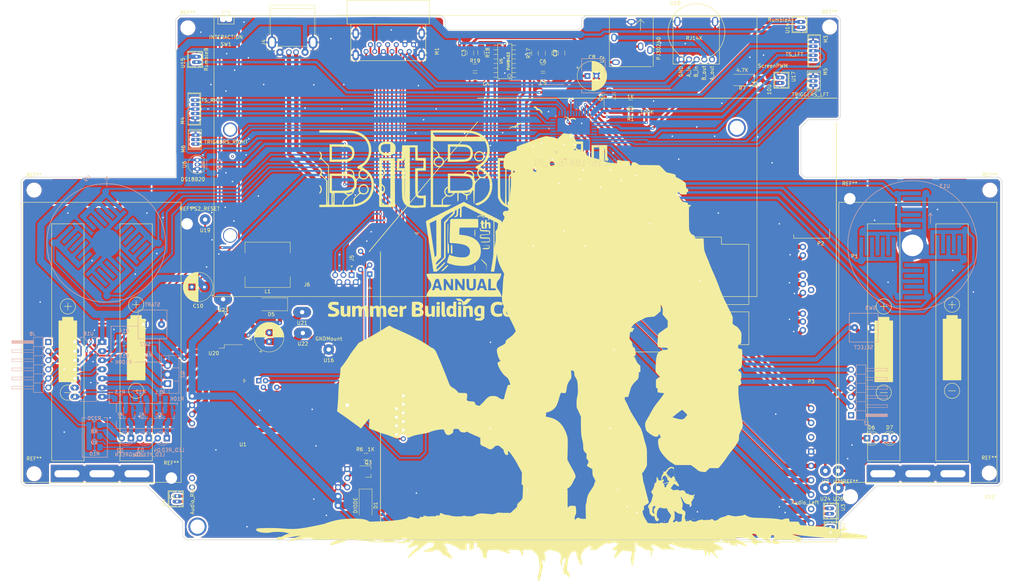
<source format=kicad_pcb>
(kicad_pcb (version 20171130) (host pcbnew "(5.1.5-0-10_14)")
  (layers (0 F.Cu signal) (31 B.Cu signal) (34 B.Paste user hide) (35 F.Paste user hide) (36 B.SilkS user) (37 F.SilkS user) (38 B.Mask user) (39 F.Mask user) (44 Edge.Cuts user))
  (net 0 "")
  (net 1 "Net-(P1-Pad1)")
  (net 2 "Net-(P1-Pad3)")
  (net 3 "Net-(P1-Pad4)")
  (net 4 "Net-(P1-Pad5)")
  (net 5 "Net-(P1-Pad6)")
  (net 6 "Net-(P1-Pad7)")
  (net 7 "Net-(P1-Pad8)")
  (net 8 "Net-(P2-Pad9)")
  (net 9 "Net-(P2-Pad8)")
  (net 10 "Net-(P2-Pad7)")
  (net 11 "Net-(P2-Pad6)")
  (net 12 "Net-(P2-Pad4)")
  (net 13 "Net-(P2-Pad3)")
  (net 14 "Net-(P2-Pad2)")
  (net 15 "Net-(P2-Pad1)")
  (net 16 "Net-(J1-Pad3)")
  (net 17 "Net-(J1-Pad4)")
  (net 18 "Net-(J1-Pad5)")
  (net 19 "Net-(J2-Pad6)")
  (net 20 "Net-(J2-Pad1)")
  (net 21 GND)
  (net 22 "Net-(P1-Pad2)")
  (net 23 "Net-(U8-Pad4)")
  (net 24 "Net-(U8-Pad5)")
  (net 25 "Net-(J1-Pad6)")
  (net 26 "Net-(J4-Pad3)")
  (net 27 "Net-(J4-Pad2)")
  (net 28 "Net-(P3-Pad18)")
  (net 29 "Net-(P3-Pad17)")
  (net 30 "Net-(P3-Pad16)")
  (net 31 "Net-(P3-Pad15)")
  (net 32 "Net-(P3-Pad14)")
  (net 33 "Net-(P3-Pad13)")
  (net 34 "Net-(P3-Pad12)")
  (net 35 "Net-(P3-Pad11)")
  (net 36 "Net-(P3-Pad8)")
  (net 37 "Net-(Q1-Pad2)")
  (net 38 "Net-(U8-Pad12)")
  (net 39 "Net-(U8-Pad13)")
  (net 40 "Net-(U8-Pad25)")
  (net 41 "Net-(U8-Pad26)")
  (net 42 "Net-(U8-Pad27)")
  (net 43 "Net-(U8-Pad33)")
  (net 44 "Net-(U8-Pad34)")
  (net 45 "Net-(U8-Pad39)")
  (net 46 "Net-(U8-Pad40)")
  (net 47 "Net-(U8-Pad41)")
  (net 48 "Net-(R2-Pad1)")
  (net 49 "Net-(U1-PadA01)")
  (net 50 "Net-(U1-PadA03)")
  (net 51 "Net-(U1-PadA08)")
  (net 52 "Net-(U1-PadA10)")
  (net 53 "Net-(U1-PadA11)")
  (net 54 "Net-(U1-PadA12)")
  (net 55 "Net-(U1-PadA13)")
  (net 56 "Net-(U1-PadA14)")
  (net 57 "Net-(U1-PadA15)")
  (net 58 "Net-(U1-PadA16)")
  (net 59 "Net-(U1-PadA17)")
  (net 60 "Net-(U1-PadA18)")
  (net 61 "Net-(U1-PadA19)")
  (net 62 "Net-(U1-PadA20)")
  (net 63 "Net-(U1-PadA21)")
  (net 64 "Net-(U1-PadA22)")
  (net 65 "Net-(U1-PadA24)")
  (net 66 "Net-(U1-PadA25)")
  (net 67 "Net-(U1-PadA26)")
  (net 68 "Net-(U1-PadD2)")
  (net 69 "Net-(U1-PadD3)")
  (net 70 "Net-(U1-PadE8)")
  (net 71 "Net-(U1-PadE7)")
  (net 72 "Net-(U1-PadE5)")
  (net 73 "Net-(U1-PadE4)")
  (net 74 "Net-(U10-Pad4)")
  (net 75 "Net-(U10-Pad5)")
  (net 76 "Net-(J6-Pad4)")
  (net 77 "Net-(J6-Pad5)")
  (net 78 "Net-(J6-Pad9)")
  (net 79 "Net-(J6-Pad10)")
  (net 80 "Net-(J6-Pad11)")
  (net 81 "Net-(J6-Pad12)")
  (net 82 "Net-(J6-Pad13)")
  (net 83 "Net-(J6-Pad14)")
  (net 84 "Net-(J6-Pad15)")
  (net 85 "Net-(U11-Pad1)")
  (net 86 "Net-(U12-Pad1)")
  (net 87 CLK)
  (net 88 DAT)
  (net 89 CMD)
  (net 90 ACK)
  (net 91 ATT)
  (net 92 BTN_R1)
  (net 93 BTN_R2)
  (net 94 BTN_L1)
  (net 95 BTN_SQR)
  (net 96 BTN_X)
  (net 97 BTN_O)
  (net 98 DRIGHT)
  (net 99 DDOWN)
  (net 100 DLEFT)
  (net 101 DUP)
  (net 102 BTN_L2)
  (net 103 BTN_TRI)
  (net 104 PS_3.4v)
  (net 105 RPr)
  (net 106 BPb)
  (net 107 GY)
  (net 108 BTN_L3)
  (net 109 LX1)
  (net 110 LY1)
  (net 111 LADO)
  (net 112 RADO)
  (net 113 LUM)
  (net 114 COMP)
  (net 115 CHM)
  (net 116 BTN_R3)
  (net 117 RY1)
  (net 118 RX1)
  (net 119 MTR-)
  (net 120 TEMP_SENSOR)
  (net 121 FAN_PWM)
  (net 122 "Net-(D1-Pad1)")
  (net 123 "Net-(Q3-Pad2)")
  (net 124 "Net-(C1-Pad2)")
  (net 125 SCREEN_PWM)
  (net 126 "Net-(U11-Pad2)")
  (net 127 "Net-(U12-Pad2)")
  (net 128 "Net-(U18-Pad9)")
  (net 129 "Net-(J8-Pad1)")
  (net 130 "Net-(J8-Pad2)")
  (net 131 "Net-(J8-Pad3)")
  (net 132 "Net-(J8-Pad6)")
  (net 133 ENABLE)
  (net 134 INTERACT)
  (net 135 BATT)
  (net 136 "Net-(U18-Pad11)")
  (net 137 LED_RED)
  (net 138 LED_GREEN)
  (net 139 "Net-(D2-Pad1)")
  (net 140 "Net-(D2-Pad2)")
  (net 141 "Net-(D3-Pad2)")
  (net 142 "Net-(D3-Pad1)")
  (net 143 "Net-(D4-Pad1)")
  (net 144 "Net-(D4-Pad2)")
  (net 145 "Net-(Q4-Pad2)")
  (net 146 "Net-(Q5-Pad2)")
  (net 147 "Net-(Q6-Pad2)")
  (net 148 LED_YELLOW)
  (net 149 BTN_START)
  (net 150 BTN_SELECT)
  (net 151 "Net-(P3-Pad3)")
  (net 152 BATT_IN)
  (net 153 "Net-(J1-Pad8)")
  (net 154 "Net-(J1-Pad7)")
  (net 155 "Net-(J1-Pad2)")
  (net 156 "Net-(J1-Pad1)")
  (net 157 "Net-(J5-Pad1)")
  (net 158 "Net-(J5-Pad2)")
  (net 159 "Net-(J5-Pad3)")
  (net 160 "Net-(J5-Pad4)")
  (net 161 "Net-(J5-Pad5)")
  (net 162 "Net-(J5-Pad6)")
  (net 163 "Net-(J5-Pad7)")
  (net 164 "Net-(J5-Pad8)")
  (net 165 "Net-(U1-PadD4)")
  (net 166 "Net-(U1-PadD1)")
  (net 167 GND_IN)
  (net 168 PI_SHUTDOWN)
  (net 169 "Net-(P2-Pad5)")
  (net 170 "Net-(M2-Pad10)")
  (net 171 IN_L)
  (net 172 IN_R)
  (net 173 -OUT_L)
  (net 174 +OUT_L)
  (net 175 +OUT_R)
  (net 176 -OUT_R)
  (net 177 "Net-(C2-Pad1)")
  (net 178 "Net-(C3-Pad1)")
  (net 179 INL)
  (net 180 INR)
  (net 181 SHND)
  (net 182 +5V)
  (net 183 "Net-(C9-Pad2)")
  (net 184 "Net-(C4-Pad2)")
  (net 185 "Net-(D5-Pad1)")
  (net 186 "Net-(D6-Pad1)")
  (net 187 "Net-(D6-Pad2)")
  (net 188 "Net-(D7-Pad2)")
  (net 189 "Net-(D7-Pad1)")
  (module MountingHole:MountingHole_3.2mm_M3 (layer F.Cu) (at 244.6 80)
    (fp_text reference REF** (at 0 -4.2) (layer F.SilkS))
    (fp_text value MountingHole_3.2mm_M3)
    (pad 1 np_thru_hole circle (at 0 0) (size 3.2 3.2) (drill 3.2) (layers *.Cu *.Mask))
  )
  (module MountingHole:MountingHole_3.2mm_M3 (layer F.Cu) (at 55.8 157.8)
    (fp_text reference REF** (at 0 -4.2) (layer F.SilkS))
    (fp_text value MountingHole_3.2mm_M3)
    (pad 1 np_thru_hole circle (at 0 0) (size 3.2 3.2) (drill 3.2) (layers *.Cu *.Mask))
  )
  (module MountingHole:MountingHole_3.2mm_M3 (layer F.Cu) (at 60.2 87)
    (fp_text reference REF** (at 0 -4.2) (layer F.SilkS))
    (fp_text value MountingHole_3.2mm_M3)
    (pad 1 np_thru_hole circle (at 0 0) (size 3.2 3.2) (drill 3.2) (layers *.Cu *.Mask))
  )
  (module MountingHole:MountingHole_3.2mm_M3 (layer F.Cu) (at 283.4 156.4)
    (fp_text reference REF** (at 0 -4.2) (layer F.SilkS))
    (fp_text value MountingHole_3.2mm_M3)
    (pad 1 np_thru_hole circle (at 0 0) (size 3.2 3.2) (drill 3.2) (layers *.Cu *.Mask))
  )
  (module MountingHole:MountingHole_3.2mm_M3 (layer F.Cu) (at 244.8 163)
    (fp_text reference REF** (at 0 -4.2) (layer F.SilkS))
    (fp_text value MountingHole_3.2mm_M3)
    (pad 1 np_thru_hole circle (at 0 0) (size 3.2 3.2) (drill 3.2) (layers *.Cu *.Mask))
  )
  (module MountingHole:MountingHole_3.2mm_M3 (layer F.Cu) (at 17.6 77.6)
    (fp_text reference REF** (at 0 -4.2) (layer F.SilkS))
    (fp_text value MountingHole_3.2mm_M3)
    (pad 1 np_thru_hole circle (at 0 0) (size 3.2 3.2) (drill 3.2) (layers *.Cu *.Mask))
  )
  (module MountingHole:MountingHole_3.2mm_M3 (layer F.Cu) (at 17.6 156.6)
    (fp_text reference REF** (at 0 -4.2) (layer F.SilkS))
    (fp_text value MountingHole_3.2mm_M3)
    (pad 1 np_thru_hole circle (at 0 0) (size 3.2 3.2) (drill 3.2) (layers *.Cu *.Mask))
  )
  (module MountingHole:MountingHole_3.2mm_M3 (layer F.Cu) (at 60.4 32.4)
    (fp_text reference REF** (at 0 -4.2) (layer F.SilkS))
    (fp_text value MountingHole_3.2mm_M3)
    (pad 1 np_thru_hole circle (at 0 0) (size 3.2 3.2) (drill 3.2) (layers *.Cu *.Mask))
  )
  (module MountingHole:MountingHole_3.2mm_M3 (layer F.Cu) (at 239 32.2)
    (fp_text reference REF** (at 0 -4.2) (layer F.SilkS))
    (fp_text value MountingHole_3.2mm_M3)
    (pad 1 np_thru_hole circle (at 0 0) (size 3.2 3.2) (drill 3.2) (layers *.Cu *.Mask))
  )
  (module MountingHole:MountingHole_3.2mm_M3 (layer F.Cu) (at 283.6 77.6)
    (fp_text reference REF** (at 0 -4.2) (layer F.SilkS))
    (fp_text value MountingHole_3.2mm_M3)
    (pad 1 np_thru_hole circle (at 0 0) (size 3.2 3.2) (drill 3.2) (layers *.Cu *.Mask))
  )
  (module Logos:ColossusLogo2 (layer F.Cu) (at 164.4 120.4)
    (fp_text reference G*** hide)
    (fp_text value LOGO hide)
  )
  (module Logos:BitBuiltLogo (layer F.Cu) (at 137.2 87.4)
    (fp_text reference G*** hide)
    (fp_text value LOGO hide)
  )
  (module Inductor_SMD:L_12x12mm_H8mm (layer F.Cu) (at 82.6 98.4 180)
    (fp_text reference L1 (at 0 -7.4 180) (layer F.SilkS))
    (fp_text value INDUCTOR_33uH)
    (pad 1 smd rect (at -5 0 180) (size 3.5 5.4) (layers F.Cu F.Paste F.Mask) (net 185 "Net-(D5-Pad1)"))
    (pad 2 smd rect (at 5 0 180) (size 3.5 5.4) (layers F.Cu F.Paste F.Mask) (net 182 +5V))
  )
  (module PS2BaseMount:ScreenBoardArea (layer F.Cu) (at 96.772 105.245)
    (fp_text reference J6 (at -3.218 -1.335) (layer F.SilkS))
    (fp_text value DB15_Female_HighDensity)
    (pad 1 thru_hole rect (at 9.2 -4) (size 1.6 1.6) (drill 1) (layers *.Cu *.Mask) (net 107 GY))
    (pad 2 thru_hole circle (at 6.91 -4) (size 1.6 1.6) (drill 1) (layers *.Cu *.Mask) (net 106 BPb))
    (pad 3 thru_hole circle (at 4.62 -4) (size 1.6 1.6) (drill 1) (layers *.Cu *.Mask) (net 105 RPr))
    (pad 6 thru_hole circle (at 10.345 -2.02) (size 1.6 1.6) (drill 1) (layers *.Cu *.Mask) (net 21 GND))
    (pad 7 thru_hole circle (at 8.055 -2.02) (size 1.6 1.6) (drill 1) (layers *.Cu *.Mask) (net 21 GND))
    (pad 8 thru_hole circle (at 5.765 -2.02) (size 1.6 1.6) (drill 1) (layers *.Cu *.Mask) (net 21 GND))
    (pad 0 thru_hole circle (at -24.6 -15) (size 4 4) (drill 3.5) (layers *.Cu *.Mask))
    (pad 0 thru_hole circle (at -24.6 -44.5) (size 4 4) (drill 3.2) (layers *.Cu *.Mask))
    (pad 0 thru_hole circle (at 116.4 -45) (size 5 5) (drill 4) (layers *.Cu *.Mask))
  )
  (module PS2BaseMount:RJ45_Floating (layer F.Cu) (at 111 101 90)
    (fp_text reference J5 (at 4.445 -5 270) (layer F.SilkS))
    (fp_text value RJ45)
    (pad 1 thru_hole rect (at 0 0 90) (size 1.5 1.5) (drill 0.76) (layers *.Cu *.Mask) (net 157 "Net-(J5-Pad1)"))
    (pad 2 thru_hole circle (at 1.27 -2.54 90) (size 1.5 1.5) (drill 0.76) (layers *.Cu *.Mask) (net 158 "Net-(J5-Pad2)"))
    (pad 3 thru_hole circle (at 2.54 0 90) (size 1.5 1.5) (drill 0.76) (layers *.Cu *.Mask) (net 159 "Net-(J5-Pad3)"))
    (pad 6 thru_hole circle (at 6.35 -2.54 90) (size 1.5 1.5) (drill 0.76) (layers *.Cu *.Mask) (net 162 "Net-(J5-Pad6)"))
  )
  (module PS2BaseMount:JST_1.25_5Pin (layer F.Cu) (at 234.4 38.8 90)
    (fp_text reference M3 (at 3.25 3.5 90) (layer F.SilkS))
    (fp_text value TS_LFT (at -1 -5.2 180) (layer F.SilkS))
    (pad 5 thru_hole oval (at 2.5 0 90) (size 0.9 2.5) (drill 0.6) (layers *.Cu *.Mask) (net 21 GND))
    (pad 4 thru_hole oval (at 1.25 0 90) (size 0.9 2.5) (drill 0.6) (layers *.Cu *.Mask) (net 109 LX1))
    (pad 3 thru_hole oval (at 0 0 90) (size 0.9 2.5) (drill 0.6) (layers *.Cu *.Mask) (net 104 PS_3.4v))
    (pad 1 thru_hole oval (at -2.5 0 90) (size 0.9 2.5) (drill 0.6) (layers *.Cu *.Mask) (net 108 BTN_L3))
    (pad 2 thru_hole oval (at -1.25 0 90) (size 0.9 2.5) (drill 0.6) (layers *.Cu *.Mask) (net 110 LY1))
  )
  (module PS2BaseMount:USB_A_Custom_Throughhole_MountGuide (layer F.Cu) (at 86 39.2 90)
    (fp_text reference J4 (at 2.752 -4.4948 90) (layer F.SilkS))
    (fp_text value USB_B)
    (pad 3 thru_hole circle (at 0.002 2.5052 90) (size 1.6 1.6) (drill 1) (layers *.Cu *.Mask) (net 26 "Net-(J4-Pad3)"))
    (pad 2 thru_hole circle (at 0.002 4.5052 90) (size 1.6 1.6) (drill 1) (layers *.Cu *.Mask) (net 27 "Net-(J4-Pad2)"))
    (pad 4 thru_hole circle (at 0.002 0.0052 90) (size 2 2) (drill 1) (layers *.Cu *.Mask) (net 21 GND))
    (pad 1 thru_hole circle (at 0.002 7.0052 90) (size 2 2) (drill 1) (layers *.Cu *.Mask) (net 182 +5V))
    (pad 5 thru_hole oval (at 2.752 -2.1948 90) (size 3.5 2.3) (drill oval 2.5 1.5) (layers *.Cu *.Mask) (net 21 GND))
    (pad 5 thru_hole oval (at 2.752 9.2052 90) (size 3.5 2.5) (drill oval 2.5 1.5) (layers *.Cu *.Mask) (net 21 GND))
  )
  (module PS2BaseMount:OrangePiZero (layer F.Cu) (at 61.554 134.91)
    (fp_text reference U1 (at 14.1605 13.5255) (layer F.SilkS))
    (fp_text value OrangePiZero)
    (pad D4 thru_hole circle (at 1.517958 36.432759) (size 5.08 5.08) (drill 4) (layers *.Cu *.Mask) (net 165 "Net-(U1-PadD4)"))
    (pad B11 thru_hole circle (at 0.017958 25.462759) (size 1.7 1.7) (drill 1) (layers *.Cu *.Mask))
    (pad B10 thru_hole circle (at 0.017958 22.922759) (size 1.7 1.7) (drill 1) (layers *.Cu *.Mask))
    (pad B04 thru_hole circle (at 0.017958 7.682759) (size 1.7 1.7) (drill 1) (layers *.Cu *.Mask) (net 26 "Net-(J4-Pad3)"))
    (pad B03 thru_hole circle (at 0.017958 5.142759) (size 1.7 1.7) (drill 1) (layers *.Cu *.Mask) (net 27 "Net-(J4-Pad2)"))
    (pad B02 thru_hole circle (at 0.017958 2.602759) (size 1.7 1.7) (drill 1) (layers *.Cu *.Mask) (net 21 GND))
    (pad B01 thru_hole rect (at 0.017958 0.062759) (size 1.7 1.7) (drill 1) (layers *.Cu *.Mask) (net 182 +5V))
    (pad A23 thru_hole circle (at 43.197958 2.602759) (size 1.7 1.7) (drill 1) (layers *.Cu *.Mask) (net 120 TEMP_SENSOR))
    (pad A09 thru_hole circle (at 43.197958 20.382759) (size 1.7 1.7) (drill 1) (layers *.Cu *.Mask) (net 21 GND))
    (pad A07 thru_hole circle (at 43.197958 22.922759) (size 1.7 1.7) (drill 1) (layers *.Cu *.Mask) (net 121 FAN_PWM))
    (pad A06 thru_hole circle (at 40.657958 25.462759) (size 1.7 1.7) (drill 1) (layers *.Cu *.Mask) (net 21 GND))
    (pad A05 thru_hole circle (at 43.197958 25.462759) (size 1.7 1.7) (drill 1) (layers *.Cu *.Mask) (net 168 PI_SHUTDOWN))
    (pad A04 thru_hole circle (at 40.657958 28.002759) (size 1.7 1.7) (drill 1) (layers *.Cu *.Mask) (net 182 +5V))
    (pad A02 thru_hole circle (at 40.657958 30.542759) (size 1.7 1.7) (drill 1) (layers *.Cu *.Mask) (net 182 +5V))
    (pad E6 thru_hole circle (at 23.594 -2.394243 180) (size 1.5 1.5) (drill 0.76) (layers *.Cu *.Mask) (net 158 "Net-(J5-Pad2)"))
    (pad E3 thru_hole circle (at 20.458 -4.234243 180) (size 1.5 1.5) (drill 0.76) (layers *.Cu *.Mask) (net 157 "Net-(J5-Pad1)"))
    (pad E2 thru_hole circle (at 19.8614 -2.394243 180) (size 1.5 1.5) (drill 0.76) (layers *.Cu *.Mask) (net 162 "Net-(J5-Pad6)"))
    (pad E1 thru_hole rect (at 18.59 -4.234243 180) (size 1.5 1.5) (drill 0.76) (layers *.Cu *.Mask) (net 159 "Net-(J5-Pad3)"))
  )
  (module PS2BaseMount:18650_3xHolderV3 (layer F.Cu) (at 263.554 120)
    (fp_text reference U12 (at 20 43) (layer F.SilkS))
    (fp_text value 18650_BatteryMount)
    (pad 2 thru_hole rect (at 9.75 36.6) (size 9 5) (drill oval 7 2) (layers *.Cu *.Mask) (net 127 "Net-(U12-Pad2)"))
    (pad 2 thru_hole rect (at 0 36.6) (size 9 5) (drill oval 7 2) (layers *.Cu *.Mask) (net 127 "Net-(U12-Pad2)"))
    (pad 1 smd custom (at -9.75 -42) (size 8 7) (layers F.Cu F.Paste F.Mask) (net 86 "Net-(U12-Pad1)") (options (clearance outline) (anchor rect)) (primitives (gr_poly (pts (xy 13.75 -2.5) (xy 15.75 -2.5) (xy 15.75 -3.5) (xy 23.25 -3.5) (xy 23.25 4) (xy 15.75 4) (xy 15.75 2.5) (xy 13.75 2.5) (xy 13.75 4) (xy 5.75 4) (xy 5.75 2.5) (xy 3.75 2.5) (xy 3.75 -2.5) (xy 5.75 -2.5) (xy 5.75 -3.5) (xy 13.75 -3.5)) (width 0.1))))
    (pad 2 thru_hole custom (at -9.75 36.6) (size 9 5) (drill oval 7 2) (layers *.Cu *.Mask) (net 127 "Net-(U12-Pad2)") (options (clearance outline) (anchor rect)) (primitives (gr_poly (pts (xy 23.75 1.9) (xy -4.25 1.9) (xy -4.25 -2.1) (xy 23.75 -2.1)) (width 0.1))))
  )
  (module PS2BaseMount:JST_1.5_2Pin (layer F.Cu) (at 231 31.5 270)
    (fp_text reference U14 (at 1 3.75 90) (layer F.SilkS))
    (fp_text value RumbleA (at -1.3 6 180) (layer F.SilkS))
    (pad 2 thru_hole oval (at 0.75 0 270) (size 1 2.5) (drill 0.6) (layers *.Cu *.Mask) (net 119 MTR-))
    (pad 1 thru_hole oval (at -0.75 0 270) (size 1 2.5) (drill 0.6) (layers *.Cu *.Mask) (net 182 +5V))
  )
  (module PS2BaseMount:JST_1.5_2Pin (layer F.Cu) (at 57.4 163.6 270)
    (fp_text reference U4 (at 1 3.75 270) (layer F.SilkS))
    (fp_text value Audio_Right (at 0 -4.25 270) (layer F.SilkS))
    (pad 2 thru_hole oval (at 0.75 0 270) (size 1 2.5) (drill 0.6) (layers *.Cu *.Mask) (net 175 +OUT_R))
    (pad 1 thru_hole oval (at -0.75 0 270) (size 1 2.5) (drill 0.6) (layers *.Cu *.Mask) (net 176 -OUT_R))
  )
  (module PS2BaseMount:JST_1.5_2Pin (layer F.Cu) (at 62.8 41.2 270)
    (fp_text reference U15 (at 1 3.75 270) (layer F.SilkS))
    (fp_text value RumbleB (at 0 -2.7 270) (layer F.SilkS))
    (pad 2 thru_hole oval (at 0.75 0 270) (size 1 2.5) (drill 0.6) (layers *.Cu *.Mask) (net 119 MTR-))
    (pad 1 thru_hole oval (at -0.75 0 270) (size 1 2.5) (drill 0.6) (layers *.Cu *.Mask) (net 182 +5V))
  )
  (module PS2BaseMount:PIC16F18876-I_PT (layer B.Cu) (at 167.75 62 180)
    (fp_text reference U8 (at -0.6096 8.2804) (layer B.SilkS) (effects (font (size 1.64 1.64) (thickness 0.05)) (justify mirror)))
    (fp_text value PIC16F18876-I_PT (at -0.4826 -8.0264) (layer B.SilkS) (effects (font (size 1.64 1.64) (thickness 0.05)) (justify mirror)))
    (pad 44 smd rect (at -3.9878 5.7404) (size 0.4826 1.4732) (layers B.Cu B.Paste B.Mask) (net 109 LX1))
    (pad 43 smd rect (at -3.2004 5.7404) (size 0.4826 1.4732) (layers B.Cu B.Paste B.Mask) (net 88 DAT))
    (pad 42 smd rect (at -2.3876 5.7404) (size 0.4826 1.4732) (layers B.Cu B.Paste B.Mask) (net 89 CMD))
    (pad 41 smd rect (at -1.6002 5.7404) (size 0.4826 1.4732) (layers B.Cu B.Paste B.Mask) (net 47 "Net-(U8-Pad41)"))
    (pad 40 smd rect (at -0.7874 5.7404) (size 0.4826 1.4732) (layers B.Cu B.Paste B.Mask) (net 46 "Net-(U8-Pad40)"))
    (pad 39 smd rect (at 0 5.7404) (size 0.4826 1.4732) (layers B.Cu B.Paste B.Mask) (net 45 "Net-(U8-Pad39)"))
    (pad 38 smd rect (at 0.7874 5.7404) (size 0.4826 1.4732) (layers B.Cu B.Paste B.Mask) (net 108 BTN_L3))
    (pad 37 smd rect (at 1.6002 5.7404) (size 0.4826 1.4732) (layers B.Cu B.Paste B.Mask) (net 87 CLK))
    (pad 36 smd rect (at 2.3876 5.7404) (size 0.4826 1.4732) (layers B.Cu B.Paste B.Mask) (net 116 BTN_R3))
    (pad 35 smd rect (at 3.2004 5.7404) (size 0.4826 1.4732) (layers B.Cu B.Paste B.Mask) (net 117 RY1))
    (pad 34 smd rect (at 3.9878 5.7404) (size 0.4826 1.4732) (layers B.Cu B.Paste B.Mask) (net 44 "Net-(U8-Pad34)"))
    (pad 33 smd rect (at 5.7404 3.9878 270) (size 0.4826 1.4732) (layers B.Cu B.Paste B.Mask) (net 43 "Net-(U8-Pad33)"))
    (pad 32 smd rect (at 5.7404 3.2004 270) (size 0.4826 1.4732) (layers B.Cu B.Paste B.Mask) (net 118 RX1))
    (pad 31 smd rect (at 5.7404 2.3876 270) (size 0.4826 1.4732) (layers B.Cu B.Paste B.Mask) (net 93 BTN_R2))
    (pad 30 smd rect (at 5.7404 1.6002 270) (size 0.4826 1.4732) (layers B.Cu B.Paste B.Mask) (net 92 BTN_R1))
    (pad 29 smd rect (at 5.7404 0.7874 270) (size 0.4826 1.4732) (layers B.Cu B.Paste B.Mask) (net 21 GND))
    (pad 28 smd rect (at 5.7404 0 270) (size 0.4826 1.4732) (layers B.Cu B.Paste B.Mask) (net 104 PS_3.4v))
    (pad 27 smd rect (at 5.7404 -0.7874 270) (size 0.4826 1.4732) (layers B.Cu B.Paste B.Mask) (net 42 "Net-(U8-Pad27)"))
    (pad 26 smd rect (at 5.7404 -1.6002 270) (size 0.4826 1.4732) (layers B.Cu B.Paste B.Mask) (net 41 "Net-(U8-Pad26)"))
    (pad 25 smd rect (at 5.7404 -2.3876 270) (size 0.4826 1.4732) (layers B.Cu B.Paste B.Mask) (net 40 "Net-(U8-Pad25)"))
    (pad 24 smd rect (at 5.7404 -3.2004 270) (size 0.4826 1.4732) (layers B.Cu B.Paste B.Mask) (net 91 ATT))
    (pad 23 smd rect (at 5.7404 -3.9878 270) (size 0.4826 1.4732) (layers B.Cu B.Paste B.Mask) (net 90 ACK))
    (pad 22 smd rect (at 3.9878 -5.7404) (size 0.4826 1.4732) (layers B.Cu B.Paste B.Mask) (net 103 BTN_TRI))
    (pad 21 smd rect (at 3.2004 -5.7404) (size 0.4826 1.4732) (layers B.Cu B.Paste B.Mask) (net 95 BTN_SQR))
    (pad 20 smd rect (at 2.3876 -5.7404) (size 0.4826 1.4732) (layers B.Cu B.Paste B.Mask) (net 96 BTN_X))
    (pad 19 smd rect (at 1.6002 -5.7404) (size 0.4826 1.4732) (layers B.Cu B.Paste B.Mask) (net 97 BTN_O))
    (pad 18 smd rect (at 0.7874 -5.7404) (size 0.4826 1.4732) (layers B.Cu B.Paste B.Mask) (net 19 "Net-(J2-Pad6)"))
    (pad 17 smd rect (at 0 -5.7404) (size 0.4826 1.4732) (layers B.Cu B.Paste B.Mask) (net 150 BTN_SELECT))
    (pad 16 smd rect (at -0.7874 -5.7404) (size 0.4826 1.4732) (layers B.Cu B.Paste B.Mask) (net 149 BTN_START))
    (pad 15 smd rect (at -1.6002 -5.7404) (size 0.4826 1.4732) (layers B.Cu B.Paste B.Mask) (net 100 DLEFT))
    (pad 14 smd rect (at -2.3876 -5.7404) (size 0.4826 1.4732) (layers B.Cu B.Paste B.Mask) (net 99 DDOWN))
    (pad 13 smd rect (at -3.2004 -5.7404) (size 0.4826 1.4732) (layers B.Cu B.Paste B.Mask) (net 39 "Net-(U8-Pad13)"))
    (pad 12 smd rect (at -3.9878 -5.7404) (size 0.4826 1.4732) (layers B.Cu B.Paste B.Mask) (net 38 "Net-(U8-Pad12)"))
    (pad 11 smd rect (at -5.7404 -3.9878 270) (size 0.4826 1.4732) (layers B.Cu B.Paste B.Mask) (net 98 DRIGHT))
    (pad 10 smd rect (at -5.7404 -3.2004 270) (size 0.4826 1.4732) (layers B.Cu B.Paste B.Mask) (net 101 DUP))
    (pad 9 smd rect (at -5.7404 -2.3876 270) (size 0.4826 1.4732) (layers B.Cu B.Paste B.Mask) (net 94 BTN_L1))
    (pad 8 smd rect (at -5.7404 -1.6002 270) (size 0.4826 1.4732) (layers B.Cu B.Paste B.Mask) (net 102 BTN_L2))
    (pad 7 smd rect (at -5.7404 -0.7874 270) (size 0.4826 1.4732) (layers B.Cu B.Paste B.Mask) (net 104 PS_3.4v))
    (pad 6 smd rect (at -5.7404 0 270) (size 0.4826 1.4732) (layers B.Cu B.Paste B.Mask) (net 21 GND))
    (pad 5 smd rect (at -5.7404 0.7874 270) (size 0.4826 1.4732) (layers B.Cu B.Paste B.Mask) (net 24 "Net-(U8-Pad5)"))
    (pad 4 smd rect (at -5.7404 1.6002 270) (size 0.4826 1.4732) (layers B.Cu B.Paste B.Mask) (net 23 "Net-(U8-Pad4)"))
    (pad 3 smd rect (at -5.7404 2.3876 270) (size 0.4826 1.4732) (layers B.Cu B.Paste B.Mask) (net 125 SCREEN_PWM))
    (pad 2 smd rect (at -5.7404 3.2004 270) (size 0.4826 1.4732) (layers B.Cu B.Paste B.Mask) (net 48 "Net-(R2-Pad1)"))
    (pad 1 smd rect (at -5.7404 3.9878 270) (size 0.4826 1.4732) (layers B.Cu B.Paste B.Mask) (net 110 LY1))
  )
  (module Diode_SMD:D_2010_5025Metric_Pad1.52x2.65mm_HandSolder (layer F.Cu) (at 214.7 46.95 180)
    (fp_text reference R7 (at 0 -2.28) (layer F.SilkS))
    (fp_text value 4.7K (at 0 2.75) (layer F.SilkS))
    (pad 2 smd roundrect (at 2.3375 0 180) (size 1.525 2.65) (layers F.Cu F.Paste F.Mask) (roundrect_rratio 0.163934) (net 125 SCREEN_PWM))
    (pad 1 smd roundrect (at -2.3375 0 180) (size 1.525 2.65) (layers F.Cu F.Paste F.Mask) (roundrect_rratio 0.163934) (net 124 "Net-(C1-Pad2)"))
  )
  (module Capacitor_SMD:C_1206_3216Metric_Pad1.42x1.75mm_HandSolder (layer F.Cu) (at 219.8 48 90)
    (fp_text reference C1 (at 0 -1.82 270) (layer F.SilkS))
    (fp_text value 10U (at -1.585 2.396 270) (layer F.SilkS))
    (pad 2 smd roundrect (at 1.4875 0 90) (size 1.425 1.75) (layers F.Cu F.Paste F.Mask) (roundrect_rratio 0.175439) (net 124 "Net-(C1-Pad2)"))
    (pad 1 smd roundrect (at -1.4875 0 90) (size 1.425 1.75) (layers F.Cu F.Paste F.Mask) (roundrect_rratio 0.175439) (net 21 GND))
  )
  (module PS2BaseMount:PS2_AVPort_Complete_MountSilk (layer F.Cu) (at 122 39 270)
    (fp_text reference M1 (at -0.0508 -7.7216 270) (layer F.SilkS))
    (fp_text value PS2AVPort_SideMount)
    (pad 1 thru_hole oval (at -5 14.9 270) (size 3 1.7) (drill oval 1.7 1) (layers *.Cu *.Mask) (net 21 GND))
    (pad 1 thru_hole oval (at -5 -3.45 270) (size 3 1.7) (drill oval 1.7 1) (layers *.Cu *.Mask) (net 21 GND))
    (pad 1 thru_hole oval (at 1 -3.45 270) (size 3 1.7) (drill oval 1.7 1) (layers *.Cu *.Mask) (net 21 GND))
    (pad 1 thru_hole oval (at 1 14.9 270) (size 3 1.7) (drill oval 1.7 1) (layers *.Cu *.Mask) (net 21 GND))
    (pad 12 thru_hole circle (at 0 12 270) (size 1.4 1.4) (drill 0.8) (layers *.Cu *.Mask) (net 107 GY))
    (pad 11 thru_hole circle (at -1.9 10.8 270) (size 1.4 1.4) (drill 0.8) (layers *.Cu *.Mask) (net 105 RPr))
    (pad 10 thru_hole circle (at 0 9.6 270) (size 1.4 1.4) (drill 0.8) (layers *.Cu *.Mask) (net 182 +5V))
    (pad 9 thru_hole circle (at -1.9 8.4 270) (size 1.4 1.4) (drill 0.8) (layers *.Cu *.Mask) (net 106 BPb))
    (pad 1 thru_hole circle (at 0 7.2 270) (size 1.4 1.4) (drill 0.8) (layers *.Cu *.Mask) (net 21 GND))
    (pad 7 thru_hole circle (at -1.9 6 270) (size 1.4 1.4) (drill 0.8) (layers *.Cu *.Mask) (net 115 CHM))
    (pad 6 thru_hole circle (at 0 4.8 270) (size 1.4 1.4) (drill 0.8) (layers *.Cu *.Mask) (net 114 COMP))
    (pad 5 thru_hole circle (at -1.9 3.6 270) (size 1.4 1.4) (drill 0.8) (layers *.Cu *.Mask) (net 113 LUM))
    (pad 3 thru_hole circle (at -1.9 1.2 270) (size 1.4 1.4) (drill 0.8) (layers *.Cu *.Mask) (net 21 GND))
    (pad 1 thru_hole circle (at -1.9 -1.2 270) (size 1.4 1.4) (drill 0.8) (layers *.Cu *.Mask) (net 21 GND))
    (pad 4 thru_hole circle (at 0 2.4 270) (size 1.4 1.4) (drill 0.8) (layers *.Cu *.Mask) (net 112 RADO))
    (pad 2 thru_hole circle (at 0 0 270) (size 1.4 1.4) (drill 0.8) (layers *.Cu *.Mask) (net 111 LADO))
  )
  (module PS2BaseMount:PS2_AVPort_Complete (layer F.Cu) (at 120.3455 134.8575)
    (fp_text reference M2 (at -0.0508 -7.7216) (layer F.SilkS))
    (fp_text value PS2AVPort)
    (pad 12 thru_hole circle (at 0 12) (size 1.4 1.4) (drill 0.8) (layers *.Cu *.Mask) (net 107 GY))
    (pad 11 thru_hole circle (at -1.9 10.8) (size 1.4 1.4) (drill 0.8) (layers *.Cu *.Mask) (net 105 RPr))
    (pad 10 thru_hole circle (at 0 9.6) (size 1.4 1.4) (drill 0.8) (layers *.Cu *.Mask) (net 170 "Net-(M2-Pad10)"))
    (pad 9 thru_hole circle (at -1.9 8.4) (size 1.4 1.4) (drill 0.8) (layers *.Cu *.Mask) (net 106 BPb))
    (pad 1 thru_hole circle (at 0 7.2) (size 1.4 1.4) (drill 0.8) (layers *.Cu *.Mask) (net 21 GND))
    (pad 7 thru_hole circle (at -1.9 6) (size 1.4 1.4) (drill 0.8) (layers *.Cu *.Mask) (net 115 CHM))
    (pad 6 thru_hole circle (at 0 4.8) (size 1.4 1.4) (drill 0.8) (layers *.Cu *.Mask) (net 114 COMP))
    (pad 5 thru_hole circle (at -1.9 3.6) (size 1.4 1.4) (drill 0.8) (layers *.Cu *.Mask) (net 113 LUM))
    (pad 4 thru_hole circle (at 0 2.4) (size 1.4 1.4) (drill 0.8) (layers *.Cu *.Mask) (net 112 RADO))
    (pad 2 thru_hole circle (at 0 0) (size 1.4 1.4) (drill 0.8) (layers *.Cu *.Mask) (net 111 LADO))
  )
  (module PS2BaseMount:DPad_Buttons (layer B.Cu) (at 262.054 93 180)
    (fp_text reference U13 (at -9 16.5) (layer B.SilkS) (effects (justify mirror)))
    (fp_text value DPAD)
    (pad 5 smd custom (at -14.75 4.25 180) (size 2 2) (layers B.Cu B.Paste B.Mask) (net 100 DLEFT) (options (clearance outline) (anchor circle)) (primitives (gr_poly (pts (xy 9.75 0) (xy 9.75 -6.5) (xy 8.75 -6.5) (xy 8.75 -1) (xy 6.75 -1) (xy 6.75 -6.5) (xy 5.75 -6.5) (xy 5.75 -1) (xy 3.75 -1) (xy 3.75 -6.5) (xy 2.75 -6.5) (xy 2.75 -1) (xy 0.75 -1) (xy 0.75 -6.5) (xy -0.25 -6.5) (xy -0.25 0)) (width 0.1))))
    (pad 3 smd custom (at 14.25 -4.25 180) (size 2 2) (layers B.Cu B.Paste B.Mask) (net 98 DRIGHT) (options (clearance outline) (anchor circle)) (primitives (gr_poly (pts (xy -9.5 0) (xy -9.5 6.5) (xy -8.5 6.5) (xy -8.5 1) (xy -6.5 1) (xy -6.5 6.5) (xy -5.5 6.5) (xy -5.5 1) (xy -3.5 1) (xy -3.5 6.5) (xy -2.5 6.5) (xy -2.5 1) (xy -0.5 1) (xy -0.5 6.5) (xy 0.5 6.5) (xy 0.5 0)) (width 0.1))))
    (pad 2 smd custom (at 4.25 14.25 180) (size 2 2) (layers B.Cu B.Paste B.Mask) (net 101 DUP) (options (clearance outline) (anchor circle)) (primitives (gr_poly (pts (xy 0 -9.25) (xy -6.5 -9.25) (xy -6.5 -8.25) (xy -1 -8.25) (xy -1 -6.25) (xy -6.5 -6.25) (xy -6.5 -5.25) (xy -1 -5.25) (xy -1 -3.25) (xy -6.5 -3.25) (xy -6.5 -2.25) (xy -1 -2.25) (xy -1 -0.25) (xy -6.5 -0.25) (xy -6.5 0.75) (xy 0 0.75)) (width 0.1))))
    (pad 1 smd custom (at -3.75 14.5 180) (size 2 2) (layers B.Cu B.Paste B.Mask) (net 21 GND) (options (clearance outline) (anchor circle)) (primitives (gr_poly (pts (xy 1 -1) (xy 6.5 -1) (xy 6.5 -2) (xy 1 -2) (xy 1 -4) (xy 6.5 -4) (xy 6.5 -5) (xy 1 -5) (xy 1 -7) (xy 6.5 -7) (xy 6.5 -8) (xy 1 -8) (xy 1 -10) (xy 4 -10) (xy 4 -11) (xy 2 -11.5) (xy 0 -13) (xy 0 0.5) (xy 1 0.5)) (width 0.1))))
    (pad 1 smd custom (at 13.75 4 180) (size 2 2) (layers B.Cu B.Paste B.Mask) (net 21 GND) (options (clearance outline) (anchor circle)) (primitives (gr_poly (pts (xy -0.5 -1.25) (xy -0.5 -6.75) (xy -1.5 -6.75) (xy -1.5 -1.25) (xy -3.5 -1.25) (xy -3.5 -6.75) (xy -4.5 -6.75) (xy -4.5 -1.25) (xy -6.5 -1.25) (xy -6.5 -6.75) (xy -7.5 -6.75) (xy -7.5 -1.25) (xy -9.5 -1.25) (xy -9.5 -4.25) (xy -10.5 -4.25) (xy -11 -2.25) (xy -12.5 -0.25) (xy 1 -0.25) (xy 1 -1.25)) (width 0.1))))
    (pad 1 smd custom (at -14.25 -4 180) (size 2 2) (layers B.Cu B.Paste B.Mask) (net 21 GND) (options (clearance outline) (anchor circle)) (primitives (gr_poly (pts (xy 0.75 1.25) (xy 0.75 6.75) (xy 1.75 6.75) (xy 1.75 1.25) (xy 3.75 1.25) (xy 3.75 6.75) (xy 4.75 6.75) (xy 4.75 1.25) (xy 6.75 1.25) (xy 6.75 6.75) (xy 7.75 6.75) (xy 7.75 1.25) (xy 9.75 1.25) (xy 9.75 4.25) (xy 10.75 4.25) (xy 11.25 2.25) (xy 12.75 0.25) (xy -0.75 0.25) (xy -0.75 1.25)) (width 0.1))))
    (pad 1 smd custom (at 4 -14.25 180) (size 2 2) (layers B.Cu B.Paste B.Mask) (net 21 GND) (options (clearance outline) (anchor circle)) (primitives (gr_poly (pts (xy -1.25 0.75) (xy -6.75 0.75) (xy -6.75 1.75) (xy -1.25 1.75) (xy -1.25 3.75) (xy -6.75 3.75) (xy -6.75 4.75) (xy -1.25 4.75) (xy -1.25 6.75) (xy -6.75 6.75) (xy -6.75 7.75) (xy -1.25 7.75) (xy -1.25 9.75) (xy -4.25 9.75) (xy -4.25 10.75) (xy -2.25 11.25) (xy -0.25 12.75) (xy -0.25 -0.75) (xy -1.25 -0.75)) (width 0.1))))
    (pad 4 smd custom (at -4.25 -14.25 180) (size 2 2) (layers B.Cu B.Paste B.Mask) (net 99 DDOWN) (options (clearance outline) (anchor circle)) (primitives (gr_poly (pts (xy 0 9.25) (xy 6.5 9.25) (xy 6.5 8.25) (xy 1 8.25) (xy 1 6.25) (xy 6.5 6.25) (xy 6.5 5.25) (xy 1 5.25) (xy 1 3.25) (xy 6.5 3.25) (xy 6.5 2.25) (xy 1 2.25) (xy 1 0.25) (xy 6.5 0.25) (xy 6.5 -0.75) (xy 0 -0.75)) (width 0.1))))
    (pad 1 thru_hole circle (at 0 0 180) (size 8 8) (drill 6) (layers *.Cu *.Mask) (net 21 GND))
  )
  (module PS2BaseMount:XOST_ButtonsV2 (layer B.Cu) (at 37.676777 92.318912 225)
    (fp_text reference U9 (at -9 16.5 45) (layer B.SilkS) (effects (justify mirror)))
    (fp_text value XOST_Buttons)
    (pad 4 smd custom (at 10.25 -10.5 225) (size 2 2) (layers B.Cu B.Paste B.Mask) (net 96 BTN_X) (options (clearance outline) (anchor circle)) (primitives (gr_poly (pts (xy -10 0) (xy -10 5.5) (xy -9 5.5) (xy -9 1.5) (xy -7 1.5) (xy -7 7) (xy -6 7) (xy -6 1.5) (xy -4 1.5) (xy -4 7) (xy -3 7) (xy -3 1.5) (xy -1 1.5) (xy -1 7) (xy 0 7) (xy 0 0)) (width 0.1))))
    (pad 3 smd custom (at 10.25 10.25 225) (size 2 2) (layers B.Cu B.Paste B.Mask) (net 97 BTN_O) (options (clearance outline) (anchor circle)) (primitives (gr_poly (pts (xy 0.25 -9.75) (xy -5.25 -9.75) (xy -5.25 -8.75) (xy -1.25 -8.75) (xy -1.25 -6.75) (xy -6.75 -6.75) (xy -6.75 -5.75) (xy -1.25 -5.75) (xy -1.25 -3.75) (xy -6.75 -3.75) (xy -6.75 -2.75) (xy -1.25 -2.75) (xy -1.25 -0.75) (xy -6.75 -0.75) (xy -6.75 0.25) (xy 0.25 0.25)) (width 0.1))))
    (pad 2 smd custom (at -10 10.25 225) (size 2 2) (layers B.Cu B.Paste B.Mask) (net 103 BTN_TRI) (options (clearance outline) (anchor circle)) (primitives (gr_poly (pts (xy 10 0.25) (xy 10 -5.25) (xy 9 -5.25) (xy 9 -1.25) (xy 7 -1.25) (xy 7 -6.75) (xy 6 -6.75) (xy 6 -1.25) (xy 4 -1.25) (xy 4 -6.75) (xy 3 -6.75) (xy 3 -1.25) (xy 1 -1.25) (xy 1 -6.75) (xy 0 -6.75) (xy 0 0.25)) (width 0.1))))
    (pad 5 smd custom (at -10.25 -10.25 225) (size 2 2) (layers B.Cu B.Paste B.Mask) (net 95 BTN_SQR) (options (clearance outline) (anchor circle)) (primitives (gr_poly (pts (xy 0 10) (xy 5.5 10) (xy 5.5 9) (xy 1.5 9) (xy 1.5 7) (xy 7 7) (xy 7 6) (xy 1.5 6) (xy 1.5 4) (xy 7 4) (xy 7 3) (xy 1.5 3) (xy 1.5 1) (xy 7 1) (xy 7 0) (xy 0 0)) (width 0.1))))
    (pad 1 smd custom (at 0 0 225) (size 8 8) (layers B.Cu B.Paste B.Mask) (net 21 GND) (options (clearance outline) (anchor circle)) (primitives (gr_poly (pts (xy 8.75 -3) (xy 8.75 -8.5) (xy 7.75 -8.5) (xy 7.75 -3) (xy 5.75 -3) (xy 5.75 -8.5) (xy 4.75 -8.5) (xy 4.75 -3) (xy 2.75 -3) (xy 2.75 -8.5) (xy 1.75 -8.5) (xy 1.75 -2) (xy 10.25 -2) (xy 10.25 -3)) (width 0.1)) (gr_poly (pts (xy -8.5 3) (xy -8.5 8.5) (xy -7.5 8.5) (xy -7.5 3) (xy -5.5 3) (xy -5.5 8.5) (xy -4.5 8.5) (xy -4.5 3) (xy -2.5 3) (xy -2.5 8.5) (xy -1.5 8.5) (xy -1.5 2) (xy -10 2) (xy -10 3)) (width 0.1)) (gr_poly (pts (xy 3 9) (xy 8.5 9) (xy 8.5 8) (xy 3 8) (xy 3 6) (xy 8.5 6) (xy 8.5 5) (xy 3 5) (xy 3 3) (xy 8.5 3) (xy 8.5 2) (xy 2 2) (xy 2 10.5) (xy 3 10.5)) (width 0.1)) (gr_poly (pts (xy -2.75 -8.75) (xy -8.25 -8.75) (xy -8.25 -7.75) (xy -2.75 -7.75) (xy -2.75 -5.75) (xy -8.25 -5.75) (xy -8.25 -4.75) (xy -2.75 -4.75) (xy -2.75 -2.75) (xy -8.25 -2.75) (xy -8.25 -1.75) (xy -1.75 -1.75) (xy -1.75 -10.25) (xy -2.75 -10.25)) (width 0.1))))
  )
  (module PS2BaseMount:JST_1.25_3Pin (layer F.Cu) (at 234.4 47.2 90)
    (fp_text reference M5 (at 2.6 3.4 90) (layer F.SilkS))
    (fp_text value TRIGGERS_LFT (at -3.8 -0.8 180) (layer F.SilkS))
    (pad 3 thru_hole oval (at 1.25 0 90) (size 0.9 2.5) (drill 0.6) (layers *.Cu *.Mask) (net 21 GND))
    (pad 1 thru_hole oval (at -1.25 0 90) (size 0.9 2.5) (drill 0.6) (layers *.Cu *.Mask) (net 94 BTN_L1))
    (pad 2 thru_hole oval (at 0 0 90) (size 0.9 2.5) (drill 0.6) (layers *.Cu *.Mask) (net 102 BTN_L2))
  )
  (module PS2BaseMount:JST_1.25_3Pin (layer F.Cu) (at 62.554 63.51 270)
    (fp_text reference M6 (at 2.6 3.4 270) (layer F.SilkS))
    (fp_text value TRIGGERS_RIGHT (at 0.69 -8.446) (layer F.SilkS))
    (pad 3 thru_hole oval (at 1.25 0 270) (size 0.9 2.5) (drill 0.6) (layers *.Cu *.Mask) (net 92 BTN_R1))
    (pad 1 thru_hole oval (at -1.25 0 270) (size 0.9 2.5) (drill 0.6) (layers *.Cu *.Mask) (net 21 GND))
    (pad 2 thru_hole oval (at 0 0 270) (size 0.9 2.5) (drill 0.6) (layers *.Cu *.Mask) (net 93 BTN_R2))
  )
  (module PS2BaseMount:JST_1.25_5Pin (layer F.Cu) (at 62.454 55.01 270)
    (fp_text reference M4 (at 3.25 3.5 270) (layer F.SilkS))
    (fp_text value TS_RHT (at -2.41 -4.346) (layer F.SilkS))
    (pad 5 thru_hole oval (at 2.5 0 270) (size 0.9 2.5) (drill 0.6) (layers *.Cu *.Mask) (net 21 GND))
    (pad 4 thru_hole oval (at 1.25 0 270) (size 0.9 2.5) (drill 0.6) (layers *.Cu *.Mask) (net 118 RX1))
    (pad 3 thru_hole oval (at 0 0 270) (size 0.9 2.5) (drill 0.6) (layers *.Cu *.Mask) (net 104 PS_3.4v))
    (pad 1 thru_hole oval (at -2.5 0 270) (size 0.9 2.5) (drill 0.6) (layers *.Cu *.Mask) (net 116 BTN_R3))
    (pad 2 thru_hole oval (at -1.25 0 270) (size 0.9 2.5) (drill 0.6) (layers *.Cu *.Mask) (net 117 RY1))
  )
  (module PS2BaseMount:JST_1.5_2Pin (layer F.Cu) (at 239 167 90)
    (fp_text reference U3 (at 1 3.75 90) (layer F.SilkS))
    (fp_text value Audio_Left (at 2.4 -6.8 180) (layer F.SilkS))
    (pad 2 thru_hole oval (at 0.75 0 90) (size 1 2.5) (drill 0.6) (layers *.Cu *.Mask) (net 173 -OUT_L))
    (pad 1 thru_hole oval (at -0.75 0 90) (size 1 2.5) (drill 0.6) (layers *.Cu *.Mask) (net 174 +OUT_L))
  )
  (module PS2BaseMount:PS2_MemCardMountPoints (layer F.Cu) (at 224.5975 95.5295)
    (fp_text reference P1 (at 21.336 0.508) (layer F.SilkS))
    (fp_text value PS2_MemCardMount)
    (pad 8 smd rect (at 0.0114 23.2122) (size 4 1.8) (layers F.Cu F.Paste F.Mask) (net 7 "Net-(P1-Pad8)"))
    (pad 7 smd rect (at 0.0114 20.8122) (size 4 1.8) (layers F.Cu F.Paste F.Mask) (net 6 "Net-(P1-Pad7)"))
    (pad 6 smd rect (at 0.0114 18.6122) (size 4 1.8) (layers F.Cu F.Paste F.Mask) (net 5 "Net-(P1-Pad6)"))
    (pad 5 smd rect (at 0.0114 12.8122) (size 4 1.8) (layers F.Cu F.Paste F.Mask) (net 4 "Net-(P1-Pad5)"))
    (pad 4 smd rect (at 0.0114 10.3622) (size 4 1.8) (layers F.Cu F.Paste F.Mask) (net 3 "Net-(P1-Pad4)"))
    (pad 3 smd rect (at 0.0114 8.0122) (size 4 1.8) (layers F.Cu F.Paste F.Mask) (net 2 "Net-(P1-Pad3)"))
    (pad 2 smd rect (at 0.0114 2.3822) (size 4 1.8) (layers F.Cu F.Paste F.Mask) (net 22 "Net-(P1-Pad2)"))
    (pad 1 smd rect (at 0.0114 0.0122) (size 4 1.8) (layers F.Cu F.Paste F.Mask) (net 1 "Net-(P1-Pad1)"))
  )
  (module PS2BaseMount:AudioJack_PJ30240 (layer F.Cu) (at 183.8 29 270)
    (fp_text reference U2 (at 12.192 8.128 270) (layer F.SilkS))
    (fp_text value PJ30240 (at 9.144 -7.62 270) (layer F.SilkS))
    (pad 5 thru_hole oval (at 8.6 -2.6 270) (size 2.2 1.5) (drill oval 1.5 0.9) (layers *.Cu *.Mask) (net 172 IN_R))
    (pad 4 thru_hole oval (at 13 4.3 270) (size 1.5 2.2) (drill oval 0.9 1.5) (layers *.Cu *.Mask) (net 171 IN_L))
    (pad 3 thru_hole oval (at 9.6 -5.2 270) (size 2.2 1.5) (drill oval 1.5 0.9) (layers *.Cu *.Mask) (net 74 "Net-(U10-Pad4)"))
    (pad 2 thru_hole oval (at 6.1 4.8 270) (size 2.2 1.5) (drill oval 1.5 0.9) (layers *.Cu *.Mask) (net 75 "Net-(U10-Pad5)"))
    (pad 1 thru_hole oval (at 1.7 0 270) (size 1.5 2.2) (drill oval 0.9 1.5) (layers *.Cu *.Mask) (net 21 GND))
  )
  (module PS2BaseMount:PS2_BoardMountFootprint (layer F.Cu) (at 233.8455 89.4175)
    (fp_text reference P2 (at 2.6545 3.0825) (layer F.SilkS))
    (fp_text value PS2_ControlMount)
    (pad 5 thru_hole circle (at 0 16) (size 1.8 1.8) (drill 1) (layers *.Cu *.Mask) (net 169 "Net-(P2-Pad5)"))
    (pad 11 thru_hole circle (at -2.3 4) (size 1.8 1.8) (drill 1) (layers *.Cu *.Mask) (net 1 "Net-(P1-Pad1)"))
    (pad 12 thru_hole circle (at -2.3 6.37) (size 1.8 1.8) (drill 1) (layers *.Cu *.Mask) (net 22 "Net-(P1-Pad2)"))
    (pad 13 thru_hole circle (at -2.3 12) (size 1.8 1.8) (drill 1) (layers *.Cu *.Mask) (net 2 "Net-(P1-Pad3)"))
    (pad 14 thru_hole circle (at -2.3 14.35) (size 1.8 1.8) (drill 1) (layers *.Cu *.Mask) (net 3 "Net-(P1-Pad4)"))
    (pad 15 thru_hole circle (at -2.3 16.8) (size 1.8 1.8) (drill 1) (layers *.Cu *.Mask) (net 4 "Net-(P1-Pad5)"))
    (pad 16 thru_hole circle (at -2.3 22.6) (size 1.8 1.8) (drill 1) (layers *.Cu *.Mask) (net 5 "Net-(P1-Pad6)"))
    (pad 17 thru_hole circle (at -2.3 24.8) (size 1.8 1.8) (drill 1) (layers *.Cu *.Mask) (net 6 "Net-(P1-Pad7)"))
    (pad 18 thru_hole circle (at -2.3 27.2) (size 1.8 1.8) (drill 1) (layers *.Cu *.Mask) (net 7 "Net-(P1-Pad8)"))
  )
  (module PS2BaseMount:PS2_BoardMountFootprint (layer F.Cu) (at 233.8455 138.4175)
    (fp_text reference P3 (at 0 -7.5184) (layer F.SilkS))
    (fp_text value PS2_ControlMount)
    (pad 9 thru_hole circle (at 0 32) (size 1.8 1.8) (drill 1) (layers *.Cu *.Mask) (net 90 ACK))
    (pad 8 thru_hole circle (at 0 28) (size 1.8 1.8) (drill 1) (layers *.Cu *.Mask) (net 36 "Net-(P3-Pad8)"))
    (pad 7 thru_hole circle (at 0 24) (size 1.8 1.8) (drill 1) (layers *.Cu *.Mask) (net 87 CLK))
    (pad 6 thru_hole circle (at 0 20) (size 1.8 1.8) (drill 1) (layers *.Cu *.Mask) (net 91 ATT))
    (pad 5 thru_hole circle (at 0 16) (size 1.8 1.8) (drill 1) (layers *.Cu *.Mask) (net 104 PS_3.4v))
    (pad 4 thru_hole circle (at 0 12) (size 1.8 1.8) (drill 1) (layers *.Cu *.Mask) (net 21 GND))
    (pad 3 thru_hole circle (at 0 8) (size 1.8 1.8) (drill 1) (layers *.Cu *.Mask) (net 151 "Net-(P3-Pad3)"))
    (pad 2 thru_hole circle (at 0 4) (size 1.8 1.8) (drill 1) (layers *.Cu *.Mask) (net 89 CMD))
    (pad 1 thru_hole circle (at 0 0) (size 1.8 1.8) (drill 1) (layers *.Cu *.Mask) (net 88 DAT))
  )
  (module Connector_PinHeader_2.54mm:PinHeader_1x06_P2.54mm_Horizontal (layer B.Cu) (at 244.954 140.31)
    (fp_text reference J2 (at 4.385 2.27) (layer B.SilkS) (effects (justify mirror)))
    (fp_text value Conn_01x06_Female)
    (pad 1 thru_hole rect (at 0 0) (size 1.7 1.7) (drill 1) (layers *.Cu *.Mask) (net 20 "Net-(J2-Pad1)"))
    (pad 2 thru_hole oval (at 0 -2.54) (size 1.7 1.7) (drill 1) (layers *.Cu *.Mask) (net 149 BTN_START))
    (pad 3 thru_hole oval (at 0 -5.08) (size 1.7 1.7) (drill 1) (layers *.Cu *.Mask) (net 150 BTN_SELECT))
    (pad 4 thru_hole oval (at 0 -7.62) (size 1.7 1.7) (drill 1) (layers *.Cu *.Mask) (net 21 GND))
    (pad 5 thru_hole oval (at 0 -10.16) (size 1.7 1.7) (drill 1) (layers *.Cu *.Mask) (net 104 PS_3.4v))
    (pad 6 thru_hole oval (at 0 -12.7) (size 1.7 1.7) (drill 1) (layers *.Cu *.Mask) (net 19 "Net-(J2-Pad6)"))
  )
  (module Package_TO_SOT_THT:TO-220F-3_Vertical (layer B.Cu) (at 54.75 131.5 90)
    (fp_text reference Q2 (at 2.54 4.1675 90) (layer B.SilkS) (effects (justify mirror)))
    (fp_text value Q_NMOS_GDS)
    (pad 1 thru_hole rect (at 0 0 90) (size 1.905 2) (drill 1.2) (layers *.Cu *.Mask) (net 133 ENABLE))
    (pad 2 thru_hole oval (at 2.54 0 90) (size 1.905 2) (drill 1.2) (layers *.Cu *.Mask) (net 21 GND))
    (pad 3 thru_hole oval (at 5.08 0 90) (size 1.905 2) (drill 1.2) (layers *.Cu *.Mask) (net 167 GND_IN))
  )
  (module Package_TO_SOT_THT:TO-92_Inline (layer F.Cu) (at 63.025 71.725 90)
    (fp_text reference U6 (at 1.27 -3.56 90) (layer F.SilkS))
    (fp_text value DS18B20 (at -2.875 -1.225 180) (layer F.SilkS))
    (pad 2 thru_hole oval (at 1.27 0 90) (size 1.05 1.5) (drill 0.75) (layers *.Cu *.Mask) (net 120 TEMP_SENSOR))
    (pad 3 thru_hole oval (at 2.54 0 90) (size 1.05 1.5) (drill 0.75) (layers *.Cu *.Mask) (net 182 +5V))
    (pad 1 thru_hole rect (at 0 0 90) (size 1.05 1.5) (drill 0.75) (layers *.Cu *.Mask) (net 21 GND))
  )
  (module Crystal:Crystal_SMD_5032-2Pin_5.0x3.2mm_HandSoldering (layer F.Cu) (at 109.854 165.415 270)
    (fp_text reference D1 (at 0 -2.8 270) (layer F.SilkS))
    (fp_text value DIODE (at 0 2.8 270) (layer F.SilkS))
    (pad 1 smd rect (at -2.6 0 270) (size 3.5 2.4) (layers F.Cu F.Paste F.Mask) (net 122 "Net-(D1-Pad1)"))
    (pad 2 smd rect (at 2.6 0 270) (size 3.5 2.4) (layers F.Cu F.Paste F.Mask) (net 182 +5V))
  )
  (module Resistor_SMD:R_1206_3216Metric_Pad1.42x1.75mm_HandSolder (layer F.Cu) (at 183.6 56 180)
    (fp_text reference R1 (at 0 -1.82 180) (layer F.SilkS))
    (fp_text value 100K (at -4.575 0.125 180) (layer F.SilkS))
    (pad 2 smd roundrect (at 1.4875 0 180) (size 1.425 1.75) (layers F.Cu F.Paste F.Mask) (roundrect_rratio 0.175439) (net 37 "Net-(Q1-Pad2)"))
    (pad 1 smd roundrect (at -1.4875 0 180) (size 1.425 1.75) (layers F.Cu F.Paste F.Mask) (roundrect_rratio 0.175439) (net 21 GND))
  )
  (module Resistor_SMD:R_1206_3216Metric_Pad1.42x1.75mm_HandSolder (layer F.Cu) (at 183.6 53.4 180)
    (fp_text reference R2 (at 0 -1.82 180) (layer F.SilkS))
    (fp_text value 1K (at 0 1.82 180) (layer F.SilkS))
    (pad 1 smd roundrect (at -1.4875 0 180) (size 1.425 1.75) (layers F.Cu F.Paste F.Mask) (roundrect_rratio 0.175439) (net 48 "Net-(R2-Pad1)"))
    (pad 2 smd roundrect (at 1.4875 0 180) (size 1.425 1.75) (layers F.Cu F.Paste F.Mask) (roundrect_rratio 0.175439) (net 37 "Net-(Q1-Pad2)"))
  )
  (module Resistor_SMD:R_1206_3216Metric_Pad1.42x1.75mm_HandSolder (layer B.Cu) (at 49.5 121.75)
    (fp_text reference R4 (at 0 1.82 180) (layer B.SilkS) (effects (justify mirror)))
    (fp_text value 100K)
    (pad 1 smd roundrect (at -1.4875 0) (size 1.425 1.75) (layers B.Cu B.Paste B.Mask) (roundrect_rratio 0.175439) (net 133 ENABLE))
    (pad 2 smd roundrect (at 1.4875 0) (size 1.425 1.75) (layers B.Cu B.Paste B.Mask) (roundrect_rratio 0.175439) (net 167 GND_IN))
  )
  (module Resistor_SMD:R_2010_5025Metric_Pad1.52x2.65mm_HandSolder (layer B.Cu) (at 67 70.5 270)
    (fp_text reference R5 (at 0 2.28 270) (layer B.SilkS) (effects (justify mirror)))
    (fp_text value 4.7K (at 0 -2.28 270) (layer B.SilkS) (effects (justify mirror)))
    (pad 1 smd roundrect (at -2.3375 0 270) (size 1.525 2.65) (layers B.Cu B.Paste B.Mask) (roundrect_rratio 0.163934) (net 182 +5V))
    (pad 2 smd roundrect (at 2.3375 0 270) (size 1.525 2.65) (layers B.Cu B.Paste B.Mask) (roundrect_rratio 0.163934) (net 21 GND))
  )
  (module Resistor_SMD:R_1206_3216Metric_Pad1.42x1.75mm_HandSolder (layer F.Cu) (at 110 151.8 180)
    (fp_text reference R6 (at 1.8 2) (layer F.SilkS))
    (fp_text value 1K (at -1.4 2) (layer F.SilkS))
    (pad 2 smd roundrect (at 1.4875 0 180) (size 1.425 1.75) (layers F.Cu F.Paste F.Mask) (roundrect_rratio 0.175439) (net 121 FAN_PWM))
    (pad 1 smd roundrect (at -1.4875 0 180) (size 1.425 1.75) (layers F.Cu F.Paste F.Mask) (roundrect_rratio 0.175439) (net 123 "Net-(Q3-Pad2)"))
  )
  (module PS2BaseMount:JST_1.5_2Pin (layer F.Cu) (at 225.2 47 90)
    (fp_text reference U17 (at 1 3.75 90) (layer F.SilkS))
    (fp_text value ScreenPWM (at 4 -2 180) (layer F.SilkS))
    (pad 1 thru_hole oval (at -0.75 0 90) (size 1 2.5) (drill 0.6) (layers *.Cu *.Mask) (net 124 "Net-(C1-Pad2)"))
    (pad 2 thru_hole oval (at 0.75 0 90) (size 1 2.5) (drill 0.6) (layers *.Cu *.Mask) (net 104 PS_3.4v))
  )
  (module PS2BaseMount:GND (layer F.Cu) (at 99.6 122)
    (fp_text reference U16 (at 0 3) (layer F.SilkS))
    (fp_text value GNDMount (at 0 -3) (layer F.SilkS))
    (pad 1 thru_hole circle (at 0 0) (size 3 3) (drill 1.2) (layers *.Cu *.Mask) (net 21 GND))
  )
  (module PS2BaseMount:SMT_2X4X3.5MM (layer F.Cu) (at 71 30)
    (fp_text reference SW1 (at 0 7) (layer F.SilkS))
    (fp_text value INTERACTION (at 0 5) (layer F.SilkS))
    (pad "" np_thru_hole circle (at -0.85 0) (size 0.7 0.7) (drill 0.7) (layers *.Cu *.Mask))
    (pad "" np_thru_hole circle (at 0.85 0) (size 0.7 0.7) (drill 0.7) (layers *.Cu *.Mask))
    (pad 1 smd rect (at -1.75 2.25) (size 2 3) (layers F.Cu F.Paste F.Mask) (net 134 INTERACT))
    (pad 2 smd rect (at 1.5 2.25) (size 2 3) (layers F.Cu F.Paste F.Mask) (net 167 GND_IN))
  )
  (module Connector_PinHeader_2.54mm:PinHeader_1x06_P2.54mm_Horizontal (layer B.Cu) (at 21.554 119.91 180)
    (fp_text reference J8 (at 4.385 2.27) (layer B.SilkS) (effects (justify mirror)))
    (fp_text value Conn_01x06_Female)
    (pad 1 thru_hole rect (at 0 0 180) (size 1.7 1.7) (drill 1) (layers *.Cu *.Mask) (net 129 "Net-(J8-Pad1)"))
    (pad 2 thru_hole oval (at 0 -2.54 180) (size 1.7 1.7) (drill 1) (layers *.Cu *.Mask) (net 130 "Net-(J8-Pad2)"))
    (pad 3 thru_hole oval (at 0 -5.08 180) (size 1.7 1.7) (drill 1) (layers *.Cu *.Mask) (net 131 "Net-(J8-Pad3)"))
    (pad 4 thru_hole oval (at 0 -7.62 180) (size 1.7 1.7) (drill 1) (layers *.Cu *.Mask) (net 167 GND_IN))
    (pad 5 thru_hole oval (at 0 -10.16 180) (size 1.7 1.7) (drill 1) (layers *.Cu *.Mask) (net 182 +5V))
    (pad 6 thru_hole oval (at 0 -12.7 180) (size 1.7 1.7) (drill 1) (layers *.Cu *.Mask) (net 132 "Net-(J8-Pad6)"))
  )
  (module Package_DIP:DIP-14_W7.62mm_LongPads (layer B.Cu) (at 36.554 119.91 180)
    (fp_text reference U18 (at 3.81 2.33) (layer B.SilkS) (effects (justify mirror)))
    (fp_text value PIC_14)
    (pad 1 thru_hole rect (at 0 0 180) (size 2.4 1.6) (drill 0.8) (layers *.Cu *.Mask) (net 182 +5V))
    (pad 8 thru_hole oval (at 7.62 -15.24 180) (size 2.4 1.6) (drill 0.8) (layers *.Cu *.Mask) (net 148 LED_YELLOW))
    (pad 2 thru_hole oval (at 0 -2.54 180) (size 2.4 1.6) (drill 0.8) (layers *.Cu *.Mask) (net 134 INTERACT))
    (pad 9 thru_hole oval (at 7.62 -12.7 180) (size 2.4 1.6) (drill 0.8) (layers *.Cu *.Mask) (net 128 "Net-(U18-Pad9)"))
    (pad 3 thru_hole oval (at 0 -5.08 180) (size 2.4 1.6) (drill 0.8) (layers *.Cu *.Mask) (net 135 BATT))
    (pad 10 thru_hole oval (at 7.62 -10.16 180) (size 2.4 1.6) (drill 0.8) (layers *.Cu *.Mask) (net 168 PI_SHUTDOWN))
    (pad 4 thru_hole oval (at 0 -7.62 180) (size 2.4 1.6) (drill 0.8) (layers *.Cu *.Mask) (net 132 "Net-(J8-Pad6)"))
    (pad 11 thru_hole oval (at 7.62 -7.62 180) (size 2.4 1.6) (drill 0.8) (layers *.Cu *.Mask) (net 136 "Net-(U18-Pad11)"))
    (pad 5 thru_hole oval (at 0 -10.16 180) (size 2.4 1.6) (drill 0.8) (layers *.Cu *.Mask) (net 133 ENABLE))
    (pad 12 thru_hole oval (at 7.62 -5.08 180) (size 2.4 1.6) (drill 0.8) (layers *.Cu *.Mask) (net 130 "Net-(J8-Pad2)"))
    (pad 6 thru_hole oval (at 0 -12.7 180) (size 2.4 1.6) (drill 0.8) (layers *.Cu *.Mask) (net 137 LED_RED))
    (pad 13 thru_hole oval (at 7.62 -2.54 180) (size 2.4 1.6) (drill 0.8) (layers *.Cu *.Mask) (net 131 "Net-(J8-Pad3)"))
    (pad 7 thru_hole oval (at 0 -15.24 180) (size 2.4 1.6) (drill 0.8) (layers *.Cu *.Mask) (net 138 LED_GREEN))
    (pad 14 thru_hole oval (at 7.62 0 180) (size 2.4 1.6) (drill 0.8) (layers *.Cu *.Mask) (net 167 GND_IN))
  )
  (module PS2BaseMount:GND (layer F.Cu) (at 65.2 85.8)
    (fp_text reference U19 (at 0 3) (layer F.SilkS))
    (fp_text value PS2_RESET (at 0 -3) (layer F.SilkS))
    (pad 1 thru_hole circle (at 0 0) (size 3 3) (drill 1.2) (layers *.Cu *.Mask) (net 136 "Net-(U18-Pad11)"))
  )
  (module LED_THT:LED_D3.0mm (layer B.Cu) (at 44.554 146.71 180)
    (fp_text reference D2 (at 3.054 -3.415) (layer B.SilkS) (effects (justify mirror)))
    (fp_text value LED_GREEN (at 0.304 -4.54 180) (layer B.SilkS) (effects (justify mirror)))
    (pad 1 thru_hole rect (at 0 0 180) (size 1.8 1.8) (drill 0.9) (layers *.Cu *.Mask) (net 139 "Net-(D2-Pad1)"))
    (pad 2 thru_hole circle (at 2.54 0 180) (size 1.8 1.8) (drill 0.9) (layers *.Cu *.Mask) (net 140 "Net-(D2-Pad2)"))
  )
  (module LED_THT:LED_D3.0mm (layer B.Cu) (at 49.554 146.71 180)
    (fp_text reference D3 (at 2.304 -3.265) (layer B.SilkS) (effects (justify mirror)))
    (fp_text value LED_YELLOW (at 0.054 -4.54) (layer B.SilkS) (effects (justify mirror)))
    (pad 2 thru_hole circle (at 2.54 0 180) (size 1.8 1.8) (drill 0.9) (layers *.Cu *.Mask) (net 141 "Net-(D3-Pad2)"))
    (pad 1 thru_hole rect (at 0 0 180) (size 1.8 1.8) (drill 0.9) (layers *.Cu *.Mask) (net 142 "Net-(D3-Pad1)"))
  )
  (module LED_THT:LED_D3.0mm (layer B.Cu) (at 54.554 146.71 180)
    (fp_text reference D4 (at 2.704 -3.34) (layer B.SilkS) (effects (justify mirror)))
    (fp_text value LED_RED (at -1.696 -3.29) (layer B.SilkS) (effects (justify mirror)))
    (pad 1 thru_hole rect (at 0 0 180) (size 1.8 1.8) (drill 0.9) (layers *.Cu *.Mask) (net 143 "Net-(D4-Pad1)"))
    (pad 2 thru_hole circle (at 2.54 0 180) (size 1.8 1.8) (drill 0.9) (layers *.Cu *.Mask) (net 144 "Net-(D4-Pad2)"))
  )
  (module Resistor_SMD:R_1206_3216Metric_Pad1.42x1.75mm_HandSolder (layer B.Cu) (at 34.354 143.01)
    (fp_text reference R8 (at 0 1.82 180) (layer B.SilkS) (effects (justify mirror)))
    (fp_text value R220 (at 0 -1.82 180) (layer B.SilkS) (effects (justify mirror)))
    (pad 1 smd roundrect (at -1.4875 0) (size 1.425 1.75) (layers B.Cu B.Paste B.Mask) (roundrect_rratio 0.175439) (net 182 +5V))
    (pad 2 smd roundrect (at 1.4875 0) (size 1.425 1.75) (layers B.Cu B.Paste B.Mask) (roundrect_rratio 0.175439) (net 140 "Net-(D2-Pad2)"))
  )
  (module Resistor_SMD:R_1206_3216Metric_Pad1.42x1.75mm_HandSolder (layer B.Cu) (at 34.354 146.11)
    (fp_text reference R9 (at 0 1.82 180) (layer B.SilkS) (effects (justify mirror)))
    (fp_text value R220)
    (pad 1 smd roundrect (at -1.4875 0) (size 1.425 1.75) (layers B.Cu B.Paste B.Mask) (roundrect_rratio 0.175439) (net 182 +5V))
    (pad 2 smd roundrect (at 1.4875 0) (size 1.425 1.75) (layers B.Cu B.Paste B.Mask) (roundrect_rratio 0.175439) (net 141 "Net-(D3-Pad2)"))
  )
  (module Resistor_SMD:R_1206_3216Metric_Pad1.42x1.75mm_HandSolder (layer B.Cu) (at 34.4415 149.21)
    (fp_text reference R10 (at 0 1.82 180) (layer B.SilkS) (effects (justify mirror)))
    (fp_text value 220)
    (pad 1 smd roundrect (at -1.4875 0) (size 1.425 1.75) (layers B.Cu B.Paste B.Mask) (roundrect_rratio 0.175439) (net 182 +5V))
    (pad 2 smd roundrect (at 1.4875 0) (size 1.425 1.75) (layers B.Cu B.Paste B.Mask) (roundrect_rratio 0.175439) (net 144 "Net-(D4-Pad2)"))
  )
  (module Resistor_SMD:R_1206_3216Metric_Pad1.42x1.75mm_HandSolder (layer B.Cu) (at 52.654 135.71 180)
    (fp_text reference R11 (at 0 1.82) (layer B.SilkS) (effects (justify mirror)))
    (fp_text value R10K (at -4.696 -0.04) (layer B.SilkS) (effects (justify mirror)))
    (pad 2 smd roundrect (at 1.4875 0 180) (size 1.425 1.75) (layers B.Cu B.Paste B.Mask) (roundrect_rratio 0.175439) (net 137 LED_RED))
    (pad 1 smd roundrect (at -1.4875 0 180) (size 1.425 1.75) (layers B.Cu B.Paste B.Mask) (roundrect_rratio 0.175439) (net 147 "Net-(Q6-Pad2)"))
  )
  (module Resistor_SMD:R_1206_3216Metric_Pad1.42x1.75mm_HandSolder (layer B.Cu) (at 47.254 135.61 180)
    (fp_text reference R12 (at 0 1.82 180) (layer B.SilkS) (effects (justify mirror)))
    (fp_text value R10K)
    (pad 2 smd roundrect (at 1.4875 0 180) (size 1.425 1.75) (layers B.Cu B.Paste B.Mask) (roundrect_rratio 0.175439) (net 148 LED_YELLOW))
    (pad 1 smd roundrect (at -1.4875 0 180) (size 1.425 1.75) (layers B.Cu B.Paste B.Mask) (roundrect_rratio 0.175439) (net 146 "Net-(Q5-Pad2)"))
  )
  (module Resistor_SMD:R_1206_3216Metric_Pad1.42x1.75mm_HandSolder (layer B.Cu) (at 41.554 135.71 180)
    (fp_text reference R13 (at 0 1.82) (layer B.SilkS) (effects (justify mirror)))
    (fp_text value R10K)
    (pad 2 smd roundrect (at 1.4875 0 180) (size 1.425 1.75) (layers B.Cu B.Paste B.Mask) (roundrect_rratio 0.175439) (net 138 LED_GREEN))
    (pad 1 smd roundrect (at -1.4875 0 180) (size 1.425 1.75) (layers B.Cu B.Paste B.Mask) (roundrect_rratio 0.175439) (net 145 "Net-(Q4-Pad2)"))
  )
  (module Resistor_SMD:R_1206_3216Metric_Pad1.42x1.75mm_HandSolder (layer B.Cu) (at 42.628999 118.655001 180)
    (fp_text reference R14 (at 0 1.82 180) (layer B.SilkS) (effects (justify mirror)))
    (fp_text value R100K (at 0.128999 -6.844999 180) (layer B.SilkS) (effects (justify mirror)))
    (pad 2 smd roundrect (at 1.4875 0 180) (size 1.425 1.75) (layers B.Cu B.Paste B.Mask) (roundrect_rratio 0.175439) (net 135 BATT))
    (pad 1 smd roundrect (at -1.4875 0 180) (size 1.425 1.75) (layers B.Cu B.Paste B.Mask) (roundrect_rratio 0.175439) (net 152 BATT_IN))
  )
  (module Resistor_SMD:R_1206_3216Metric_Pad1.42x1.75mm_HandSolder (layer B.Cu) (at 42.628999 121.945001)
    (fp_text reference R15 (at 0 1.82 180) (layer B.SilkS) (effects (justify mirror)))
    (fp_text value R100K)
    (pad 1 smd roundrect (at -1.4875 0) (size 1.425 1.75) (layers B.Cu B.Paste B.Mask) (roundrect_rratio 0.175439) (net 135 BATT))
    (pad 2 smd roundrect (at 1.4875 0) (size 1.425 1.75) (layers B.Cu B.Paste B.Mask) (roundrect_rratio 0.175439) (net 21 GND))
  )
  (module PS2BaseMount:SquishyTact (layer B.Cu) (at 50.554 115 180)
    (fp_text reference SW2 (at 2 -5.5) (layer B.SilkS) (effects (justify mirror)))
    (fp_text value START (at 0 5.5) (layer B.SilkS) (effects (justify mirror)))
    (pad 2 thru_hole circle (at 2.5 0 180) (size 2 2) (drill 0.762) (layers *.Cu *.Mask) (net 21 GND))
    (pad 1 thru_hole circle (at -2.5 0 180) (size 2 2) (drill 0.762) (layers *.Cu *.Mask) (net 149 BTN_START))
  )
  (module PS2BaseMount:SquishyTact (layer B.Cu) (at 248.454 115.91)
    (fp_text reference SW3 (at 2 -5.5) (layer B.SilkS) (effects (justify mirror)))
    (fp_text value SELECT (at 0 5.5) (layer B.SilkS) (effects (justify mirror)))
    (pad 1 thru_hole circle (at -2.5 0) (size 2 2) (drill 0.762) (layers *.Cu *.Mask) (net 150 BTN_SELECT))
    (pad 2 thru_hole circle (at 2.5 0) (size 2 2) (drill 0.762) (layers *.Cu *.Mask) (net 21 GND))
  )
  (module PS2BaseMount:18650_3xHolderV3 (layer F.Cu) (at 36.5 120)
    (fp_text reference U11 (at 20 43) (layer F.SilkS))
    (fp_text value 18650_BatteryMount)
    (pad 2 thru_hole rect (at 9.75 36.6) (size 9 5) (drill oval 7 2) (layers *.Cu *.Mask) (net 126 "Net-(U11-Pad2)"))
    (pad 2 thru_hole rect (at 0 36.6) (size 9 5) (drill oval 7 2) (layers *.Cu *.Mask) (net 126 "Net-(U11-Pad2)"))
    (pad 1 smd custom (at -9.75 -42) (size 8 7) (layers F.Cu F.Paste F.Mask) (net 85 "Net-(U11-Pad1)") (options (clearance outline) (anchor rect)) (primitives (gr_poly (pts (xy 13.75 -2.5) (xy 15.75 -2.5) (xy 15.75 -3.5) (xy 23.25 -3.5) (xy 23.25 4) (xy 15.75 4) (xy 15.75 2.5) (xy 13.75 2.5) (xy 13.75 4) (xy 5.75 4) (xy 5.75 2.5) (xy 3.75 2.5) (xy 3.75 -2.5) (xy 5.75 -2.5) (xy 5.75 -3.5) (xy 13.75 -3.5)) (width 0.1))))
    (pad 2 thru_hole custom (at -9.75 36.6) (size 9 5) (drill oval 7 2) (layers *.Cu *.Mask) (net 126 "Net-(U11-Pad2)") (options (clearance outline) (anchor rect)) (primitives (gr_poly (pts (xy 23.75 1.9) (xy -4.25 1.9) (xy -4.25 -2.1) (xy 23.75 -2.1)) (width 0.1))))
  )
  (module PS2BaseMount:RJ45_Floating (layer F.Cu) (at 124.0955 93.4975 270)
    (fp_text reference J1 (at 4.445 -5 270) (layer F.SilkS))
    (fp_text value RJ45)
  )
  (module PS2BaseMount:2N7000_HandSolder (layer F.Cu) (at 177.8 51.8 90)
    (fp_text reference Q1 (at 0 -2.5 90) (layer F.SilkS))
    (fp_text value 2N7000)
    (pad 2 smd rect (at -1.5 -0.95 90) (size 1.9 0.8) (layers F.Cu F.Paste F.Mask) (net 37 "Net-(Q1-Pad2)"))
    (pad 1 smd rect (at -1.5 0.95 90) (size 1.9 0.8) (layers F.Cu F.Paste F.Mask) (net 21 GND))
    (pad 3 smd rect (at 1.5 0 90) (size 1.9 0.8) (layers F.Cu F.Paste F.Mask) (net 119 MTR-))
  )
  (module PS2BaseMount:2N7000_HandSolder (layer F.Cu) (at 110.6 156)
    (fp_text reference Q3 (at 0 -2.5 180) (layer F.SilkS))
    (fp_text value 2N7000)
    (pad 2 smd rect (at -1.5 -0.95) (size 1.9 0.8) (layers F.Cu F.Paste F.Mask) (net 123 "Net-(Q3-Pad2)"))
    (pad 1 smd rect (at -1.5 0.95) (size 1.9 0.8) (layers F.Cu F.Paste F.Mask) (net 21 GND))
    (pad 3 smd rect (at 1.5 0) (size 1.9 0.8) (layers F.Cu F.Paste F.Mask) (net 122 "Net-(D1-Pad1)"))
  )
  (module PS2BaseMount:2N7000_HandSolder (layer B.Cu) (at 44.054 140.46 270)
    (fp_text reference Q4 (at 0 2.5 90) (layer B.SilkS) (effects (justify mirror)))
    (fp_text value 2N7000)
    (pad 3 smd rect (at 1.5 0 270) (size 1.9 0.8) (layers B.Cu B.Paste B.Mask) (net 139 "Net-(D2-Pad1)"))
    (pad 1 smd rect (at -1.5 -0.95 270) (size 1.9 0.8) (layers B.Cu B.Paste B.Mask) (net 21 GND))
    (pad 2 smd rect (at -1.5 0.95 270) (size 1.9 0.8) (layers B.Cu B.Paste B.Mask) (net 145 "Net-(Q4-Pad2)"))
  )
  (module PS2BaseMount:2N7000_HandSolder (layer B.Cu) (at 50.054 140.46 270)
    (fp_text reference Q5 (at 0 2.5 90) (layer B.SilkS) (effects (justify mirror)))
    (fp_text value 2N7000)
    (pad 3 smd rect (at 1.5 0 270) (size 1.9 0.8) (layers B.Cu B.Paste B.Mask) (net 142 "Net-(D3-Pad1)"))
    (pad 1 smd rect (at -1.5 -0.95 270) (size 1.9 0.8) (layers B.Cu B.Paste B.Mask) (net 21 GND))
    (pad 2 smd rect (at -1.5 0.95 270) (size 1.9 0.8) (layers B.Cu B.Paste B.Mask) (net 146 "Net-(Q5-Pad2)"))
  )
  (module PS2BaseMount:2N7000_HandSolder (layer B.Cu) (at 55.054 140.46 270)
    (fp_text reference Q6 (at 0 2.5 90) (layer B.SilkS) (effects (justify mirror)))
    (fp_text value 2N7000)
    (pad 2 smd rect (at -1.5 0.95 270) (size 1.9 0.8) (layers B.Cu B.Paste B.Mask) (net 147 "Net-(Q6-Pad2)"))
    (pad 1 smd rect (at -1.5 -0.95 270) (size 1.9 0.8) (layers B.Cu B.Paste B.Mask) (net 21 GND))
    (pad 3 smd rect (at 1.5 0 270) (size 1.9 0.8) (layers B.Cu B.Paste B.Mask) (net 143 "Net-(D4-Pad1)"))
  )
  (module Capacitor_SMD:C_1206_3216Metric_Pad1.42x1.75mm_HandSolder (layer F.Cu) (at 160.8 39.4875 270)
    (fp_text reference C2 (at 0 -1.82 90) (layer F.SilkS))
    (fp_text value 470n)
    (pad 1 smd roundrect (at -1.4875 0 270) (size 1.425 1.75) (layers F.Cu F.Paste F.Mask) (roundrect_rratio 0.175439) (net 177 "Net-(C2-Pad1)"))
    (pad 2 smd roundrect (at 1.4875 0 270) (size 1.425 1.75) (layers F.Cu F.Paste F.Mask) (roundrect_rratio 0.175439) (net 171 IN_L))
  )
  (module Capacitor_SMD:C_1206_3216Metric_Pad1.42x1.75mm_HandSolder (layer F.Cu) (at 139 39.4 90)
    (fp_text reference C3 (at 0 -1.82 90) (layer F.SilkS))
    (fp_text value 470n)
    (pad 2 smd roundrect (at 1.4875 0 90) (size 1.425 1.75) (layers F.Cu F.Paste F.Mask) (roundrect_rratio 0.175439) (net 172 IN_R))
    (pad 1 smd roundrect (at -1.4875 0 90) (size 1.425 1.75) (layers F.Cu F.Paste F.Mask) (roundrect_rratio 0.175439) (net 178 "Net-(C3-Pad1)"))
  )
  (module Capacitor_SMD:C_1206_3216Metric_Pad1.42x1.75mm_HandSolder (layer F.Cu) (at 140.3125 45.95)
    (fp_text reference C4 (at 3.0875 2.05) (layer F.SilkS))
    (fp_text value C1u)
    (pad 2 smd roundrect (at 1.4875 0) (size 1.425 1.75) (layers F.Cu F.Paste F.Mask) (roundrect_rratio 0.175439) (net 184 "Net-(C4-Pad2)"))
    (pad 1 smd roundrect (at -1.4875 0) (size 1.425 1.75) (layers F.Cu F.Paste F.Mask) (roundrect_rratio 0.175439) (net 21 GND))
  )
  (module Capacitor_SMD:C_1206_3216Metric_Pad1.42x1.75mm_HandSolder (layer F.Cu) (at 159.25 45.95 180)
    (fp_text reference C5 (at 0 -1.82) (layer F.SilkS))
    (fp_text value C1u)
    (pad 1 smd roundrect (at -1.4875 0 180) (size 1.425 1.75) (layers F.Cu F.Paste F.Mask) (roundrect_rratio 0.175439) (net 21 GND))
    (pad 2 smd roundrect (at 1.4875 0 180) (size 1.425 1.75) (layers F.Cu F.Paste F.Mask) (roundrect_rratio 0.175439) (net 184 "Net-(C4-Pad2)"))
  )
  (module Capacitor_SMD:C_1206_3216Metric_Pad1.42x1.75mm_HandSolder (layer F.Cu) (at 164.4 39.4 90)
    (fp_text reference C9 (at 0 -1.82 90) (layer F.SilkS))
    (fp_text value 470n)
    (pad 1 smd roundrect (at -1.4875 0 90) (size 1.425 1.75) (layers F.Cu F.Paste F.Mask) (roundrect_rratio 0.175439) (net 21 GND))
    (pad 2 smd roundrect (at 1.4875 0 90) (size 1.425 1.75) (layers F.Cu F.Paste F.Mask) (roundrect_rratio 0.175439) (net 183 "Net-(C9-Pad2)"))
  )
  (module Resistor_SMD:R_1206_3216Metric_Pad1.42x1.75mm_HandSolder (layer F.Cu) (at 157 39.4875 90)
    (fp_text reference R17 (at 0 -1.82 90) (layer F.SilkS))
    (fp_text value R10K)
    (pad 1 smd roundrect (at -1.4875 0 90) (size 1.425 1.75) (layers F.Cu F.Paste F.Mask) (roundrect_rratio 0.175439) (net 179 INL))
    (pad 2 smd roundrect (at 1.4875 0 90) (size 1.425 1.75) (layers F.Cu F.Paste F.Mask) (roundrect_rratio 0.175439) (net 177 "Net-(C2-Pad1)"))
  )
  (module Resistor_SMD:R_1206_3216Metric_Pad1.42x1.75mm_HandSolder (layer F.Cu) (at 142 39.3125 270)
    (fp_text reference R18 (at 0 -1.82 90) (layer F.SilkS))
    (fp_text value R10K)
    (pad 2 smd roundrect (at 1.4875 0 270) (size 1.425 1.75) (layers F.Cu F.Paste F.Mask) (roundrect_rratio 0.175439) (net 178 "Net-(C3-Pad1)"))
    (pad 1 smd roundrect (at -1.4875 0 270) (size 1.425 1.75) (layers F.Cu F.Paste F.Mask) (roundrect_rratio 0.175439) (net 180 INR))
  )
  (module Resistor_SMD:R_1206_3216Metric_Pad1.42x1.75mm_HandSolder (layer F.Cu) (at 140.3125 43.4)
    (fp_text reference R19 (at 0 -1.82) (layer F.SilkS))
    (fp_text value R10K)
    (pad 1 smd roundrect (at -1.4875 0) (size 1.425 1.75) (layers F.Cu F.Paste F.Mask) (roundrect_rratio 0.175439) (net 182 +5V))
    (pad 2 smd roundrect (at 1.4875 0) (size 1.425 1.75) (layers F.Cu F.Paste F.Mask) (roundrect_rratio 0.175439) (net 181 SHND))
  )
  (module w_smd_dil:so-16 (layer F.Cu) (at 148.594 41.710499 90)
    (fp_text reference U5 (at 0 -1.016 90) (layer F.SilkS) (effects (font (size 0.7493 0.7493) (thickness 0.14986))))
    (fp_text value PAM8403 (at 0 1.016 90) (layer F.SilkS) (effects (font (size 0.7493 0.7493) (thickness 0.14986))))
    (pad 1 smd rect (at -4.445 2.794 90) (size 0.8 2.4) (layers F.Cu F.Paste F.Mask) (net 174 +OUT_L))
    (pad 2 smd rect (at -3.175 2.794 90) (size 0.8 2.4) (layers F.Cu F.Paste F.Mask) (net 21 GND))
    (pad 3 smd rect (at -1.905 2.794 90) (size 0.8 2.4) (layers F.Cu F.Paste F.Mask) (net 173 -OUT_L))
    (pad 4 smd rect (at -0.635 2.794 90) (size 0.8 2.4) (layers F.Cu F.Paste F.Mask) (net 184 "Net-(C4-Pad2)"))
    (pad 5 smd rect (at 0.635 2.794 90) (size 0.8 2.4) (layers F.Cu F.Paste F.Mask) (net 182 +5V))
    (pad 6 smd rect (at 1.905 2.794 90) (size 0.8 2.4) (layers F.Cu F.Paste F.Mask) (net 182 +5V))
    (pad 7 smd rect (at 3.175 2.794 90) (size 0.8 2.4) (layers F.Cu F.Paste F.Mask) (net 179 INL))
    (pad 8 smd rect (at 4.445 2.794 90) (size 0.8 2.4) (layers F.Cu F.Paste F.Mask) (net 183 "Net-(C9-Pad2)"))
    (pad 9 smd rect (at 4.445 -2.794 90) (size 0.8 2.4) (layers F.Cu F.Paste F.Mask) (net 21 GND))
    (pad 10 smd rect (at 3.175 -2.794 90) (size 0.8 2.4) (layers F.Cu F.Paste F.Mask) (net 180 INR))
    (pad 11 smd rect (at 1.905 -2.794 90) (size 0.8 2.4) (layers F.Cu F.Paste F.Mask) (net 21 GND))
    (pad 12 smd rect (at 0.635 -2.794 90) (size 0.8 2.4) (layers F.Cu F.Paste F.Mask) (net 181 SHND))
    (pad 13 smd rect (at -0.635 -2.794 90) (size 0.8 2.4) (layers F.Cu F.Paste F.Mask) (net 184 "Net-(C4-Pad2)"))
    (pad 14 smd rect (at -1.905 -2.794 90) (size 0.8 2.4) (layers F.Cu F.Paste F.Mask) (net 176 -OUT_R))
    (pad 15 smd rect (at -3.175 -2.794 90) (size 0.8 2.4) (layers F.Cu F.Paste F.Mask) (net 21 GND))
    (pad 16 smd rect (at -4.445 -2.794 90) (size 0.8 2.4) (layers F.Cu F.Paste F.Mask) (net 175 +OUT_R))
  )
  (module PS2BaseMount:JST_1.5_2Pin (layer F.Cu) (at 239.2 172.2 90)
    (fp_text reference M7 (at 1 3.75 90) (layer F.SilkS))
    (fp_text value Fan)
    (pad 1 thru_hole oval (at -0.75 0 90) (size 1 2.5) (drill 0.6) (layers *.Cu *.Mask) (net 182 +5V))
    (pad 2 thru_hole oval (at 0.75 0 90) (size 1 2.5) (drill 0.6) (layers *.Cu *.Mask) (net 122 "Net-(D1-Pad1)"))
  )
  (module Capacitor_SMD:C_1206_3216Metric_Pad1.42x1.75mm_HandSolder (layer F.Cu) (at 159.2 43.6)
    (fp_text reference C6 (at 0 -1.82) (layer F.SilkS))
    (fp_text value C1u)
    (pad 1 smd roundrect (at -1.4875 0) (size 1.425 1.75) (layers F.Cu F.Paste F.Mask) (roundrect_rratio 0.175439) (net 182 +5V))
    (pad 2 smd roundrect (at 1.4875 0) (size 1.425 1.75) (layers F.Cu F.Paste F.Mask) (roundrect_rratio 0.175439) (net 21 GND))
  )
  (module Capacitor_THT:CP_Radial_D8.0mm_P2.50mm (layer F.Cu) (at 83 119.8 90)
    (fp_text reference C7 (at 1.25 -5.25 90) (layer F.SilkS))
    (fp_text value CP_680uF)
    (pad 1 thru_hole rect (at 0 0 90) (size 1.6 1.6) (drill 0.8) (layers *.Cu *.Mask) (net 152 BATT_IN))
    (pad 2 thru_hole circle (at 2.5 0 90) (size 1.6 1.6) (drill 0.8) (layers *.Cu *.Mask) (net 167 GND_IN))
  )
  (module Capacitor_THT:CP_Radial_D8.0mm_P3.50mm (layer F.Cu) (at 65 104.6 180)
    (fp_text reference C10 (at 1.75 -5.25) (layer F.SilkS))
    (fp_text value CP_220uF)
    (pad 1 thru_hole rect (at 0 0 180) (size 1.6 1.6) (drill 0.8) (layers *.Cu *.Mask) (net 182 +5V))
    (pad 2 thru_hole circle (at 3.5 0 180) (size 1.6 1.6) (drill 0.8) (layers *.Cu *.Mask) (net 167 GND_IN))
  )
  (module Crystal:Crystal_SMD_5032-2Pin_5.0x3.2mm_HandSoldering (layer F.Cu) (at 83.6 109.4 180)
    (fp_text reference D5 (at 0 -2.8) (layer F.SilkS))
    (fp_text value D_Schottky)
    (pad 1 smd rect (at -2.6 0 180) (size 3.5 2.4) (layers F.Cu F.Paste F.Mask) (net 185 "Net-(D5-Pad1)"))
    (pad 2 smd rect (at 2.6 0 180) (size 3.5 2.4) (layers F.Cu F.Paste F.Mask) (net 167 GND_IN))
  )
  (module Package_TO_SOT_SMD:TO-263-5_TabPin3 (layer F.Cu) (at 67.6 116.4 180)
    (fp_text reference U20 (at 0 -6.65) (layer F.SilkS))
    (fp_text value LM2596T-5)
    (pad 1 smd rect (at -5.775 -3.4 180) (size 4.6 1.1) (layers F.Cu F.Paste F.Mask) (net 152 BATT_IN))
    (pad 2 smd rect (at -5.775 -1.7 180) (size 4.6 1.1) (layers F.Cu F.Paste F.Mask) (net 185 "Net-(D5-Pad1)"))
    (pad 3 smd rect (at -5.775 0 180) (size 4.6 1.1) (layers F.Cu F.Paste F.Mask) (net 167 GND_IN))
    (pad 4 smd rect (at -5.775 1.7 180) (size 4.6 1.1) (layers F.Cu F.Paste F.Mask) (net 182 +5V))
    (pad 5 smd rect (at -5.775 3.4 180) (size 4.6 1.1) (layers F.Cu F.Paste F.Mask) (net 167 GND_IN))
    (pad 3 smd rect (at 3.375 0 180) (size 9.4 10.8) (layers F.Cu F.Mask) (net 167 GND_IN))
  )
  (module PS2BaseMount:MountPoint (layer F.Cu) (at 92.2 111.6)
    (fp_text reference U21 (at 0 3) (layer F.SilkS))
    (fp_text value GND_IN)
    (pad 1 thru_hole oval (at 0 0) (size 5 3) (drill 1.2) (layers *.Cu *.Mask) (net 167 GND_IN))
  )
  (module PS2BaseMount:MountPoint (layer F.Cu) (at 92.4 117.4)
    (fp_text reference U22 (at 0 3) (layer F.SilkS))
    (fp_text value BATT_IN)
    (pad 1 thru_hole oval (at 0 0) (size 5 3) (drill 1.2) (layers *.Cu *.Mask) (net 152 BATT_IN))
  )
  (module PS2BaseMount:MountPoint (layer F.Cu) (at 70.2 108)
    (fp_text reference U23 (at 0 3) (layer F.SilkS))
    (fp_text value 5vMount)
    (pad 1 thru_hole oval (at 0 0) (size 5 3) (drill 1.2) (layers *.Cu *.Mask) (net 182 +5V))
  )
  (module PS2BaseMount:RJ14K_Modified (layer F.Cu) (at 196.62 30.4)
    (fp_text reference U10 (at -0.6 -4.9) (layer F.SilkS))
    (fp_text value RJ14K (at 4.7 4.9) (layer F.SilkS))
    (fp_text user GND (at 0.98 14.2 90) (layer F.SilkS))
    (fp_text user A_in (at 3.18 14.2 90) (layer F.SilkS))
    (fp_text user B_in (at 5.18 14.2 90) (layer F.SilkS))
    (fp_text user B_out (at 7.38 14.6 90) (layer F.SilkS))
    (fp_text user A_out (at 9.58 14.6 90) (layer F.SilkS))
    (pad 1 thru_hole oval (at 0 0.25) (size 1.7 2.6) (drill oval 1 2) (layers *.Cu *.Mask) (net 21 GND))
    (pad 1 thru_hole oval (at 10.5 0.25) (size 1.7 2.6) (drill oval 1 2) (layers *.Cu *.Mask) (net 21 GND))
    (pad 1 thru_hole circle (at 1.12 10.8) (size 1.7 1.7) (drill 1) (layers *.Cu *.Mask) (net 21 GND))
    (pad 2 thru_hole circle (at 3.25 10.8) (size 1.7 1.7) (drill 1) (layers *.Cu *.Mask) (net 111 LADO))
    (pad 3 thru_hole circle (at 5.38 10.8) (size 1.7 1.7) (drill 1) (layers *.Cu *.Mask) (net 112 RADO))
    (pad 4 thru_hole circle (at 7.51 10.8) (size 1.7 1.7) (drill 1) (layers *.Cu *.Mask) (net 74 "Net-(U10-Pad4)"))
    (pad 5 thru_hole circle (at 9.64 10.8) (size 1.7 1.7) (drill 1) (layers *.Cu *.Mask) (net 75 "Net-(U10-Pad5)"))
  )
  (module LED_THT:LED_D3.0mm (layer F.Cu) (at 249.4 146.71)
    (fp_text reference D6 (at 1.27 -2.96) (layer F.SilkS))
    (fp_text value BATT_LED_A)
    (pad 1 thru_hole rect (at 0 0) (size 1.8 1.8) (drill 0.9) (layers *.Cu *.Mask) (net 186 "Net-(D6-Pad1)"))
    (pad 2 thru_hole circle (at 2.54 0) (size 1.8 1.8) (drill 0.9) (layers *.Cu *.Mask) (net 187 "Net-(D6-Pad2)"))
  )
  (module LED_THT:LED_D3.0mm (layer F.Cu) (at 254.4 146.71)
    (fp_text reference D7 (at 1.27 -2.96) (layer F.SilkS))
    (fp_text value BATT_LED_B)
    (pad 2 thru_hole circle (at 2.54 0) (size 1.8 1.8) (drill 0.9) (layers *.Cu *.Mask) (net 188 "Net-(D7-Pad2)"))
    (pad 1 thru_hole rect (at 0 0) (size 1.8 1.8) (drill 0.9) (layers *.Cu *.Mask) (net 189 "Net-(D7-Pad1)"))
  )
  (module PS2BaseMount:GND (layer F.Cu) (at 237.8 155.8)
    (fp_text reference U7 (at 0 3) (layer F.SilkS))
    (fp_text value GNDMount)
    (pad 1 thru_hole circle (at 0 0) (size 3 3) (drill 1.2) (layers *.Cu *.Mask) (net 186 "Net-(D6-Pad1)"))
  )
  (module PS2BaseMount:GND (layer F.Cu) (at 237.8 160.6)
    (fp_text reference U24 (at 0 3) (layer F.SilkS))
    (fp_text value GNDMount)
    (pad 1 thru_hole circle (at 0 0) (size 3 3) (drill 1.2) (layers *.Cu *.Mask) (net 189 "Net-(D7-Pad1)"))
  )
  (module PS2BaseMount:GND (layer F.Cu) (at 241.4 155.8)
    (fp_text reference U25 (at 0 3) (layer F.SilkS))
    (fp_text value GNDMount)
    (pad 1 thru_hole circle (at 0 0) (size 3 3) (drill 1.2) (layers *.Cu *.Mask) (net 187 "Net-(D6-Pad2)"))
  )
  (module PS2BaseMount:GND (layer F.Cu) (at 241.4 160.6)
    (fp_text reference U26 (at 0 3) (layer F.SilkS))
    (fp_text value GNDMount)
    (pad 1 thru_hole circle (at 0 0) (size 3 3) (drill 1.2) (layers *.Cu *.Mask) (net 188 "Net-(D7-Pad2)"))
  )
  (module Capacitor_THT:CP_Radial_D8.0mm_P2.50mm (layer F.Cu) (at 171.6 45.8)
    (fp_text reference C8 (at 1.25 -5.25) (layer F.SilkS))
    (fp_text value C470u)
    (pad 1 thru_hole rect (at 0 0) (size 1.6 1.6) (drill 0.8) (layers *.Cu *.Mask) (net 184 "Net-(C4-Pad2)"))
    (pad 2 thru_hole circle (at 2.5 0) (size 1.6 1.6) (drill 0.8) (layers *.Cu *.Mask) (net 21 GND))
  )
  (gr_line (start 242 57.25) (end 241.25 58) (layer Edge.Cuts) (width 0.15))
  (gr_line (start 132 30) (end 131 29) (layer Edge.Cuts) (width 0.15))
  (gr_line (start 170 30) (end 171 29) (layer Edge.Cuts) (width 0.15))
  (gr_line (start 132 32) (end 133 33) (layer Edge.Cuts) (width 0.15))
  (gr_line (start 169 33) (end 170 32) (layer Edge.Cuts) (width 0.15))
  (gr_line (start 171 29) (end 241 29) (layer Edge.Cuts) (width 0.15))
  (gr_line (start 170 32) (end 170 30) (layer Edge.Cuts) (width 0.15))
  (gr_line (start 133 33) (end 169 33) (layer Edge.Cuts) (width 0.15))
  (gr_line (start 132 30) (end 132 32) (layer Edge.Cuts) (width 0.15))
  (gr_line (start 232 74) (end 231 73) (layer Edge.Cuts) (width 0.15))
  (gr_line (start 242 74) (end 232 74) (layer Edge.Cuts) (width 0.15))
  (gr_line (start 231 60) (end 231 73) (layer Edge.Cuts) (width 0.15))
  (gr_line (start 233 58) (end 231 60) (layer Edge.Cuts) (width 0.15))
  (gr_line (start 241.25 58) (end 233 58) (layer Edge.Cuts) (width 0.15))
  (gr_text "MRKane\n2020" (at 222.6 172.6) (layer F.Cu) (effects (font (size 1 1)) (justify mirror)))
  (gr_line (start 176.5 41) (end 176.5 45) (layer B.SilkS) (width 0.15))
  (gr_line (start 170 41) (end 176.5 41) (layer B.SilkS) (width 0.15))
  (gr_line (start 170 44.5) (end 170 41) (layer B.SilkS) (width 0.15))
  (gr_line (start 170 50.5) (end 170 49.5) (layer B.SilkS) (width 0.15))
  (gr_line (start 176.5 50.5) (end 170 50.5) (layer B.SilkS) (width 0.15))
  (gr_line (start 179.5 50.5) (end 178.5 50.5) (layer B.SilkS) (width 0.15))
  (gr_line (start 239 91) (end 239 88.5) (layer F.SilkS) (width 0.15))
  (gr_line (start 229 91) (end 239 91) (layer F.SilkS) (width 0.15))
  (gr_line (start 229 90) (end 229 91) (layer F.SilkS) (width 0.15))
  (gr_line (start 39 115.5) (end 46.5 115.5) (layer B.SilkS) (width 0.15))
  (gr_line (start 39 125.5) (end 39 115.5) (layer B.SilkS) (width 0.15))
  (gr_line (start 39.5 125.5) (end 39 125.5) (layer B.SilkS) (width 0.15))
  (gr_line (start 52.5 125.5) (end 52.5 119) (layer B.SilkS) (width 0.15))
  (gr_line (start 45.5 125.5) (end 52.5 125.5) (layer B.SilkS) (width 0.15))
  (gr_line (start 57.5 137) (end 57.5 137.5) (layer B.SilkS) (width 0.15))
  (gr_line (start 40.5 144) (end 56.5 144) (layer B.SilkS) (width 0.15))
  (gr_line (start 40.5 142) (end 40.5 144) (layer B.SilkS) (width 0.15))
  (gr_line (start 40.5 137) (end 40.5 139.5) (layer B.SilkS) (width 0.15))
  (gr_line (start 38.5 134) (end 39.5 134) (layer B.SilkS) (width 0.15))
  (gr_line (start 38.5 137) (end 38.5 134) (layer B.SilkS) (width 0.15))
  (gr_line (start 57.5 137) (end 38.5 137) (layer B.SilkS) (width 0.15))
  (gr_line (start 31 141) (end 32 141) (layer B.SilkS) (width 0.15))
  (gr_line (start 31 152) (end 31 141) (layer B.SilkS) (width 0.15))
  (gr_line (start 38 152) (end 31 152) (layer B.SilkS) (width 0.15))
  (gr_line (start 38 141) (end 38 152) (layer B.SilkS) (width 0.15))
  (gr_line (start 37 141) (end 38 141) (layer B.SilkS) (width 0.15))
  (gr_line (start 286 74) (end 287 75) (layer Edge.Cuts) (width 0.15))
  (gr_line (start 286 160) (end 287 159) (layer Edge.Cuts) (width 0.15))
  (gr_line (start 241 175) (end 242 174) (layer Edge.Cuts) (width 0.15))
  (gr_line (start 241 175) (end 60 175) (layer Edge.Cuts) (width 0.15))
  (gr_line (start 59 174) (end 60 175) (layer Edge.Cuts) (width 0.15))
  (gr_line (start 14 159) (end 15 160) (layer Edge.Cuts) (width 0.15))
  (gr_line (start 14 75) (end 15 74) (layer Edge.Cuts) (width 0.15))
  (gr_line (start 57 30) (end 58 29) (layer Edge.Cuts) (width 0.15))
  (gr_line (start 241 29) (end 242 30) (layer Edge.Cuts) (width 0.15))
  (gr_line (start 242 170) (end 252 160) (layer Edge.Cuts) (width 0.15))
  (gr_line (start 59 170) (end 49 160) (layer Edge.Cuts) (width 0.15))
  (gr_line (start 242 170) (end 242 174) (layer Edge.Cuts) (width 0.15))
  (gr_line (start 286 160) (end 252 160) (layer Edge.Cuts) (width 0.15))
  (gr_line (start 287 75) (end 287 159) (layer Edge.Cuts) (width 0.15))
  (gr_line (start 242 74) (end 286 74) (layer Edge.Cuts) (width 0.15))
  (gr_line (start 242 30) (end 242 57.25) (layer Edge.Cuts) (width 0.15))
  (gr_line (start 58 29) (end 131 29) (layer Edge.Cuts) (width 0.15))
  (gr_line (start 57 74) (end 57 30) (layer Edge.Cuts) (width 0.15))
  (gr_line (start 15 74) (end 57 74) (layer Edge.Cuts) (width 0.15))
  (gr_line (start 14 159) (end 14 75) (layer Edge.Cuts) (width 0.15))
  (gr_line (start 49 160) (end 15 160) (layer Edge.Cuts) (width 0.15))
  (gr_line (start 59 174) (end 59 170) (layer Edge.Cuts) (width 0.15))
  (gr_line (start 141 58.6375) (end 110.8055 94.7675) (layer F.SilkS) (width 0.2))
  (gr_line (start 114 94.7675) (end 114 175.5775) (layer F.SilkS) (width 0.2))
  (gr_line (start 241 52) (end 141 52) (layer F.SilkS) (width 0.2))
  (gr_line (start 240.8555 175.5775) (end 111 175.5775) (layer F.SilkS) (width 0.2))
  (gr_line (start 240.8555 58.7375) (end 240.8555 175.5775) (layer F.SilkS) (width 0.2))
  (via (at 72.8 68.2) (size 0.8) (drill 0.4) (layers F.Cu B.Cu) (net 0))
  (segment (start 226.7331 93.4175) (end 231.5455 93.4175) (width 1.2) (layer F.Cu) (net 1))
  (segment (start 224.6089 95.5417) (end 226.7331 93.4175) (width 1.2) (layer F.Cu) (net 1))
  (segment (start 226.7331 101.4175) (end 231.5455 101.4175) (width 1.2) (layer F.Cu) (net 2))
  (segment (start 224.6089 103.5417) (end 226.7331 101.4175) (width 1.2) (layer F.Cu) (net 2))
  (segment (start 229.9331 103.7675) (end 231.5455 103.7675) (width 1.2) (layer F.Cu) (net 3))
  (segment (start 227.8089 105.8917) (end 229.9331 103.7675) (width 1.2) (layer F.Cu) (net 3))
  (segment (start 224.6089 105.8917) (end 227.8089 105.8917) (width 1.2) (layer F.Cu) (net 3))
  (segment (start 229.4213 108.3417) (end 231.5455 106.2175) (width 1.2) (layer F.Cu) (net 4))
  (segment (start 224.6089 108.3417) (end 229.4213 108.3417) (width 1.2) (layer F.Cu) (net 4))
  (segment (start 226.7331 112.0175) (end 231.5455 112.0175) (width 1.2) (layer F.Cu) (net 5))
  (segment (start 224.6089 114.1417) (end 226.7331 112.0175) (width 1.2) (layer F.Cu) (net 5))
  (segment (start 230.272708 114.2175) (end 231.5455 114.2175) (width 1.2) (layer F.Cu) (net 6))
  (segment (start 229.9331 114.2175) (end 230.272708 114.2175) (width 1.2) (layer F.Cu) (net 6))
  (segment (start 227.8089 116.3417) (end 229.9331 114.2175) (width 1.2) (layer F.Cu) (net 6))
  (segment (start 224.6089 116.3417) (end 227.8089 116.3417) (width 1.2) (layer F.Cu) (net 6))
  (segment (start 229.4213 118.7417) (end 231.5455 116.6175) (width 1.2) (layer F.Cu) (net 7))
  (segment (start 224.6089 118.7417) (end 229.4213 118.7417) (width 1.2) (layer F.Cu) (net 7))
  (segment (start 166.9626 67.7404) (end 166.9626 78.9626) (width 0.5) (layer B.Cu) (net 19))
  (segment (start 215.61 127.61) (end 244.954 127.61) (width 1.2) (layer B.Cu) (net 19))
  (segment (start 166.9626 78.9626) (end 215.61 127.61) (width 0.7) (layer B.Cu) (net 19))
  (segment (start 62.095 62.275) (end 61.775 61.955) (width 0.25) (layer B.Cu) (net 21))
  (segment (start 65.8875 71.725) (end 67 72.8375) (width 0.7) (layer B.Cu) (net 21))
  (segment (start 63.025 71.725) (end 65.8875 71.725) (width 0.7) (layer B.Cu) (net 21))
  (segment (start 173.4904 62) (end 170.25 62) (width 0.25) (layer B.Cu) (net 21))
  (segment (start 169.4626 61.2126) (end 162.0096 61.2126) (width 0.25) (layer B.Cu) (net 21))
  (segment (start 170.25 62) (end 169.4626 61.2126) (width 0.25) (layer B.Cu) (net 21))
  (via (at 181 75) (size 0.8) (drill 0.4) (layers F.Cu B.Cu) (net 21))
  (via (at 178 72) (size 0.8) (drill 0.4) (layers F.Cu B.Cu) (net 21))
  (via (at 202 60) (size 0.8) (drill 0.4) (layers F.Cu B.Cu) (net 21))
  (via (at 165 65) (size 0.8) (drill 0.4) (layers F.Cu B.Cu) (net 21))
  (via (at 168 65) (size 0.8) (drill 0.4) (layers F.Cu B.Cu) (net 21))
  (via (at 170 59) (size 0.8) (drill 0.4) (layers F.Cu B.Cu) (net 21))
  (via (at 179 122) (size 0.8) (drill 0.4) (layers F.Cu B.Cu) (net 21))
  (via (at 178 144) (size 0.8) (drill 0.4) (layers F.Cu B.Cu) (net 21))
  (via (at 124 162) (size 0.8) (drill 0.4) (layers F.Cu B.Cu) (net 21))
  (via (at 155 161) (size 0.8) (drill 0.4) (layers F.Cu B.Cu) (net 21))
  (via (at 180 161) (size 0.8) (drill 0.4) (layers F.Cu B.Cu) (net 21))
  (via (at 224 140) (size 0.8) (drill 0.4) (layers F.Cu B.Cu) (net 21))
  (via (at 203 103) (size 0.8) (drill 0.4) (layers F.Cu B.Cu) (net 21))
  (via (at 165 89) (size 0.8) (drill 0.4) (layers F.Cu B.Cu) (net 21))
  (via (at 208 84) (size 0.8) (drill 0.4) (layers F.Cu B.Cu) (net 21))
  (via (at 225 87) (size 0.8) (drill 0.4) (layers F.Cu B.Cu) (net 21))
  (via (at 197 69) (size 0.8) (drill 0.4) (layers F.Cu B.Cu) (net 21))
  (via (at 223 70) (size 0.8) (drill 0.4) (layers F.Cu B.Cu) (net 21))
  (via (at 189 87) (size 0.8) (drill 0.4) (layers F.Cu B.Cu) (net 21))
  (via (at 33.75 97.25) (size 0.8) (drill 0.4) (layers F.Cu B.Cu) (net 21))
  (via (at 27 84) (size 0.8) (drill 0.4) (layers F.Cu B.Cu) (net 21))
  (via (at 49 84) (size 0.8) (drill 0.4) (layers F.Cu B.Cu) (net 21))
  (via (at 279 106) (size 0.8) (drill 0.4) (layers F.Cu B.Cu) (net 21))
  (via (at 273.25 100) (size 0.8) (drill 0.4) (layers F.Cu B.Cu) (net 21))
  (via (at 255.25 103.25) (size 0.8) (drill 0.4) (layers F.Cu B.Cu) (net 21))
  (via (at 251.5 86) (size 0.8) (drill 0.4) (layers F.Cu B.Cu) (net 21))
  (via (at 269 83) (size 0.8) (drill 0.4) (layers F.Cu B.Cu) (net 21))
  (via (at 76.85 171.35) (size 0.8) (drill 0.4) (layers F.Cu B.Cu) (net 21))
  (via (at 95 138.65) (size 0.8) (drill 0.4) (layers F.Cu B.Cu) (net 21))
  (via (at 26 145) (size 0.8) (drill 0.4) (layers F.Cu B.Cu) (net 21))
  (via (at 126 58) (size 0.8) (drill 0.4) (layers F.Cu B.Cu) (net 21))
  (via (at 100.2 35.4) (size 0.8) (drill 0.4) (layers F.Cu B.Cu) (net 21))
  (via (at 117 33) (size 0.8) (drill 0.4) (layers F.Cu B.Cu) (net 21))
  (via (at 107 79) (size 0.8) (drill 0.4) (layers F.Cu B.Cu) (net 21))
  (via (at 38.75 141) (size 0.8) (drill 0.4) (layers F.Cu B.Cu) (net 21))
  (via (at 51.75 95.25) (size 0.8) (drill 0.4) (layers F.Cu B.Cu) (net 21))
  (via (at 45.75 101) (size 0.8) (drill 0.4) (layers F.Cu B.Cu) (net 21))
  (via (at 53.5 85.25) (size 0.8) (drill 0.4) (layers F.Cu B.Cu) (net 21))
  (segment (start 255.25 104.446) (end 258.054 107.25) (width 1.2) (layer B.Cu) (net 21))
  (segment (start 255.25 103.25) (end 255.25 104.446) (width 1.2) (layer B.Cu) (net 21))
  (segment (start 273.304 100) (end 276.304 97) (width 1.2) (layer B.Cu) (net 21))
  (segment (start 273.25 100) (end 273.304 100) (width 1.2) (layer B.Cu) (net 21))
  (segment (start 269 81.696) (end 265.804 78.5) (width 1.2) (layer B.Cu) (net 21))
  (segment (start 269 83) (end 269 81.696) (width 1.2) (layer B.Cu) (net 21))
  (segment (start 251.304 86) (end 248.304 89) (width 1.2) (layer B.Cu) (net 21))
  (segment (start 251.5 86) (end 251.304 86) (width 1.2) (layer B.Cu) (net 21))
  (segment (start 37.676777 93.323223) (end 37.676777 92.318912) (width 1.2) (layer B.Cu) (net 21))
  (segment (start 33.75 97.25) (end 37.676777 93.323223) (width 1.2) (layer B.Cu) (net 21))
  (via (at 147.8 69) (size 0.8) (drill 0.4) (layers F.Cu B.Cu) (net 21))
  (via (at 161.75 69) (size 0.8) (drill 0.4) (layers F.Cu B.Cu) (net 21))
  (via (at 123 69) (size 0.8) (drill 0.4) (layers F.Cu B.Cu) (net 21))
  (via (at 160.75 55.75) (size 0.8) (drill 0.4) (layers F.Cu B.Cu) (net 21))
  (via (at 148.5 55) (size 0.8) (drill 0.4) (layers F.Cu B.Cu) (net 21))
  (via (at 129.5 55) (size 0.8) (drill 0.4) (layers F.Cu B.Cu) (net 21))
  (via (at 103.25 55) (size 0.8) (drill 0.4) (layers F.Cu B.Cu) (net 21))
  (via (at 93 54.75) (size 0.8) (drill 0.4) (layers F.Cu B.Cu) (net 21))
  (via (at 77.25 40.75) (size 0.8) (drill 0.4) (layers F.Cu B.Cu) (net 21))
  (via (at 66 55) (size 0.8) (drill 0.4) (layers F.Cu B.Cu) (net 21))
  (via (at 175.25 76.75) (size 0.8) (drill 0.4) (layers F.Cu B.Cu) (net 21))
  (via (at 170.5 72) (size 0.8) (drill 0.4) (layers F.Cu B.Cu) (net 21))
  (via (at 178.75 67.25) (size 0.8) (drill 0.4) (layers F.Cu B.Cu) (net 21))
  (via (at 185 73.5) (size 0.8) (drill 0.4) (layers F.Cu B.Cu) (net 21))
  (via (at 148 61.6) (size 0.8) (drill 0.4) (layers F.Cu B.Cu) (net 21))
  (via (at 123.8 61.7) (size 0.8) (drill 0.4) (layers F.Cu B.Cu) (net 21))
  (via (at 137.4 61.8) (size 0.8) (drill 0.4) (layers F.Cu B.Cu) (net 21))
  (via (at 77.35 63.3) (size 0.8) (drill 0.4) (layers F.Cu B.Cu) (net 21))
  (via (at 124.55 48.5) (size 0.8) (drill 0.4) (layers F.Cu B.Cu) (net 21))
  (via (at 103.8 48.2) (size 0.8) (drill 0.4) (layers F.Cu B.Cu) (net 21))
  (via (at 95.45 48.3) (size 0.8) (drill 0.4) (layers F.Cu B.Cu) (net 21))
  (via (at 81.5 48.2) (size 0.8) (drill 0.4) (layers F.Cu B.Cu) (net 21))
  (via (at 66.8 48.2) (size 0.8) (drill 0.4) (layers F.Cu B.Cu) (net 21))
  (via (at 80.35 138.95) (size 0.8) (drill 0.4) (layers F.Cu B.Cu) (net 21))
  (via (at 96.05 148.85) (size 0.8) (drill 0.4) (layers F.Cu B.Cu) (net 21))
  (via (at 68.2 149.95) (size 0.8) (drill 0.4) (layers F.Cu B.Cu) (net 21))
  (via (at 95.45 163.65) (size 0.8) (drill 0.4) (layers F.Cu B.Cu) (net 21))
  (via (at 98.95 168.2) (size 0.8) (drill 0.4) (layers F.Cu B.Cu) (net 21))
  (via (at 80 79.25) (size 0.8) (drill 0.4) (layers F.Cu B.Cu) (net 21))
  (via (at 67.05 83.85) (size 0.8) (drill 0.4) (layers F.Cu B.Cu) (net 21))
  (via (at 67.15 91.45) (size 0.8) (drill 0.4) (layers F.Cu B.Cu) (net 21))
  (via (at 19.3 108.8) (size 0.8) (drill 0.4) (layers F.Cu B.Cu) (net 21))
  (segment (start 54.36 128.96) (end 54.27001 128.87001) (width 2.5) (layer F.Cu) (net 21))
  (segment (start 54.75 128.96) (end 54.36 128.96) (width 2.5) (layer F.Cu) (net 21))
  (segment (start 54.76 128.96) (end 54.8 129) (width 2.5) (layer B.Cu) (net 21))
  (segment (start 54.75 128.96) (end 54.76 128.96) (width 2.5) (layer B.Cu) (net 21))
  (segment (start 54.8 129) (end 56.4 129) (width 2.5) (layer B.Cu) (net 21))
  (via (at 64 33.6) (size 0.8) (drill 0.4) (layers F.Cu B.Cu) (net 21))
  (via (at 76 30.8) (size 0.8) (drill 0.4) (layers F.Cu B.Cu) (net 21))
  (via (at 76.6 67.8) (size 0.8) (drill 0.4) (layers F.Cu B.Cu) (net 21))
  (via (at 64.6 67.8) (size 0.8) (drill 0.4) (layers F.Cu B.Cu) (net 21))
  (via (at 34 125.4) (size 0.8) (drill 0.4) (layers F.Cu B.Cu) (net 21))
  (via (at 33.4 131.2) (size 0.8) (drill 0.4) (layers F.Cu B.Cu) (net 21))
  (via (at 26 127.4) (size 0.8) (drill 0.4) (layers F.Cu B.Cu) (net 21))
  (via (at 220.6 40) (size 0.8) (drill 0.4) (layers F.Cu B.Cu) (net 21))
  (via (at 216.8 40.6) (size 0.8) (drill 0.4) (layers F.Cu B.Cu) (net 21))
  (via (at 209 53.4) (size 0.8) (drill 0.4) (layers F.Cu B.Cu) (net 21))
  (via (at 190 52.8) (size 0.8) (drill 0.4) (layers F.Cu B.Cu) (net 21))
  (via (at 192 36.6) (size 0.8) (drill 0.4) (layers F.Cu B.Cu) (net 21))
  (via (at 198.8 36.8) (size 0.8) (drill 0.4) (layers F.Cu B.Cu) (net 21))
  (via (at 195.2 62.6) (size 0.8) (drill 0.4) (layers F.Cu B.Cu) (net 21))
  (via (at 207 62.6) (size 0.8) (drill 0.4) (layers F.Cu B.Cu) (net 21))
  (via (at 219 62.8) (size 0.8) (drill 0.4) (layers F.Cu B.Cu) (net 21))
  (via (at 229.8 51.8) (size 0.8) (drill 0.4) (layers F.Cu B.Cu) (net 21))
  (via (at 102.6 95.6) (size 0.8) (drill 0.4) (layers F.Cu B.Cu) (net 21))
  (via (at 102.6 98.6) (size 0.8) (drill 0.4) (layers F.Cu B.Cu) (net 21))
  (via (at 71.2 39.6) (size 0.8) (drill 0.4) (layers F.Cu B.Cu) (net 21))
  (via (at 73.4 44.2) (size 0.8) (drill 0.4) (layers F.Cu B.Cu) (net 21))
  (via (at 71 50) (size 0.8) (drill 0.4) (layers F.Cu B.Cu) (net 21))
  (via (at 71 72.8) (size 0.8) (drill 0.4) (layers F.Cu B.Cu) (net 21))
  (via (at 72.8 75.2) (size 0.8) (drill 0.4) (layers F.Cu B.Cu) (net 21))
  (via (at 70.8 82.4) (size 0.8) (drill 0.4) (layers F.Cu B.Cu) (net 21))
  (via (at 73.2 86.2) (size 0.8) (drill 0.4) (layers F.Cu B.Cu) (net 21))
  (via (at 69 95.4) (size 0.8) (drill 0.4) (layers F.Cu B.Cu) (net 21))
  (via (at 65.6 99) (size 0.8) (drill 0.4) (layers F.Cu B.Cu) (net 21))
  (via (at 34.4 116.6) (size 0.8) (drill 0.4) (layers F.Cu B.Cu) (net 21))
  (via (at 39.8 116.4) (size 0.8) (drill 0.4) (layers F.Cu B.Cu) (net 21))
  (via (at 111.4 89.2) (size 0.8) (drill 0.4) (layers F.Cu B.Cu) (net 21))
  (via (at 110.2 91.8) (size 0.8) (drill 0.4) (layers F.Cu B.Cu) (net 21))
  (via (at 154.4 39.8) (size 0.8) (drill 0.4) (layers F.Cu B.Cu) (net 21))
  (via (at 228 95.6) (size 0.8) (drill 0.4) (layers F.Cu B.Cu) (net 21))
  (via (at 227.8 103.4) (size 0.8) (drill 0.4) (layers F.Cu B.Cu) (net 21))
  (via (at 227.8 113.6) (size 0.8) (drill 0.4) (layers F.Cu B.Cu) (net 21))
  (via (at 229.2 106.4) (size 0.8) (drill 0.4) (layers F.Cu B.Cu) (net 21))
  (via (at 229 117) (size 0.8) (drill 0.4) (layers F.Cu B.Cu) (net 21))
  (via (at 245.2 148.6) (size 0.8) (drill 0.4) (layers F.Cu B.Cu) (net 21))
  (via (at 244 152.4) (size 0.8) (drill 0.4) (layers F.Cu B.Cu) (net 21))
  (via (at 225 165.8) (size 0.8) (drill 0.4) (layers F.Cu B.Cu) (net 21))
  (via (at 226.6 167.4) (size 0.8) (drill 0.4) (layers F.Cu B.Cu) (net 21))
  (via (at 182.6 165.8) (size 0.8) (drill 0.4) (layers F.Cu B.Cu) (net 21))
  (via (at 185.4 167.4) (size 0.8) (drill 0.4) (layers F.Cu B.Cu) (net 21))
  (via (at 200.2 165.6) (size 0.8) (drill 0.4) (layers F.Cu B.Cu) (net 21))
  (via (at 202.2 167.2) (size 0.8) (drill 0.4) (layers F.Cu B.Cu) (net 21))
  (via (at 144.6 144) (size 0.8) (drill 0.4) (layers F.Cu B.Cu) (net 21))
  (via (at 144.6 120) (size 0.8) (drill 0.4) (layers F.Cu B.Cu) (net 21))
  (via (at 144.6 76) (size 0.8) (drill 0.4) (layers F.Cu B.Cu) (net 21))
  (via (at 144.6 65.2) (size 0.8) (drill 0.4) (layers F.Cu B.Cu) (net 21))
  (via (at 148.6 45) (size 0.8) (drill 0.4) (layers F.Cu B.Cu) (net 21))
  (via (at 148.4 40.8) (size 0.8) (drill 0.4) (layers F.Cu B.Cu) (net 21))
  (segment (start 147.120002 37.265499) (end 145.8 37.265499) (width 0.7) (layer F.Cu) (net 21))
  (segment (start 147.550001 37.695498) (end 147.120002 37.265499) (width 0.7) (layer F.Cu) (net 21))
  (segment (start 147.550001 39.3755) (end 147.550001 37.695498) (width 0.7) (layer F.Cu) (net 21))
  (segment (start 147.120002 39.805499) (end 147.550001 39.3755) (width 0.7) (layer F.Cu) (net 21))
  (segment (start 145.8 39.805499) (end 147.120002 39.805499) (width 0.7) (layer F.Cu) (net 21))
  (segment (start 147.405499 39.805499) (end 148.4 40.8) (width 0.7) (layer F.Cu) (net 21))
  (segment (start 145.8 39.805499) (end 147.405499 39.805499) (width 0.7) (layer F.Cu) (net 21))
  (via (at 52.6 140.6) (size 0.8) (drill 0.4) (layers F.Cu B.Cu) (net 21))
  (via (at 46.8 140.6) (size 0.8) (drill 0.4) (layers F.Cu B.Cu) (net 21))
  (segment (start 229.4213 97.9117) (end 231.5455 95.7875) (width 1.2) (layer F.Cu) (net 22))
  (segment (start 224.6089 97.9117) (end 229.4213 97.9117) (width 1.2) (layer F.Cu) (net 22))
  (segment (start 59 140.020801) (end 61.571958 142.592759) (width 1.2) (layer F.Cu) (net 26))
  (segment (start 66.8 124.6) (end 59 132.4) (width 1.2) (layer F.Cu) (net 26))
  (segment (start 89.452705 124.6) (end 66.8 124.6) (width 1.2) (layer F.Cu) (net 26))
  (segment (start 96.4 117.652705) (end 89.452705 124.6) (width 1.2) (layer F.Cu) (net 26))
  (segment (start 59 132.4) (end 59 140.020801) (width 1.2) (layer F.Cu) (net 26))
  (segment (start 88.6 67.6) (end 88.6 63.6) (width 1.2) (layer F.Cu) (net 26))
  (segment (start 88.5052 39.198) (end 88.6 63.6) (width 1.2) (layer F.Cu) (net 26))
  (segment (start 96.4 75.4) (end 88.6 67.6) (width 1.2) (layer F.Cu) (net 26))
  (segment (start 96.4 75.4) (end 96.4 117.652705) (width 1.2) (layer F.Cu) (net 26))
  (segment (start 90.6 66.2) (end 90.6 40.42417) (width 1.2) (layer F.Cu) (net 27))
  (segment (start 90.6 40.42417) (end 90.5052 40.32937) (width 1.2) (layer F.Cu) (net 27))
  (segment (start 96.6 72.4) (end 90.6 66.2) (width 1.2) (layer F.Cu) (net 27))
  (segment (start 90.5052 40.32937) (end 90.5052 39.198) (width 1.2) (layer F.Cu) (net 27))
  (segment (start 98 73.8) (end 96.6 72.4) (width 1.2) (layer F.Cu) (net 27))
  (segment (start 98 118.032617) (end 98 73.8) (width 1.2) (layer F.Cu) (net 27))
  (segment (start 61.571958 140.052759) (end 65.4 136.224717) (width 1.2) (layer F.Cu) (net 27))
  (segment (start 90.032608 126.00001) (end 98 118.032617) (width 1.2) (layer F.Cu) (net 27))
  (segment (start 65.4 130.6) (end 69.99999 126.00001) (width 1.2) (layer F.Cu) (net 27))
  (segment (start 69.99999 126.00001) (end 90.032608 126.00001) (width 1.2) (layer F.Cu) (net 27))
  (segment (start 65.4 136.224717) (end 65.4 130.6) (width 1.2) (layer F.Cu) (net 27))
  (segment (start 177.9 56) (end 181.4 56) (width 0.7) (layer F.Cu) (net 37))
  (segment (start 176.85 54.95) (end 177.9 56) (width 0.7) (layer F.Cu) (net 37))
  (segment (start 181.4 56) (end 182.1125 56) (width 0.7) (layer F.Cu) (net 37))
  (segment (start 176.85 53.3) (end 176.85 54.95) (width 0.7) (layer F.Cu) (net 37))
  (segment (start 182.1125 56) (end 182.1125 53.4) (width 0.7) (layer F.Cu) (net 37))
  (segment (start 173.4904 58.7996) (end 184.7004 58.7996) (width 0.5) (layer B.Cu) (net 48))
  (via (at 188 58.8) (size 0.8) (drill 0.4) (layers F.Cu B.Cu) (net 48))
  (segment (start 187.9996 58.7996) (end 188 58.8) (width 0.7) (layer B.Cu) (net 48))
  (segment (start 184.7004 58.7996) (end 187.9996 58.7996) (width 0.7) (layer B.Cu) (net 48))
  (segment (start 185.8 53.4) (end 185.0875 53.4) (width 0.7) (layer F.Cu) (net 48))
  (segment (start 188 55.6) (end 185.8 53.4) (width 0.7) (layer F.Cu) (net 48))
  (segment (start 188 58.8) (end 188 55.6) (width 0.7) (layer F.Cu) (net 48))
  (segment (start 190.95 38.6) (end 189 38.6) (width 1.2) (layer B.Cu) (net 74))
  (segment (start 202.732081 38.6) (end 190.95 38.6) (width 1.2) (layer B.Cu) (net 74))
  (segment (start 204.13 39.997919) (end 202.732081 38.6) (width 1.2) (layer B.Cu) (net 74))
  (segment (start 204.13 41.2) (end 204.13 39.997919) (width 1.2) (layer B.Cu) (net 74))
  (segment (start 206.26 39.997919) (end 206.26 41.2) (width 1.2) (layer B.Cu) (net 75))
  (segment (start 201.362081 35.1) (end 206.26 39.997919) (width 1.2) (layer B.Cu) (net 75))
  (segment (start 179 35.1) (end 201.362081 35.1) (width 1.2) (layer B.Cu) (net 75))
  (segment (start 233.8455 162.4175) (end 171 99.572) (width 1.2) (layer B.Cu) (net 87))
  (via (at 171 93.2) (size 0.8) (drill 0.4) (layers F.Cu B.Cu) (net 87))
  (segment (start 171 99.572) (end 171 93.2) (width 1.2) (layer B.Cu) (net 87))
  (segment (start 171.399999 92.800001) (end 171 93.2) (width 0.7) (layer F.Cu) (net 87))
  (segment (start 171.450001 63.850001) (end 171.450001 92.749999) (width 0.7) (layer F.Cu) (net 87))
  (segment (start 171.450001 92.749999) (end 171.399999 92.800001) (width 0.7) (layer F.Cu) (net 87))
  (via (at 166.2 58.6) (size 0.8) (drill 0.4) (layers F.Cu B.Cu) (net 87))
  (segment (start 166.1498 58.5498) (end 166.2 58.6) (width 0.5) (layer B.Cu) (net 87))
  (segment (start 166.2 58.6) (end 171.450001 63.850001) (width 0.7) (layer F.Cu) (net 87))
  (segment (start 166.1498 56.2596) (end 166.1498 58.5498) (width 0.5) (layer B.Cu) (net 87))
  (segment (start 170.9504 55.023) (end 171 54.9734) (width 0.5) (layer B.Cu) (net 88))
  (segment (start 170.9504 56.2596) (end 170.9504 55.023) (width 0.5) (layer B.Cu) (net 88))
  (via (at 171 53.75) (size 0.8) (drill 0.4) (layers F.Cu B.Cu) (net 88))
  (segment (start 171 54.9734) (end 171 53.75) (width 0.5) (layer B.Cu) (net 88))
  (segment (start 171 53.75) (end 217.25 100) (width 0.7) (layer F.Cu) (net 88))
  (segment (start 217.25 121.822) (end 233.8455 138.4175) (width 0.7) (layer F.Cu) (net 88))
  (segment (start 217.25 100) (end 217.25 121.822) (width 0.7) (layer F.Cu) (net 88))
  (segment (start 233.8455 142.4175) (end 215 123.572) (width 0.7) (layer F.Cu) (net 89))
  (segment (start 215 123.572) (end 215 99.5) (width 0.7) (layer F.Cu) (net 89))
  (via (at 170.15 54.71431) (size 0.8) (drill 0.4) (layers F.Cu B.Cu) (net 89))
  (segment (start 170.1376 54.72671) (end 170.15 54.71431) (width 0.5) (layer B.Cu) (net 89))
  (segment (start 170.1376 56.2596) (end 170.1376 54.72671) (width 0.5) (layer B.Cu) (net 89))
  (segment (start 214.93569 99.5) (end 215 99.5) (width 0.7) (layer F.Cu) (net 89))
  (segment (start 170.15 54.71431) (end 214.93569 99.5) (width 0.7) (layer F.Cu) (net 89))
  (segment (start 160.773 65.9878) (end 160.2852 65.5) (width 0.5) (layer B.Cu) (net 90))
  (segment (start 162.0096 65.9878) (end 160.773 65.9878) (width 0.5) (layer B.Cu) (net 90))
  (via (at 156.5 65.5) (size 0.8) (drill 0.4) (layers F.Cu B.Cu) (net 90))
  (segment (start 160.2852 65.5) (end 156.5 65.5) (width 0.5) (layer B.Cu) (net 90))
  (segment (start 156.5 65.5) (end 156.5 93.072) (width 0.7) (layer F.Cu) (net 90))
  (via (at 156.5 93.072) (size 0.8) (drill 0.4) (layers F.Cu B.Cu) (net 90))
  (segment (start 233.8455 170.4175) (end 156.5 93.072) (width 1.2) (layer B.Cu) (net 90))
  (segment (start 162.0096 65.2004) (end 161.034498 65.2004) (width 0.5) (layer B.Cu) (net 91))
  (via (at 158.899999 64.649999) (size 0.8) (drill 0.4) (layers F.Cu B.Cu) (net 91))
  (segment (start 160.484097 64.649999) (end 158.899999 64.649999) (width 0.5) (layer B.Cu) (net 91))
  (segment (start 161.034498 65.2004) (end 160.484097 64.649999) (width 0.5) (layer B.Cu) (net 91))
  (segment (start 226.1675 158.4175) (end 233.8455 158.4175) (width 1.2) (layer F.Cu) (net 91))
  (segment (start 158.899999 91.149999) (end 226.1675 158.4175) (width 1.2) (layer F.Cu) (net 91))
  (segment (start 158.899999 64.649999) (end 158.899999 91.149999) (width 0.7) (layer F.Cu) (net 91))
  (segment (start 62.554 64.76) (end 63.354 64.76) (width 0.25) (layer B.Cu) (net 92))
  (segment (start 162.0096 60.3998) (end 78.1002 60.3998) (width 0.5) (layer B.Cu) (net 92))
  (segment (start 73.74 64.76) (end 78.1002 60.3998) (width 0.5) (layer B.Cu) (net 92))
  (segment (start 62.554 64.76) (end 73.74 64.76) (width 0.5) (layer B.Cu) (net 92))
  (segment (start 162.0096 59.6124) (end 77.3876 59.6124) (width 0.5) (layer B.Cu) (net 93))
  (segment (start 73.49 63.51) (end 77.3876 59.6124) (width 0.5) (layer B.Cu) (net 93))
  (segment (start 62.554 63.51) (end 73.49 63.51) (width 0.5) (layer B.Cu) (net 93))
  (segment (start 184.1376 64.3876) (end 173.4904 64.3876) (width 0.5) (layer B.Cu) (net 94))
  (segment (start 184.545021 64.795021) (end 184.1376 64.3876) (width 0.5) (layer B.Cu) (net 94))
  (segment (start 219 64.8) (end 216.4 64.8) (width 0.5) (layer B.Cu) (net 94))
  (segment (start 234.4 49.4) (end 219 64.8) (width 0.5) (layer B.Cu) (net 94))
  (segment (start 234.4 48.45) (end 234.4 49.4) (width 0.5) (layer B.Cu) (net 94))
  (segment (start 216.4 64.8) (end 184.545021 64.795021) (width 0.5) (layer B.Cu) (net 94))
  (segment (start 52.049689 93) (end 52.753391 92.296298) (width 0.25) (layer B.Cu) (net 95))
  (segment (start 164.5496 68.977) (end 164.5496 67.7404) (width 0.5) (layer B.Cu) (net 95))
  (segment (start 164.25 70.25) (end 164.5496 69.9504) (width 0.5) (layer B.Cu) (net 95))
  (segment (start 57.75 78.25) (end 74.5 78.25) (width 0.5) (layer B.Cu) (net 95))
  (segment (start 82.5 70.25) (end 164.25 70.25) (width 0.5) (layer B.Cu) (net 95))
  (segment (start 52.172466 83.827534) (end 57.75 78.25) (width 0.5) (layer B.Cu) (net 95))
  (segment (start 74.5 78.25) (end 82.5 70.25) (width 0.5) (layer B.Cu) (net 95))
  (segment (start 164.5496 69.9504) (end 164.5496 68.977) (width 0.5) (layer B.Cu) (net 95))
  (segment (start 52.172466 92.318912) (end 52.172466 83.827534) (width 0.5) (layer B.Cu) (net 95))
  (segment (start 165.3624 68.977) (end 165.3624 67.7404) (width 0.5) (layer B.Cu) (net 96))
  (segment (start 83 71.25) (end 164.239963 71.25) (width 0.5) (layer B.Cu) (net 96))
  (segment (start 54.5 83.75) (end 59 79.25) (width 0.5) (layer B.Cu) (net 96))
  (segment (start 165.3624 70.127563) (end 165.3624 68.977) (width 0.5) (layer B.Cu) (net 96))
  (segment (start 54.5 94.75) (end 54.5 83.75) (width 0.5) (layer B.Cu) (net 96))
  (segment (start 37.853554 106.991378) (end 42.258622 106.991378) (width 0.5) (layer B.Cu) (net 96))
  (segment (start 42.258622 106.991378) (end 54.5 94.75) (width 0.5) (layer B.Cu) (net 96))
  (segment (start 164.239963 71.25) (end 165.3624 70.127563) (width 0.5) (layer B.Cu) (net 96))
  (segment (start 75 79.25) (end 83 71.25) (width 0.5) (layer B.Cu) (net 96))
  (segment (start 59 79.25) (end 75 79.25) (width 0.5) (layer B.Cu) (net 96))
  (segment (start 23.058311 93) (end 23.058311 97.564311) (width 0.4) (layer B.Cu) (net 97))
  (segment (start 23.058311 97.564311) (end 35.304 109.81) (width 0.4) (layer B.Cu) (net 97))
  (segment (start 35.304 109.81) (end 37.954 109.81) (width 0.4) (layer B.Cu) (net 97))
  (segment (start 166.1498 70.330125) (end 166.1498 68.977) (width 0.5) (layer B.Cu) (net 97))
  (segment (start 164.229925 72.25) (end 166.1498 70.330125) (width 0.5) (layer B.Cu) (net 97))
  (segment (start 83.5 72.25) (end 164.229925 72.25) (width 0.5) (layer B.Cu) (net 97))
  (segment (start 75.5 80.25) (end 83.5 72.25) (width 0.5) (layer B.Cu) (net 97))
  (segment (start 60.25 80.25) (end 75.5 80.25) (width 0.5) (layer B.Cu) (net 97))
  (segment (start 41.44 109.81) (end 56 95.25) (width 0.5) (layer B.Cu) (net 97))
  (segment (start 56 84.5) (end 60.25 80.25) (width 0.5) (layer B.Cu) (net 97))
  (segment (start 166.1498 68.977) (end 166.1498 67.7404) (width 0.5) (layer B.Cu) (net 97))
  (segment (start 56 95.25) (end 56 84.5) (width 0.5) (layer B.Cu) (net 97))
  (segment (start 37.954 109.81) (end 41.44 109.81) (width 0.5) (layer B.Cu) (net 97))
  (segment (start 176.2378 65.9878) (end 173.4904 65.9878) (width 0.5) (layer B.Cu) (net 98))
  (segment (start 226 77) (end 187.25 77) (width 0.7) (layer B.Cu) (net 98))
  (segment (start 246.25 97.25) (end 247.804 97.25) (width 0.7) (layer B.Cu) (net 98))
  (segment (start 226 77) (end 246.25 97.25) (width 0.7) (layer B.Cu) (net 98))
  (segment (start 176.2378 65.9878) (end 187.25 77) (width 0.5) (layer B.Cu) (net 98))
  (segment (start 266.304 108.245185) (end 264.549185 110) (width 0.7) (layer B.Cu) (net 99))
  (segment (start 266.304 107.25) (end 266.304 108.245185) (width 0.5) (layer B.Cu) (net 99))
  (segment (start 264.549185 110) (end 257 110) (width 0.7) (layer B.Cu) (net 99))
  (segment (start 257 110) (end 225.25 78.25) (width 0.7) (layer B.Cu) (net 99))
  (segment (start 225.25 78.25) (end 178.75 78.25) (width 0.7) (layer B.Cu) (net 99))
  (segment (start 170.1376 69.6376) (end 170.1376 67.7404) (width 0.5) (layer B.Cu) (net 99))
  (segment (start 170.1376 69.6376) (end 178.75 78.25) (width 0.5) (layer B.Cu) (net 99))
  (segment (start 279 96.25) (end 279 97.75) (width 0.7) (layer B.Cu) (net 100))
  (segment (start 279 97.75) (end 265.25 111.5) (width 0.7) (layer B.Cu) (net 100))
  (segment (start 265.25 111.5) (end 256.25 111.5) (width 0.7) (layer B.Cu) (net 100))
  (segment (start 256.25 111.5) (end 224.5 79.75) (width 0.7) (layer B.Cu) (net 100))
  (segment (start 169.3502 73.1002) (end 169.3502 68.977) (width 0.5) (layer B.Cu) (net 100))
  (segment (start 176 79.75) (end 169.3502 73.1002) (width 0.7) (layer B.Cu) (net 100))
  (segment (start 169.3502 68.977) (end 169.3502 67.7404) (width 0.5) (layer B.Cu) (net 100))
  (segment (start 224.5 79.75) (end 176 79.75) (width 0.7) (layer B.Cu) (net 100))
  (segment (start 279 90.946) (end 279 96.25) (width 0.7) (layer B.Cu) (net 100))
  (segment (start 276.804 88.75) (end 279 90.946) (width 0.7) (layer B.Cu) (net 100))
  (segment (start 256.808815 78.75) (end 253.808815 75.75) (width 0.7) (layer B.Cu) (net 101))
  (segment (start 257.804 78.75) (end 256.808815 78.75) (width 0.5) (layer B.Cu) (net 101))
  (segment (start 253.808815 75.75) (end 188.75 75.75) (width 0.7) (layer B.Cu) (net 101))
  (segment (start 178.2004 65.2004) (end 173.4904 65.2004) (width 0.5) (layer B.Cu) (net 101))
  (segment (start 188.75 75.75) (end 178.2004 65.2004) (width 0.7) (layer B.Cu) (net 101))
  (segment (start 188.1002 63.6002) (end 173.4904 63.6002) (width 0.5) (layer B.Cu) (net 102))
  (segment (start 188.595011 64.095011) (end 188.1002 63.6002) (width 0.5) (layer B.Cu) (net 102))
  (segment (start 215.85 64) (end 215 64) (width 0.5) (layer B.Cu) (net 102))
  (segment (start 234.4 47.2) (end 232.65 47.2) (width 0.5) (layer B.Cu) (net 102))
  (segment (start 215 64) (end 188.595011 64.095011) (width 0.5) (layer B.Cu) (net 102))
  (segment (start 232.65 47.2) (end 215.85 64) (width 0.5) (layer B.Cu) (net 102))
  (segment (start 83.5096 67.7404) (end 163.7622 67.7404) (width 0.5) (layer B.Cu) (net 103))
  (segment (start 38.25 77.25) (end 74 77.25) (width 0.5) (layer B.Cu) (net 103))
  (segment (start 74 77.25) (end 83.5096 67.7404) (width 0.5) (layer B.Cu) (net 103))
  (segment (start 37.5 78) (end 38.25 77.25) (width 0.5) (layer B.Cu) (net 103))
  (segment (start 238.654 136.45) (end 244.954 130.15) (width 1.2) (layer F.Cu) (net 104))
  (segment (start 238.654 150.881792) (end 238.654 136.45) (width 1.2) (layer F.Cu) (net 104))
  (segment (start 233.8455 154.4175) (end 235.118292 154.4175) (width 1.2) (layer F.Cu) (net 104))
  (segment (start 235.118292 154.4175) (end 238.654 150.881792) (width 1.2) (layer F.Cu) (net 104))
  (segment (start 190.2874 62.7874) (end 173.4904 62.7874) (width 0.5) (layer B.Cu) (net 104))
  (segment (start 65 66) (end 63.75 67.25) (width 0.5) (layer B.Cu) (net 104))
  (segment (start 63.75 67.25) (end 60.5 67.25) (width 0.5) (layer B.Cu) (net 104))
  (segment (start 60.5 67.25) (end 60 66.75) (width 0.5) (layer B.Cu) (net 104))
  (segment (start 60 55.714) (end 60.704 55.01) (width 0.5) (layer B.Cu) (net 104))
  (segment (start 60.704 55.01) (end 62.454 55.01) (width 0.5) (layer B.Cu) (net 104))
  (segment (start 60 66.75) (end 60 55.714) (width 0.5) (layer B.Cu) (net 104))
  (segment (start 162.0096 62) (end 164.25 62) (width 0.25) (layer B.Cu) (net 104))
  (segment (start 164.25 62) (end 165.0374 62.7874) (width 0.25) (layer B.Cu) (net 104))
  (segment (start 157.05 63.15) (end 158.2 62) (width 0.7) (layer B.Cu) (net 104))
  (segment (start 108.65 63.15) (end 157.05 63.15) (width 0.7) (layer B.Cu) (net 104))
  (segment (start 162.0096 62) (end 158.2 62) (width 0.5) (layer B.Cu) (net 104))
  (segment (start 108.65 63.15) (end 79.75 63.15) (width 0.7) (layer B.Cu) (net 104))
  (segment (start 76.9 66) (end 69.8 66) (width 0.7) (layer B.Cu) (net 104))
  (segment (start 69.8 66) (end 65 66) (width 0.5) (layer B.Cu) (net 104))
  (segment (start 79.75 63.15) (end 76.9 66) (width 0.7) (layer B.Cu) (net 104))
  (segment (start 75.25 66) (end 69.8 66) (width 0.5) (layer B.Cu) (net 104))
  (segment (start 166.9626 62.7874) (end 173.4904 62.7874) (width 0.25) (layer B.Cu) (net 104))
  (via (at 166.9626 62.7874) (size 0.8) (drill 0.4) (layers F.Cu B.Cu) (net 104))
  (segment (start 165.0374 62.7874) (end 166.9626 62.7874) (width 0.25) (layer B.Cu) (net 104))
  (segment (start 166.9626 62.7874) (end 166.723998 63.026002) (width 1.2) (layer F.Cu) (net 104))
  (segment (start 166.723998 63.026002) (end 166.723998 71) (width 1.2) (layer F.Cu) (net 104))
  (segment (start 162 75.723998) (end 162 90) (width 1.2) (layer F.Cu) (net 104))
  (segment (start 166.723998 71) (end 162 75.723998) (width 1.2) (layer F.Cu) (net 104))
  (segment (start 226.4175 154.4175) (end 226 154) (width 1.2) (layer F.Cu) (net 104))
  (segment (start 233.8455 154.4175) (end 226.4175 154.4175) (width 1.2) (layer F.Cu) (net 104))
  (segment (start 162 90) (end 226 154) (width 1.2) (layer F.Cu) (net 104))
  (segment (start 225.702998 43.2) (end 235.2 43.2) (width 0.7) (layer B.Cu) (net 104))
  (segment (start 235.2 43.2) (end 237.4 41) (width 0.7) (layer B.Cu) (net 104))
  (segment (start 236.35 38.8) (end 234.4 38.8) (width 0.7) (layer B.Cu) (net 104))
  (segment (start 237.4 39.85) (end 236.35 38.8) (width 0.7) (layer B.Cu) (net 104))
  (segment (start 237.4 41) (end 237.4 39.85) (width 0.7) (layer B.Cu) (net 104))
  (segment (start 192.0748 61) (end 207.6 61) (width 0.7) (layer B.Cu) (net 104))
  (segment (start 190.2874 62.7874) (end 192.0748 61) (width 0.7) (layer B.Cu) (net 104))
  (segment (start 224.65 46.25) (end 223.6 45.2) (width 0.7) (layer B.Cu) (net 104))
  (segment (start 225.2 46.25) (end 224.65 46.25) (width 0.7) (layer B.Cu) (net 104))
  (segment (start 223.6 45.2) (end 225.702998 43.2) (width 0.7) (layer B.Cu) (net 104))
  (segment (start 207.6 61) (end 223.6 45.2) (width 0.7) (layer B.Cu) (net 104))
  (segment (start 118.4455 145.6575) (end 118.495499 145.607501) (width 0.5) (layer B.Cu) (net 105))
  (segment (start 111.2 37.1) (end 111.2 39.502002) (width 0.5) (layer F.Cu) (net 105))
  (segment (start 101.392 94.868037) (end 112.060027 84.20001) (width 0.5) (layer B.Cu) (net 105))
  (segment (start 101.392 101.245) (end 101.392 94.868037) (width 0.5) (layer B.Cu) (net 105))
  (segment (start 117.745501 144.957501) (end 118.4455 145.6575) (width 0.5) (layer F.Cu) (net 105))
  (segment (start 115.05609 142.26809) (end 117.745501 144.957501) (width 0.5) (layer F.Cu) (net 105))
  (segment (start 115.05609 142.26809) (end 114 141.212) (width 0.5) (layer F.Cu) (net 105))
  (segment (start 114 42.4) (end 111.2 39.502002) (width 0.5) (layer F.Cu) (net 105))
  (segment (start 113.99999 84.20001) (end 114 84.2) (width 0.5) (layer B.Cu) (net 105))
  (segment (start 114 84.2) (end 114 42.4) (width 0.5) (layer F.Cu) (net 105))
  (via (at 114 84.2) (size 0.8) (drill 0.4) (layers F.Cu B.Cu) (net 105))
  (segment (start 112.060027 84.20001) (end 113.99999 84.20001) (width 0.5) (layer B.Cu) (net 105))
  (segment (start 114 141.212) (end 114 84.2) (width 0.5) (layer F.Cu) (net 105))
  (segment (start 103.682 101.245) (end 103.75 101.177) (width 0.7) (layer B.Cu) (net 106))
  (segment (start 113.6 37.1) (end 113.6 39.502002) (width 0.5) (layer F.Cu) (net 106))
  (segment (start 103.682 101.245) (end 103.682 93.568) (width 0.5) (layer B.Cu) (net 106))
  (segment (start 103.682 93.568) (end 111.25 86) (width 0.5) (layer B.Cu) (net 106))
  (segment (start 118.4455 143.2575) (end 115.895479 140.707479) (width 0.5) (layer F.Cu) (net 106))
  (segment (start 115.895479 140.707479) (end 115 139.812) (width 0.5) (layer F.Cu) (net 106))
  (segment (start 113.6 39.502002) (end 115 41.2) (width 0.5) (layer F.Cu) (net 106))
  (via (at 115 86) (size 0.8) (drill 0.4) (layers F.Cu B.Cu) (net 106))
  (segment (start 111.25 86) (end 115 86) (width 0.5) (layer B.Cu) (net 106))
  (segment (start 115 86) (end 115 41.2) (width 0.5) (layer F.Cu) (net 106))
  (segment (start 115 139.812) (end 115 86) (width 0.5) (layer F.Cu) (net 106))
  (segment (start 105.972 101.245) (end 105.972 92.528) (width 0.5) (layer F.Cu) (net 107))
  (segment (start 105.972 92.528) (end 111.25 87.25) (width 0.5) (layer F.Cu) (net 107))
  (segment (start 117.943498 146.8575) (end 120.3455 146.8575) (width 0.5) (layer F.Cu) (net 107))
  (segment (start 114.35608 143.270082) (end 117.943498 146.8575) (width 0.5) (layer F.Cu) (net 107))
  (segment (start 110 39) (end 110 39.989949) (width 0.5) (layer F.Cu) (net 107))
  (segment (start 113 141.914002) (end 113 87.2) (width 0.5) (layer F.Cu) (net 107))
  (segment (start 114.35608 143.270082) (end 113 141.914002) (width 0.5) (layer F.Cu) (net 107))
  (segment (start 111.25 87.25) (end 113 87.2) (width 0.5) (layer F.Cu) (net 107))
  (segment (start 113 42.98995) (end 111.805025 41.794975) (width 0.5) (layer F.Cu) (net 107))
  (segment (start 113 87.2) (end 113 42.98995) (width 0.5) (layer F.Cu) (net 107))
  (segment (start 110 39.989949) (end 111.805025 41.794975) (width 0.5) (layer F.Cu) (net 107))
  (via (at 177 57.25) (size 0.8) (drill 0.4) (layers F.Cu B.Cu) (net 108))
  (via (at 167 52.75) (size 0.8) (drill 0.4) (layers F.Cu B.Cu) (net 108))
  (segment (start 171.5 52.75) (end 167 52.75) (width 0.5) (layer F.Cu) (net 108))
  (segment (start 167 56.2222) (end 166.9626 56.2596) (width 0.5) (layer B.Cu) (net 108))
  (segment (start 167 52.75) (end 167 56.2222) (width 0.5) (layer B.Cu) (net 108))
  (segment (start 176 57.25) (end 177 57.25) (width 0.5) (layer F.Cu) (net 108))
  (segment (start 171.5 52.75) (end 176 57.25) (width 0.5) (layer F.Cu) (net 108))
  (segment (start 209.15 57.25) (end 177 57.25) (width 0.7) (layer B.Cu) (net 108))
  (segment (start 225.1 41.3) (end 209.15 57.25) (width 0.7) (layer B.Cu) (net 108))
  (segment (start 234.4 41.3) (end 225.1 41.3) (width 0.7) (layer B.Cu) (net 108))
  (segment (start 171.85003 55.14997) (end 171.7378 55.2622) (width 0.5) (layer B.Cu) (net 109))
  (segment (start 171.7378 55.2622) (end 171.7378 56.2596) (width 0.5) (layer B.Cu) (net 109))
  (segment (start 203.4 51) (end 216.85 37.55) (width 0.7) (layer B.Cu) (net 109))
  (segment (start 176 51) (end 203.4 51) (width 0.7) (layer B.Cu) (net 109))
  (segment (start 216.85 37.55) (end 234.4 37.55) (width 0.7) (layer B.Cu) (net 109))
  (segment (start 171.85003 55.14997) (end 176 51) (width 0.7) (layer B.Cu) (net 109))
  (segment (start 173.50301 57.99959) (end 173.4904 57.99959) (width 0.7) (layer B.Cu) (net 110))
  (segment (start 175.943675 55.558925) (end 173.50301 57.99959) (width 0.7) (layer B.Cu) (net 110))
  (segment (start 176.749701 55.558925) (end 175.943675 55.558925) (width 0.7) (layer B.Cu) (net 110))
  (segment (start 224.55 40.05) (end 209 55.6) (width 0.7) (layer B.Cu) (net 110))
  (segment (start 234.4 40.05) (end 224.55 40.05) (width 0.7) (layer B.Cu) (net 110))
  (segment (start 209 55.6) (end 176.749701 55.558925) (width 0.7) (layer B.Cu) (net 110))
  (segment (start 120.3455 40.6545) (end 120.3455 134.8575) (width 0.5) (layer F.Cu) (net 111))
  (segment (start 122 39) (end 120.3455 40.6545) (width 0.5) (layer F.Cu) (net 111))
  (segment (start 193.275025 47.794975) (end 199.87 41.2) (width 0.7) (layer B.Cu) (net 111))
  (segment (start 129.805025 47.794975) (end 193.275025 47.794975) (width 0.7) (layer B.Cu) (net 111))
  (segment (start 122 39.989949) (end 129.805025 47.794975) (width 0.7) (layer B.Cu) (net 111))
  (segment (start 122 39) (end 122 39.989949) (width 0.7) (layer B.Cu) (net 111))
  (segment (start 194.505015 48.694985) (end 202 41.2) (width 0.7) (layer B.Cu) (net 112))
  (segment (start 129.432229 48.694985) (end 194.505015 48.694985) (width 0.7) (layer B.Cu) (net 112))
  (segment (start 124.087256 43.350011) (end 129.432229 48.694985) (width 0.7) (layer B.Cu) (net 112))
  (segment (start 123.950011 43.350011) (end 124.087256 43.350011) (width 0.7) (layer B.Cu) (net 112))
  (segment (start 119.6 39) (end 123.950011 43.350011) (width 0.7) (layer B.Cu) (net 112))
  (segment (start 119.14551 126.85449) (end 119.4 126.6) (width 0.5) (layer F.Cu) (net 112))
  (segment (start 119.14551 136.05751) (end 119.14551 126.85449) (width 0.5) (layer F.Cu) (net 112))
  (segment (start 119.4 125.8) (end 119.6 39) (width 0.5) (layer F.Cu) (net 112))
  (segment (start 119.4 126.6) (end 119.4 125.8) (width 0.5) (layer F.Cu) (net 112))
  (segment (start 120.3455 137.2575) (end 119.14551 136.05751) (width 0.5) (layer F.Cu) (net 112))
  (segment (start 118.4455 138.4575) (end 118.4455 130.3045) (width 0.5) (layer F.Cu) (net 113))
  (segment (start 118.4 130.259) (end 118.4 37.1) (width 0.5) (layer F.Cu) (net 113))
  (segment (start 118.4455 130.3045) (end 118.4 130.259) (width 0.5) (layer F.Cu) (net 113))
  (segment (start 117.4 139.4) (end 117.893499 139.607501) (width 0.5) (layer F.Cu) (net 114))
  (segment (start 117.893499 139.607501) (end 119.697501 139.607501) (width 0.5) (layer F.Cu) (net 114))
  (segment (start 117.2 139.2) (end 117.4 139.4) (width 0.5) (layer F.Cu) (net 114))
  (segment (start 117.2 39) (end 117.2 139.2) (width 0.5) (layer F.Cu) (net 114))
  (segment (start 116.595489 139.997438) (end 116.595489 139.995489) (width 0.5) (layer F.Cu) (net 115))
  (segment (start 116 38.089949) (end 116 37.1) (width 0.5) (layer F.Cu) (net 115))
  (segment (start 116 139.4) (end 116 38.089949) (width 0.5) (layer F.Cu) (net 115))
  (segment (start 116.595489 139.995489) (end 116 139.4) (width 0.5) (layer F.Cu) (net 115))
  (segment (start 117.455551 140.8575) (end 116.595489 139.997438) (width 0.5) (layer F.Cu) (net 115))
  (segment (start 118.4455 140.8575) (end 117.455551 140.8575) (width 0.5) (layer F.Cu) (net 115))
  (segment (start 62.454 52.51) (end 117.505014 52.51) (width 0.7) (layer B.Cu) (net 116))
  (segment (start 117.505014 52.51) (end 158.51 52.51) (width 0.7) (layer B.Cu) (net 116))
  (segment (start 165.3624 55.023) (end 165.3624 56.2596) (width 0.5) (layer B.Cu) (net 116))
  (segment (start 162.8494 52.51) (end 165.3624 55.023) (width 0.5) (layer B.Cu) (net 116))
  (segment (start 158.51 52.51) (end 162.8494 52.51) (width 0.7) (layer B.Cu) (net 116))
  (segment (start 64.104 53.76) (end 64.114 53.75) (width 0.4) (layer B.Cu) (net 117))
  (segment (start 62.454 53.76) (end 64.104 53.76) (width 0.5) (layer B.Cu) (net 117))
  (segment (start 164.5496 55.259098) (end 164.5496 56.2596) (width 0.5) (layer B.Cu) (net 117))
  (segment (start 163.040502 53.75) (end 164.5496 55.259098) (width 0.5) (layer B.Cu) (net 117))
  (segment (start 64.114 53.75) (end 163.040502 53.75) (width 0.5) (layer B.Cu) (net 117))
  (segment (start 160.0496 58.7996) (end 162.0096 58.7996) (width 0.5) (layer B.Cu) (net 118))
  (segment (start 157.51 56.26) (end 160.0496 58.7996) (width 0.5) (layer B.Cu) (net 118))
  (segment (start 62.454 56.26) (end 157.51 56.26) (width 0.7) (layer B.Cu) (net 118))
  (via (at 158.2 50.4) (size 0.8) (drill 0.4) (layers F.Cu B.Cu) (net 119))
  (segment (start 96.143998 41.95) (end 62.8 41.95) (width 0.7) (layer B.Cu) (net 119))
  (segment (start 104.593998 50.4) (end 96.143998 41.95) (width 0.7) (layer B.Cu) (net 119))
  (segment (start 158.2 50.4) (end 104.593998 50.4) (width 0.7) (layer B.Cu) (net 119))
  (segment (start 177.7 50.4) (end 177.8 50.3) (width 0.7) (layer F.Cu) (net 119))
  (segment (start 158.2 50.4) (end 177.7 50.4) (width 0.7) (layer F.Cu) (net 119))
  (segment (start 219.95 32.25) (end 231 32.25) (width 0.7) (layer F.Cu) (net 119))
  (segment (start 201.9 50.3) (end 219.95 32.25) (width 0.7) (layer F.Cu) (net 119))
  (segment (start 177.8 50.3) (end 201.9 50.3) (width 0.7) (layer F.Cu) (net 119))
  (segment (start 63.025 70.455) (end 76.045 70.455) (width 0.7) (layer B.Cu) (net 120))
  (segment (start 76.045 70.455) (end 81.75 64.75) (width 0.7) (layer B.Cu) (net 120))
  (segment (start 81.75 64.75) (end 83 64.75) (width 0.7) (layer B.Cu) (net 120))
  (via (at 104 64.75) (size 0.8) (drill 0.4) (layers F.Cu B.Cu) (net 120))
  (segment (start 83 64.75) (end 104 64.75) (width 0.7) (layer B.Cu) (net 120))
  (segment (start 104.751958 137.512759) (end 119.439199 152.2) (width 0.5) (layer B.Cu) (net 120))
  (segment (start 119.439199 152.2) (end 125 152.2) (width 0.5) (layer B.Cu) (net 120))
  (segment (start 125 152.2) (end 126.6 150.6) (width 0.5) (layer B.Cu) (net 120))
  (segment (start 126.6 150.6) (end 126.6 91) (width 0.5) (layer B.Cu) (net 120))
  (segment (start 126.6 91) (end 111.6 76) (width 0.5) (layer B.Cu) (net 120))
  (via (at 104 76) (size 0.8) (drill 0.4) (layers F.Cu B.Cu) (net 120))
  (segment (start 111.6 76) (end 104 76) (width 0.5) (layer B.Cu) (net 120))
  (segment (start 104 76) (end 104 64.75) (width 0.5) (layer F.Cu) (net 120))
  (segment (start 108 151.8) (end 108.5125 151.8) (width 0.7) (layer F.Cu) (net 121))
  (segment (start 107.599999 154.984718) (end 107.599999 152.200001) (width 0.7) (layer F.Cu) (net 121))
  (segment (start 107.599999 152.200001) (end 108 151.8) (width 0.7) (layer F.Cu) (net 121))
  (segment (start 104.751958 157.832759) (end 107.599999 154.984718) (width 0.7) (layer F.Cu) (net 121))
  (segment (start 112.1 160.569) (end 109.854 162.815) (width 2) (layer F.Cu) (net 122))
  (segment (start 112.1 156) (end 112.1 160.569) (width 2) (layer F.Cu) (net 122))
  (via (at 114.2 167.4) (size 0.8) (drill 0.4) (layers F.Cu B.Cu) (net 122))
  (segment (start 109.854 163.054) (end 114.2 167.4) (width 2) (layer F.Cu) (net 122))
  (segment (start 109.854 162.815) (end 109.854 163.054) (width 2) (layer F.Cu) (net 122))
  (segment (start 114.599999 167.799999) (end 114.2 167.4) (width 0.7) (layer B.Cu) (net 122))
  (segment (start 236.832499 171.867501) (end 118.667501 171.867501) (width 0.7) (layer B.Cu) (net 122))
  (segment (start 237.25 171.45) (end 236.832499 171.867501) (width 0.7) (layer B.Cu) (net 122))
  (segment (start 118.667501 171.867501) (end 114.599999 167.799999) (width 0.7) (layer B.Cu) (net 122))
  (segment (start 239.2 171.45) (end 237.25 171.45) (width 0.7) (layer B.Cu) (net 122))
  (segment (start 109.1 154.1875) (end 111.4875 151.8) (width 0.7) (layer F.Cu) (net 123))
  (segment (start 109.1 155.05) (end 109.1 154.1875) (width 0.7) (layer F.Cu) (net 123))
  (segment (start 219.3625 46.95) (end 219.8 46.5125) (width 1.2) (layer F.Cu) (net 124))
  (segment (start 217.0375 46.95) (end 219.3625 46.95) (width 1.2) (layer F.Cu) (net 124))
  (segment (start 221.0375 47.75) (end 225.2 47.75) (width 1.2) (layer F.Cu) (net 124))
  (segment (start 219.8 46.5125) (end 221.0375 47.75) (width 1.2) (layer F.Cu) (net 124))
  (segment (start 173.502799 59.600001) (end 173.4904 59.6124) (width 0.4) (layer B.Cu) (net 125))
  (segment (start 180.100001 59.600001) (end 173.502799 59.600001) (width 0.4) (layer B.Cu) (net 125))
  (segment (start 180.100001 59.600001) (end 180.9 60.4) (width 0.7) (layer B.Cu) (net 125))
  (via (at 189.8 60.4) (size 0.8) (drill 0.4) (layers F.Cu B.Cu) (net 125))
  (segment (start 180.9 60.4) (end 189.8 60.4) (width 0.7) (layer B.Cu) (net 125))
  (segment (start 189.8 60.4) (end 196.4 53.8) (width 0.7) (layer F.Cu) (net 125))
  (segment (start 205.5125 53.8) (end 212.3625 46.95) (width 0.7) (layer F.Cu) (net 125))
  (segment (start 196.4 53.8) (end 205.5125 53.8) (width 0.7) (layer F.Cu) (net 125))
  (segment (start 24.094 124.99) (end 21.554 122.45) (width 1.2) (layer F.Cu) (net 130))
  (segment (start 28.934 124.99) (end 24.094 124.99) (width 1.2) (layer F.Cu) (net 130))
  (segment (start 24.094 122.45) (end 28.934 122.45) (width 0.7) (layer B.Cu) (net 131))
  (segment (start 21.554 124.99) (end 24.094 122.45) (width 0.7) (layer B.Cu) (net 131))
  (segment (start 34.854 127.53) (end 36.554 127.53) (width 0.5) (layer B.Cu) (net 132))
  (segment (start 33.56401 128.81999) (end 34.854 127.53) (width 0.5) (layer B.Cu) (net 132))
  (segment (start 25.34401 128.81999) (end 33.56401 128.81999) (width 0.5) (layer B.Cu) (net 132))
  (segment (start 21.554 132.61) (end 25.34401 128.81999) (width 0.5) (layer B.Cu) (net 132))
  (segment (start 48.0125 122.625) (end 48.0125 121.75) (width 0.25) (layer B.Cu) (net 133))
  (segment (start 48.0125 126.0125) (end 48.0125 122.625) (width 0.25) (layer B.Cu) (net 133))
  (segment (start 43.955 130.07) (end 48.0125 126.0125) (width 0.25) (layer B.Cu) (net 133))
  (segment (start 36.554 130.07) (end 43.955 130.07) (width 0.25) (layer B.Cu) (net 133))
  (segment (start 48.0125 121.75) (end 48.0125 126.2375) (width 1.2) (layer B.Cu) (net 133))
  (segment (start 44.18 130.07) (end 36.554 130.07) (width 1.2) (layer B.Cu) (net 133))
  (segment (start 48.0125 126.2375) (end 44.18 130.07) (width 1.2) (layer B.Cu) (net 133))
  (segment (start 52.55 131.5) (end 54.75 131.5) (width 1.2) (layer B.Cu) (net 133))
  (segment (start 48.0125 126.9625) (end 52.55 131.5) (width 1.2) (layer B.Cu) (net 133))
  (segment (start 48.0125 126.0125) (end 48.0125 126.9625) (width 1.2) (layer B.Cu) (net 133))
  (segment (start 36.554 122.45) (end 36.954 122.45) (width 0.7) (layer F.Cu) (net 134))
  (segment (start 69.25 91.454) (end 69.25 34.25) (width 0.5) (layer F.Cu) (net 134))
  (segment (start 38.254 122.45) (end 69.25 91.454) (width 0.5) (layer F.Cu) (net 134))
  (segment (start 69.25 34.25) (end 69.25 32.25) (width 0.5) (layer F.Cu) (net 134))
  (segment (start 36.554 122.45) (end 38.254 122.45) (width 0.5) (layer F.Cu) (net 134))
  (segment (start 38.0965 124.99) (end 41.141499 121.945001) (width 0.7) (layer B.Cu) (net 135))
  (segment (start 36.554 124.99) (end 38.0965 124.99) (width 0.7) (layer B.Cu) (net 135))
  (segment (start 41.141499 121.945001) (end 41.141499 118.655001) (width 1.2) (layer B.Cu) (net 135))
  (segment (start 29.334 127.53) (end 28.934 127.53) (width 0.7) (layer F.Cu) (net 136))
  (segment (start 65.2 85.8) (end 65.2 91.8) (width 0.5) (layer F.Cu) (net 136))
  (segment (start 65.2 91.8) (end 65.2 93.6) (width 0.5) (layer F.Cu) (net 136))
  (segment (start 65.2 93.6) (end 44 114.8) (width 0.5) (layer F.Cu) (net 136))
  (segment (start 44 114.8) (end 34.2 114.8) (width 0.5) (layer F.Cu) (net 136))
  (segment (start 34.2 114.8) (end 33.4 115.6) (width 0.5) (layer F.Cu) (net 136))
  (via (at 33.4 119.8) (size 0.8) (drill 0.4) (layers F.Cu B.Cu) (net 136))
  (segment (start 33.4 115.6) (end 33.4 119.8) (width 0.5) (layer F.Cu) (net 136))
  (segment (start 33.4 120.365685) (end 32.2 121.565685) (width 0.5) (layer B.Cu) (net 136))
  (segment (start 33.4 119.8) (end 33.4 120.365685) (width 0.5) (layer B.Cu) (net 136))
  (via (at 32.2 122.4) (size 0.8) (drill 0.4) (layers F.Cu B.Cu) (net 136))
  (segment (start 32.2 121.565685) (end 32.2 122.4) (width 0.5) (layer B.Cu) (net 136))
  (segment (start 30.634 127.53) (end 28.934 127.53) (width 0.5) (layer F.Cu) (net 136))
  (segment (start 32.2 125.964) (end 30.634 127.53) (width 0.5) (layer F.Cu) (net 136))
  (segment (start 32.2 122.4) (end 32.2 125.964) (width 0.5) (layer F.Cu) (net 136))
  (segment (start 51.1665 134.835) (end 51.1665 135.71) (width 1.2) (layer B.Cu) (net 137))
  (segment (start 48.9415 132.61) (end 51.1665 134.835) (width 1.2) (layer B.Cu) (net 137))
  (segment (start 36.554 132.61) (end 48.9415 132.61) (width 1.2) (layer B.Cu) (net 137))
  (segment (start 39.5065 135.15) (end 40.0665 135.71) (width 1.2) (layer B.Cu) (net 138))
  (segment (start 36.554 135.15) (end 39.5065 135.15) (width 1.2) (layer B.Cu) (net 138))
  (segment (start 44.554 142.46) (end 44.054 141.96) (width 1.2) (layer B.Cu) (net 139))
  (segment (start 44.554 146.71) (end 44.554 142.46) (width 1.2) (layer B.Cu) (net 139))
  (segment (start 38.314 143.01) (end 42.014 146.71) (width 1.2) (layer B.Cu) (net 140))
  (segment (start 35.8415 143.01) (end 38.314 143.01) (width 1.2) (layer B.Cu) (net 140))
  (segment (start 45.713999 148.010001) (end 46.114001 147.609999) (width 0.4) (layer B.Cu) (net 141))
  (segment (start 46.114001 147.609999) (end 47.014 146.71) (width 0.4) (layer B.Cu) (net 141))
  (segment (start 35.8415 146.11) (end 36.554 146.11) (width 0.4) (layer B.Cu) (net 141))
  (segment (start 36.554 146.11) (end 38.454001 148.010001) (width 0.4) (layer B.Cu) (net 141))
  (segment (start 38.454001 148.010001) (end 45.713999 148.010001) (width 0.4) (layer B.Cu) (net 141))
  (segment (start 49.554 142.46) (end 50.054 141.96) (width 1.2) (layer B.Cu) (net 142))
  (segment (start 49.554 146.71) (end 49.554 142.46) (width 1.2) (layer B.Cu) (net 142))
  (segment (start 54.554 142.46) (end 55.054 141.96) (width 1.2) (layer B.Cu) (net 143))
  (segment (start 54.554 146.71) (end 54.554 142.46) (width 1.2) (layer B.Cu) (net 143))
  (segment (start 35.929 149.21) (end 49.514 149.21) (width 0.4) (layer B.Cu) (net 144))
  (segment (start 49.514 149.21) (end 52.014 146.71) (width 0.4) (layer B.Cu) (net 144))
  (segment (start 43.104 135.7725) (end 43.0415 135.71) (width 1.2) (layer B.Cu) (net 145))
  (segment (start 43.104 138.96) (end 43.104 135.7725) (width 1.2) (layer B.Cu) (net 145))
  (segment (start 49.104 135.9725) (end 48.7415 135.61) (width 1.2) (layer B.Cu) (net 146))
  (segment (start 49.104 138.96) (end 49.104 135.9725) (width 1.2) (layer B.Cu) (net 146))
  (segment (start 54.104 135.7475) (end 54.1415 135.71) (width 1.2) (layer B.Cu) (net 147))
  (segment (start 54.104 138.96) (end 54.104 135.7475) (width 1.2) (layer B.Cu) (net 147))
  (segment (start 45.7665 134.735) (end 45.7665 135.61) (width 0.5) (layer B.Cu) (net 148))
  (segment (start 44.89151 133.86001) (end 45.7665 134.735) (width 0.5) (layer B.Cu) (net 148))
  (segment (start 31.92399 133.86001) (end 44.89151 133.86001) (width 0.5) (layer B.Cu) (net 148))
  (segment (start 30.634 135.15) (end 31.92399 133.86001) (width 0.5) (layer B.Cu) (net 148))
  (segment (start 28.934 135.15) (end 30.634 135.15) (width 0.5) (layer B.Cu) (net 148))
  (via (at 163.75 75.75) (size 0.8) (drill 0.4) (layers F.Cu B.Cu) (net 149))
  (segment (start 161.5 73.5) (end 163.75 75.75) (width 0.7) (layer B.Cu) (net 149))
  (segment (start 163.75 75.75) (end 163.75 80.5) (width 0.7) (layer B.Cu) (net 149))
  (segment (start 163.75 80.5) (end 214.25 131) (width 0.7) (layer B.Cu) (net 149))
  (segment (start 238.184 131) (end 244.954 137.77) (width 1.2) (layer B.Cu) (net 149))
  (segment (start 214.25 131) (end 238.184 131) (width 1.2) (layer B.Cu) (net 149))
  (segment (start 168.5374 67.7404) (end 168.5374 73.5374) (width 0.5) (layer B.Cu) (net 149))
  (via (at 169.453248 74.546752) (size 0.8) (drill 0.4) (layers F.Cu B.Cu) (net 149))
  (segment (start 169.453248 74.453248) (end 169.453248 74.546752) (width 0.5) (layer B.Cu) (net 149))
  (segment (start 168.5374 73.5374) (end 169.453248 74.453248) (width 0.5) (layer B.Cu) (net 149))
  (segment (start 164.953248 74.546752) (end 163.75 75.75) (width 0.5) (layer F.Cu) (net 149))
  (segment (start 169.453248 74.546752) (end 164.953248 74.546752) (width 0.5) (layer F.Cu) (net 149))
  (segment (start 53.054 109.696) (end 53.054 115) (width 0.7) (layer F.Cu) (net 149))
  (via (at 70 93.6) (size 0.8) (drill 0.4) (layers F.Cu B.Cu) (net 149))
  (segment (start 69.15 93.6) (end 70 93.6) (width 0.7) (layer F.Cu) (net 149))
  (segment (start 53.054 109.696) (end 69.15 93.6) (width 0.7) (layer F.Cu) (net 149))
  (segment (start 92.791002 73.4) (end 93.8 73.4) (width 0.7) (layer B.Cu) (net 149))
  (segment (start 72.591002 93.6) (end 92.791002 73.4) (width 0.7) (layer B.Cu) (net 149))
  (segment (start 70 93.6) (end 72.591002 93.6) (width 0.7) (layer B.Cu) (net 149))
  (segment (start 93.8 73.4) (end 161.5 73.5) (width 0.7) (layer B.Cu) (net 149))
  (segment (start 245.954 115.91) (end 244.09 115.91) (width 1.2) (layer B.Cu) (net 150))
  (segment (start 244.09 115.91) (end 235.25 124.75) (width 1.2) (layer B.Cu) (net 150))
  (segment (start 235.25 124.75) (end 219 124.75) (width 1.2) (layer B.Cu) (net 150))
  (segment (start 219 124.75) (end 215 124.75) (width 0.7) (layer B.Cu) (net 150))
  (segment (start 215 124.75) (end 169.5 79.25) (width 0.7) (layer B.Cu) (net 150))
  (segment (start 167.75 77.5) (end 169.5 79.25) (width 0.5) (layer B.Cu) (net 150))
  (segment (start 167.75 67.7404) (end 167.75 77.5) (width 0.5) (layer B.Cu) (net 150))
  (segment (start 244.954 135.23) (end 247.75 132.434) (width 1.2) (layer F.Cu) (net 150))
  (segment (start 247.75 117.706) (end 245.954 115.91) (width 1.2) (layer F.Cu) (net 150))
  (segment (start 247.75 132.434) (end 247.75 117.706) (width 1.2) (layer F.Cu) (net 150))
  (segment (start 90 119.8) (end 92.4 117.4) (width 2) (layer F.Cu) (net 152))
  (segment (start 83 119.8) (end 90 119.8) (width 2) (layer F.Cu) (net 152))
  (segment (start 73.375 119.8) (end 83 119.8) (width 1.2) (layer F.Cu) (net 152))
  (via (at 59.4 124.6) (size 0.8) (drill 0.4) (layers F.Cu B.Cu) (net 152))
  (segment (start 61.399999 122.600001) (end 59.4 124.6) (width 1.2) (layer F.Cu) (net 152))
  (segment (start 72.324999 122.600001) (end 61.399999 122.600001) (width 1.2) (layer F.Cu) (net 152))
  (segment (start 73.375 121.55) (end 72.324999 122.600001) (width 1.2) (layer F.Cu) (net 152))
  (segment (start 73.375 119.8) (end 73.375 121.55) (width 1.2) (layer F.Cu) (net 152))
  (segment (start 53.455001 118.655001) (end 44.116499 118.655001) (width 1.2) (layer B.Cu) (net 152))
  (segment (start 59.4 124.6) (end 53.455001 118.655001) (width 1.2) (layer B.Cu) (net 152))
  (segment (start 82.012 130.675757) (end 103.724243 130.675757) (width 0.5) (layer B.Cu) (net 157))
  (segment (start 111 123.4) (end 111 101) (width 0.5) (layer B.Cu) (net 157))
  (segment (start 103.724243 130.675757) (end 111 123.4) (width 0.5) (layer B.Cu) (net 157))
  (segment (start 86.20866 132.515757) (end 86.292903 132.6) (width 0.5) (layer F.Cu) (net 158))
  (segment (start 85.148 132.515757) (end 86.20866 132.515757) (width 0.5) (layer F.Cu) (net 158))
  (segment (start 86.292903 132.6) (end 101 132.6) (width 0.5) (layer F.Cu) (net 158))
  (segment (start 108.46 99.73) (end 109 100.27) (width 0.5) (layer F.Cu) (net 158))
  (segment (start 109 100.27) (end 109 124.6) (width 0.5) (layer F.Cu) (net 158))
  (segment (start 109 124.6) (end 108.6 125) (width 0.5) (layer F.Cu) (net 158))
  (segment (start 108.6 125) (end 108.8 124.8) (width 0.5) (layer F.Cu) (net 158))
  (segment (start 101 132.6) (end 108.6 125) (width 0.5) (layer F.Cu) (net 158))
  (segment (start 80.144 130.675757) (end 80.235998 130.675757) (width 0.5) (layer F.Cu) (net 159))
  (segment (start 111 98.46) (end 109.799999 99.660001) (width 0.5) (layer B.Cu) (net 159))
  (segment (start 109.799999 99.660001) (end 109.799999 123.600001) (width 0.5) (layer B.Cu) (net 159))
  (segment (start 104 129.4) (end 81.2 129.4) (width 0.5) (layer B.Cu) (net 159))
  (segment (start 109.799999 123.600001) (end 104 129.4) (width 0.5) (layer B.Cu) (net 159))
  (segment (start 81.2 129.4) (end 81.344001 129.475756) (width 0.5) (layer B.Cu) (net 159))
  (segment (start 80.144 130.675757) (end 81.2 129.4) (width 0.5) (layer B.Cu) (net 159))
  (segment (start 109.799999 95.989999) (end 109.799999 125.000001) (width 0.5) (layer F.Cu) (net 162))
  (segment (start 108.46 94.65) (end 109.799999 95.989999) (width 0.5) (layer F.Cu) (net 162))
  (segment (start 82.165399 133.265756) (end 81.4154 132.515757) (width 0.5) (layer F.Cu) (net 162))
  (segment (start 82.615401 133.715758) (end 82.165399 133.265756) (width 0.5) (layer F.Cu) (net 162))
  (segment (start 101.084242 133.715758) (end 82.615401 133.715758) (width 0.5) (layer F.Cu) (net 162))
  (segment (start 109.799999 125.000001) (end 101.084242 133.715758) (width 0.5) (layer F.Cu) (net 162))
  (segment (start 50.9875 122.6575) (end 54.75 126.42) (width 1.2) (layer B.Cu) (net 167))
  (segment (start 50.9875 121.75) (end 50.9875 122.6575) (width 1.2) (layer B.Cu) (net 167))
  (segment (start 28.934 119.91) (end 29.306219 119.91) (width 0.5) (layer F.Cu) (net 167))
  (segment (start 28.13399 120.241374) (end 28.368308 120.475692) (width 0.7) (layer B.Cu) (net 167))
  (segment (start 25.38399 123.70001) (end 30.54999 123.70001) (width 0.5) (layer B.Cu) (net 167))
  (segment (start 21.554 127.53) (end 25.38399 123.70001) (width 0.5) (layer B.Cu) (net 167))
  (segment (start 29.334 119.91) (end 28.934 119.91) (width 0.5) (layer B.Cu) (net 167))
  (segment (start 30.634 121.21) (end 29.334 119.91) (width 0.5) (layer B.Cu) (net 167))
  (segment (start 30.634 123.616) (end 30.634 121.21) (width 0.5) (layer B.Cu) (net 167))
  (segment (start 30.54999 123.70001) (end 30.634 123.616) (width 0.5) (layer B.Cu) (net 167))
  (segment (start 76.2 116.4) (end 73.375 116.4) (width 1.2) (layer F.Cu) (net 167))
  (segment (start 75.965002 113) (end 76.475001 113.509999) (width 1.2) (layer F.Cu) (net 167))
  (segment (start 76.475001 116.124999) (end 76.2 116.4) (width 1.2) (layer F.Cu) (net 167))
  (segment (start 73.375 113) (end 75.965002 113) (width 1.2) (layer F.Cu) (net 167))
  (segment (start 86.5 117.3) (end 92.2 111.6) (width 2) (layer F.Cu) (net 167))
  (segment (start 83 117.3) (end 86.5 117.3) (width 2) (layer F.Cu) (net 167))
  (segment (start 64.225 116.4) (end 73.375 116.4) (width 1.2) (layer F.Cu) (net 167))
  (segment (start 54.75 125.875) (end 64.225 116.4) (width 2) (layer F.Cu) (net 167))
  (segment (start 54.75 126.42) (end 54.75 125.875) (width 2) (layer F.Cu) (net 167))
  (segment (start 61.5 113.675) (end 64.225 116.4) (width 3) (layer F.Cu) (net 167))
  (segment (start 61.5 104.6) (end 61.5 113.675) (width 3) (layer F.Cu) (net 167))
  (segment (start 35.636229 123.70001) (end 48.30001 123.70001) (width 0.5) (layer F.Cu) (net 167))
  (segment (start 31.846219 119.91) (end 35.636229 123.70001) (width 0.5) (layer F.Cu) (net 167))
  (segment (start 28.934 119.91) (end 31.846219 119.91) (width 0.5) (layer F.Cu) (net 167))
  (segment (start 51.02 126.42) (end 54.75 126.42) (width 0.5) (layer F.Cu) (net 167))
  (segment (start 48.30001 123.70001) (end 51.02 126.42) (width 0.5) (layer F.Cu) (net 167))
  (segment (start 62.299999 103.800001) (end 61.5 104.6) (width 0.5) (layer F.Cu) (net 167))
  (segment (start 74.622001 91.477999) (end 62.299999 103.800001) (width 0.5) (layer F.Cu) (net 167))
  (segment (start 74.622001 32.872001) (end 74.622001 91.477999) (width 0.5) (layer F.Cu) (net 167))
  (segment (start 74 32.25) (end 74.622001 32.872001) (width 0.5) (layer F.Cu) (net 167))
  (segment (start 72.5 32.25) (end 74 32.25) (width 0.5) (layer F.Cu) (net 167))
  (segment (start 76.475001 113.509999) (end 76.475001 116.124999) (width 1.2) (layer F.Cu) (net 167))
  (segment (start 80.265002 117.3) (end 83 117.3) (width 1.2) (layer F.Cu) (net 167))
  (segment (start 76.475001 113.509999) (end 80.265002 117.3) (width 1.2) (layer F.Cu) (net 167))
  (segment (start 78.05 109.4) (end 81 109.4) (width 1.2) (layer F.Cu) (net 167))
  (segment (start 76.475001 110.974999) (end 78.05 109.4) (width 1.2) (layer F.Cu) (net 167))
  (segment (start 76.475001 113.509999) (end 76.475001 110.974999) (width 1.2) (layer F.Cu) (net 167))
  (segment (start 104.65396 160.372759) (end 88.681201 144.4) (width 1.2) (layer F.Cu) (net 168))
  (segment (start 104.751958 160.372759) (end 104.65396 160.372759) (width 1.2) (layer F.Cu) (net 168))
  (segment (start 29.056755 130.07) (end 28.934 130.07) (width 1.2) (layer F.Cu) (net 168))
  (segment (start 30.93401 131.947255) (end 29.056755 130.07) (width 1.2) (layer F.Cu) (net 168))
  (segment (start 30.93401 134.960012) (end 30.93401 131.947255) (width 1.2) (layer F.Cu) (net 168))
  (segment (start 40.373998 144.4) (end 30.93401 134.960012) (width 1.2) (layer F.Cu) (net 168))
  (segment (start 88.681201 144.4) (end 40.373998 144.4) (width 1.2) (layer F.Cu) (net 168))
  (segment (start 160.8 40.975) (end 161.675 40.975) (width 0.7) (layer F.Cu) (net 171))
  (segment (start 161.675 40.975) (end 163.3 42.6) (width 0.7) (layer F.Cu) (net 171))
  (segment (start 163.3 42.6) (end 164.906388 42.6) (width 0.7) (layer F.Cu) (net 171))
  (segment (start 179.5 42) (end 165.6 42) (width 0.7) (layer F.Cu) (net 171))
  (segment (start 164.906388 42.6) (end 165.6 42) (width 0.7) (layer F.Cu) (net 171))
  (segment (start 139 37.9125) (end 139 37.2) (width 0.7) (layer F.Cu) (net 172))
  (segment (start 139 37.2) (end 141 35.2) (width 0.7) (layer F.Cu) (net 172))
  (segment (start 186.4 37.6) (end 170 37.6) (width 0.7) (layer F.Cu) (net 172))
  (segment (start 167.6 35.2) (end 141 35.2) (width 0.7) (layer F.Cu) (net 172))
  (segment (start 170 37.6) (end 167.6 35.2) (width 0.7) (layer F.Cu) (net 172))
  (segment (start 237.05 166.25) (end 239 166.25) (width 0.7) (layer F.Cu) (net 173))
  (segment (start 178 164.4) (end 235.2 164.4) (width 0.7) (layer F.Cu) (net 173))
  (segment (start 154.6 53.2) (end 154.6 141) (width 0.7) (layer F.Cu) (net 173))
  (segment (start 152.708002 43.615499) (end 155.6 46.507497) (width 0.7) (layer F.Cu) (net 173))
  (segment (start 155.6 52.2) (end 154.6 53.2) (width 0.7) (layer F.Cu) (net 173))
  (segment (start 155.6 46.507497) (end 155.6 52.2) (width 0.7) (layer F.Cu) (net 173))
  (segment (start 235.2 164.4) (end 237.05 166.25) (width 0.7) (layer F.Cu) (net 173))
  (segment (start 154.6 141) (end 178 164.4) (width 0.7) (layer F.Cu) (net 173))
  (segment (start 151.388 43.615499) (end 152.708002 43.615499) (width 0.7) (layer F.Cu) (net 173))
  (segment (start 153.288 46.155499) (end 151.388 46.155499) (width 0.7) (layer F.Cu) (net 174))
  (segment (start 154 50.6) (end 154 46.867499) (width 0.7) (layer F.Cu) (net 174))
  (segment (start 152.8 51.8) (end 154 50.6) (width 0.7) (layer F.Cu) (net 174))
  (segment (start 179.8 168.6) (end 152.8 141.6) (width 0.7) (layer F.Cu) (net 174))
  (segment (start 236.2 168.6) (end 179.8 168.6) (width 0.7) (layer F.Cu) (net 174))
  (segment (start 152.8 141.6) (end 152.8 51.8) (width 0.7) (layer F.Cu) (net 174))
  (segment (start 237.05 167.75) (end 236.2 168.6) (width 0.7) (layer F.Cu) (net 174))
  (segment (start 154 46.867499) (end 153.288 46.155499) (width 0.7) (layer F.Cu) (net 174))
  (segment (start 239 167.75) (end 237.05 167.75) (width 0.7) (layer F.Cu) (net 174))
  (segment (start 145.8 145.075146) (end 117.875146 173) (width 0.7) (layer F.Cu) (net 175))
  (segment (start 145.8 46.155499) (end 145.8 145.075146) (width 0.7) (layer F.Cu) (net 175))
  (segment (start 117.875146 173) (end 85.8 173) (width 0.7) (layer F.Cu) (net 175))
  (segment (start 77.15 164.35) (end 57.4 164.35) (width 0.7) (layer F.Cu) (net 175))
  (segment (start 85.8 173) (end 77.15 164.35) (width 0.7) (layer F.Cu) (net 175))
  (segment (start 144.479998 43.615499) (end 145.8 43.615499) (width 0.7) (layer F.Cu) (net 176))
  (segment (start 120.8 168.6) (end 143.31251 146.28749) (width 0.7) (layer F.Cu) (net 176))
  (segment (start 117.6 171.8) (end 120.8 168.6) (width 0.7) (layer F.Cu) (net 176))
  (segment (start 77.05 162.85) (end 86 171.8) (width 0.7) (layer F.Cu) (net 176))
  (segment (start 86 171.8) (end 117.6 171.8) (width 0.7) (layer F.Cu) (net 176))
  (segment (start 57.4 162.85) (end 77.05 162.85) (width 0.7) (layer F.Cu) (net 176))
  (segment (start 144.479998 43.615499) (end 144 44.095497) (width 0.7) (layer F.Cu) (net 176))
  (segment (start 144 51.8) (end 143.6 52.2) (width 0.7) (layer F.Cu) (net 176))
  (segment (start 144 44.095497) (end 144 51.8) (width 0.7) (layer F.Cu) (net 176))
  (segment (start 143.31251 146.28749) (end 143.6 52.2) (width 0.7) (layer F.Cu) (net 176))
  (segment (start 160.8 38) (end 157 38) (width 0.5) (layer F.Cu) (net 177))
  (segment (start 142.0875 40.8875) (end 142 40.8) (width 0.5) (layer F.Cu) (net 178))
  (segment (start 141.9125 40.8875) (end 142 40.8) (width 0.7) (layer F.Cu) (net 178))
  (segment (start 139 40.8875) (end 141.9125 40.8875) (width 0.7) (layer F.Cu) (net 178))
  (segment (start 152.560499 38.535499) (end 151.388 38.535499) (width 0.5) (layer F.Cu) (net 179))
  (segment (start 153.288 38.535499) (end 151.388 38.535499) (width 0.7) (layer F.Cu) (net 179))
  (segment (start 155.272999 38.535499) (end 153.288 38.535499) (width 0.7) (layer F.Cu) (net 179))
  (segment (start 157 40.2625) (end 155.272999 38.535499) (width 0.7) (layer F.Cu) (net 179))
  (segment (start 157 40.975) (end 157 40.2625) (width 0.7) (layer F.Cu) (net 179))
  (segment (start 142.710499 38.535499) (end 145.8 38.535499) (width 0.7) (layer F.Cu) (net 180))
  (segment (start 142 37.825) (end 142.710499 38.535499) (width 0.7) (layer F.Cu) (net 180))
  (segment (start 143.801967 41.075499) (end 141.8 43.077466) (width 0.5) (layer F.Cu) (net 181))
  (segment (start 141.8 43.077466) (end 141.8 43.4) (width 0.5) (layer F.Cu) (net 181))
  (segment (start 145.8 41.075499) (end 143.801967 41.075499) (width 0.5) (layer F.Cu) (net 181))
  (segment (start 32.8665 143.01) (end 32.8665 142.9975) (width 0.4) (layer B.Cu) (net 182))
  (segment (start 58.2 66.8) (end 58.25 46.25) (width 2) (layer B.Cu) (net 182))
  (segment (start 58.385 46.385) (end 58.25 46.25) (width 0.4) (layer B.Cu) (net 182))
  (segment (start 58.27501 38.97499) (end 58.27501 39) (width 2) (layer B.Cu) (net 182))
  (segment (start 58.25 75.25) (end 57.553136 75.25) (width 2) (layer B.Cu) (net 182))
  (segment (start 57.553136 75.25) (end 57.528126 75.27501) (width 2) (layer B.Cu) (net 182))
  (segment (start 36.154 119.91) (end 36.554 119.91) (width 0.5) (layer B.Cu) (net 182))
  (segment (start 34.854 121.21) (end 36.154 119.91) (width 0.5) (layer B.Cu) (net 182))
  (segment (start 34.854 121.61) (end 34.854 121.21) (width 0.5) (layer B.Cu) (net 182))
  (segment (start 30.22399 126.24001) (end 34.854 121.61) (width 0.5) (layer B.Cu) (net 182))
  (segment (start 25.38399 126.24001) (end 30.22399 126.24001) (width 0.5) (layer B.Cu) (net 182))
  (segment (start 21.554 130.07) (end 25.38399 126.24001) (width 0.5) (layer B.Cu) (net 182))
  (segment (start 32.8665 143.01) (end 32.8665 146.11) (width 1.2) (layer B.Cu) (net 182))
  (segment (start 32.8665 149.1225) (end 32.954 149.21) (width 1.2) (layer B.Cu) (net 182))
  (segment (start 32.8665 146.11) (end 32.8665 149.1225) (width 1.2) (layer B.Cu) (net 182))
  (segment (start 102.211958 162.912759) (end 102.211958 165.452759) (width 2) (layer B.Cu) (net 182))
  (segment (start 20.704001 130.919999) (end 21.554 130.07) (width 0.5) (layer B.Cu) (net 182))
  (segment (start 32.8665 143.01) (end 30.029998 143.01) (width 0.5) (layer B.Cu) (net 182))
  (segment (start 30.029998 143.01) (end 20.253999 133.234001) (width 0.5) (layer B.Cu) (net 182))
  (segment (start 20.253999 131.370001) (end 20.704001 130.919999) (width 0.5) (layer B.Cu) (net 182))
  (segment (start 20.253999 133.234001) (end 20.253999 131.370001) (width 0.5) (layer B.Cu) (net 182))
  (segment (start 65.9775 69.185) (end 63.025 69.185) (width 0.7) (layer B.Cu) (net 182))
  (segment (start 67 68.1625) (end 65.9775 69.185) (width 0.7) (layer B.Cu) (net 182))
  (segment (start 58.315 69.185) (end 58.25 69.25) (width 0.7) (layer B.Cu) (net 182))
  (segment (start 63.025 69.185) (end 58.315 69.185) (width 0.7) (layer B.Cu) (net 182))
  (segment (start 58.25 69.25) (end 58.25 75.25) (width 2) (layer B.Cu) (net 182))
  (segment (start 58.2 66.8) (end 58.25 69.25) (width 2) (layer B.Cu) (net 182))
  (segment (start 58.27501 38.97499) (end 60.75 36.5) (width 2) (layer B.Cu) (net 182))
  (segment (start 60.75 36.5) (end 73.75 36.5) (width 2) (layer B.Cu) (net 182))
  (segment (start 73.75 36.5) (end 79.75 30.5) (width 2) (layer B.Cu) (net 182))
  (segment (start 128.696864 30.5) (end 132.471874 34.27501) (width 2) (layer B.Cu) (net 182))
  (segment (start 79.75 30.5) (end 88.25 30.5) (width 2) (layer B.Cu) (net 182))
  (segment (start 60.05 40.75) (end 58.25 40.75) (width 1.2) (layer B.Cu) (net 182))
  (segment (start 62.8 40.45) (end 60.35 40.45) (width 1.2) (layer B.Cu) (net 182))
  (segment (start 58.25 40.75) (end 58.25 39) (width 2) (layer B.Cu) (net 182))
  (segment (start 60.35 40.45) (end 60.05 40.75) (width 1.2) (layer B.Cu) (net 182))
  (segment (start 58.25 46.25) (end 58.25 40.75) (width 2) (layer B.Cu) (net 182))
  (segment (start 57.528126 75.27501) (end 31.47499 75.27501) (width 2) (layer B.Cu) (net 182))
  (segment (start 31.47499 75.27501) (end 19.5 87.25) (width 2) (layer B.Cu) (net 182))
  (segment (start 66.8 104.6) (end 70.2 108) (width 3) (layer F.Cu) (net 182))
  (segment (start 65 104.6) (end 66.8 104.6) (width 3) (layer F.Cu) (net 182))
  (segment (start 70.2 108) (end 70.45 108) (width 3) (layer F.Cu) (net 182))
  (segment (start 70.784998 114.7) (end 73.375 114.7) (width 1.2) (layer F.Cu) (net 182))
  (segment (start 70.2 114.115002) (end 70.784998 114.7) (width 1.2) (layer F.Cu) (net 182))
  (segment (start 70.2 108) (end 70.2 114.115002) (width 1.2) (layer F.Cu) (net 182))
  (segment (start 65 104.6) (end 62.6 102.2) (width 2) (layer B.Cu) (net 182))
  (segment (start 62.6 102.2) (end 52.4 102.2) (width 2) (layer B.Cu) (net 182))
  (segment (start 52.4 102.2) (end 42.4 112.2) (width 2) (layer B.Cu) (net 182))
  (segment (start 34.4 112.2) (end 19.4 97.2) (width 2) (layer B.Cu) (net 182))
  (segment (start 19.5 87.25) (end 19.4 97.2) (width 2) (layer B.Cu) (net 182))
  (segment (start 36.6 117.864) (end 36.6 112.2) (width 1.2) (layer B.Cu) (net 182))
  (segment (start 36.554 117.91) (end 36.6 117.864) (width 1.2) (layer B.Cu) (net 182))
  (segment (start 36.6 112.2) (end 34.4 112.2) (width 2) (layer B.Cu) (net 182))
  (segment (start 36.554 119.91) (end 36.554 117.91) (width 1.2) (layer B.Cu) (net 182))
  (segment (start 42.4 112.2) (end 36.6 112.2) (width 2) (layer B.Cu) (net 182))
  (segment (start 61.571958 120.128042) (end 61.571958 134.972759) (width 2) (layer B.Cu) (net 182))
  (segment (start 70.2 111.5) (end 61.571958 120.128042) (width 2) (layer B.Cu) (net 182))
  (segment (start 70.2 108) (end 70.2 111.5) (width 2) (layer B.Cu) (net 182))
  (segment (start 109.854 168.015) (end 109.854 168.146) (width 2) (layer F.Cu) (net 182))
  (segment (start 101.009877 162.912759) (end 102.211958 162.912759) (width 2) (layer B.Cu) (net 182))
  (segment (start 73.069877 134.972759) (end 101.009877 162.912759) (width 2) (layer B.Cu) (net 182))
  (segment (start 61.571958 134.972759) (end 73.069877 134.972759) (width 2) (layer B.Cu) (net 182))
  (segment (start 112.4 30.6) (end 112.2 30.4) (width 0.5) (layer B.Cu) (net 182))
  (segment (start 112.2 30.4) (end 128.696864 30.5) (width 2) (layer B.Cu) (net 182))
  (segment (start 112.4 39) (end 112.4 30.6) (width 0.5) (layer B.Cu) (net 182))
  (segment (start 151.663499 40.8) (end 151.388 41.075499) (width 0.5) (layer F.Cu) (net 182))
  (segment (start 151.388 41.075499) (end 151.388 39.805499) (width 0.5) (layer F.Cu) (net 182))
  (segment (start 136 41.2875) (end 136 36.67501) (width 0.7) (layer F.Cu) (net 182))
  (segment (start 138.1125 43.4) (end 136 41.2875) (width 0.7) (layer F.Cu) (net 182))
  (via (at 136 36.67501) (size 0.8) (drill 0.4) (layers F.Cu B.Cu) (net 182))
  (segment (start 138.825 43.4) (end 138.1125 43.4) (width 0.7) (layer F.Cu) (net 182))
  (segment (start 148.47501 36.67501) (end 148.6 36.8) (width 0.7) (layer B.Cu) (net 182))
  (via (at 148.6 36.8) (size 0.8) (drill 0.4) (layers F.Cu B.Cu) (net 182))
  (segment (start 136 36.67501) (end 148.47501 36.67501) (width 0.7) (layer B.Cu) (net 182))
  (segment (start 149.488 39.805499) (end 151.388 39.805499) (width 0.7) (layer F.Cu) (net 182))
  (segment (start 148.6 38.917499) (end 149.488 39.805499) (width 0.7) (layer F.Cu) (net 182))
  (segment (start 148.6 36.8) (end 148.6 38.917499) (width 0.7) (layer F.Cu) (net 182))
  (segment (start 154.475499 41.075499) (end 153.288 41.075499) (width 0.7) (layer F.Cu) (net 182))
  (segment (start 153.288 41.075499) (end 151.388 41.075499) (width 0.7) (layer F.Cu) (net 182))
  (segment (start 157 43.6) (end 154.475499 41.075499) (width 0.7) (layer F.Cu) (net 182))
  (segment (start 157.7125 43.6) (end 157 43.6) (width 0.7) (layer F.Cu) (net 182))
  (segment (start 132.471874 34.27501) (end 135.2 34.27501) (width 2) (layer B.Cu) (net 182))
  (segment (start 135.2 34.27501) (end 169.72499 34.27501) (width 2) (layer B.Cu) (net 182))
  (segment (start 103.061957 166.302758) (end 102.211958 165.452759) (width 0.7) (layer B.Cu) (net 182))
  (segment (start 107.291759 165.452759) (end 109.854 168.015) (width 2) (layer F.Cu) (net 182))
  (segment (start 102.211958 165.452759) (end 107.291759 165.452759) (width 2) (layer F.Cu) (net 182))
  (segment (start 109.709199 172.95) (end 102.211958 165.452759) (width 0.7) (layer B.Cu) (net 182))
  (segment (start 239.2 172.95) (end 109.709199 172.95) (width 0.7) (layer B.Cu) (net 182))
  (segment (start 70.2 105.8) (end 77.6 98.4) (width 4) (layer F.Cu) (net 182))
  (segment (start 70.2 108) (end 70.2 105.8) (width 4) (layer F.Cu) (net 182))
  (segment (start 93.2 30.6) (end 112.2 30.4) (width 2) (layer B.Cu) (net 182))
  (segment (start 93.0052 30.7948) (end 93.2 30.6) (width 1.2) (layer B.Cu) (net 182))
  (segment (start 93.0052 39.198) (end 93.0052 30.7948) (width 1.2) (layer B.Cu) (net 182))
  (segment (start 88.25 30.5) (end 93.2 30.6) (width 2) (layer B.Cu) (net 182))
  (segment (start 169.72499 34.27501) (end 175.32499 34.27501) (width 0.7) (layer B.Cu) (net 182))
  (segment (start 176.15001 33.44999) (end 220.15001 33.44999) (width 0.7) (layer B.Cu) (net 182))
  (segment (start 175.32499 34.27501) (end 176.15001 33.44999) (width 0.7) (layer B.Cu) (net 182))
  (segment (start 222.85 30.75) (end 231 30.75) (width 0.7) (layer B.Cu) (net 182))
  (segment (start 220.15001 33.44999) (end 222.85 30.75) (width 0.7) (layer B.Cu) (net 182))
  (segment (start 136 35.07501) (end 135.2 34.27501) (width 0.7) (layer B.Cu) (net 182))
  (segment (start 136 36.67501) (end 136 35.07501) (width 0.7) (layer B.Cu) (net 182))
  (segment (start 151.3375 37.214999) (end 151.388 37.265499) (width 0.5) (layer F.Cu) (net 183))
  (segment (start 152.188 37.265499) (end 151.388 37.265499) (width 0.5) (layer F.Cu) (net 183))
  (segment (start 153.288 37.265499) (end 151.388 37.265499) (width 0.7) (layer F.Cu) (net 183))
  (segment (start 153.816009 36.73749) (end 153.288 37.265499) (width 0.7) (layer F.Cu) (net 183))
  (segment (start 162.34999 36.73749) (end 153.816009 36.73749) (width 0.7) (layer F.Cu) (net 183))
  (segment (start 163.525 37.9125) (end 162.34999 36.73749) (width 0.7) (layer F.Cu) (net 183))
  (segment (start 164.4 37.9125) (end 163.525 37.9125) (width 0.7) (layer F.Cu) (net 183))
  (segment (start 151.392501 42.35) (end 151.388 42.345499) (width 0.5) (layer F.Cu) (net 184))
  (segment (start 145.795499 42.35) (end 145.8 42.345499) (width 0.5) (layer F.Cu) (net 184))
  (segment (start 148.75 42.4) (end 148.8 42.35) (width 0.5) (layer F.Cu) (net 184))
  (segment (start 148.8 42.35) (end 151.388 42.345499) (width 0.5) (layer F.Cu) (net 184))
  (segment (start 145.8 42.345499) (end 148.8 42.35) (width 0.5) (layer F.Cu) (net 184))
  (segment (start 153.445499 42.345499) (end 153.288 42.345499) (width 0.7) (layer F.Cu) (net 184))
  (segment (start 157.05 45.95) (end 153.445499 42.345499) (width 0.7) (layer F.Cu) (net 184))
  (segment (start 153.288 42.345499) (end 151.388 42.345499) (width 0.7) (layer F.Cu) (net 184))
  (segment (start 157.7625 45.95) (end 157.05 45.95) (width 0.7) (layer F.Cu) (net 184))
  (segment (start 143.9 42.345499) (end 145.8 42.345499) (width 0.7) (layer F.Cu) (net 184))
  (segment (start 143.099991 43.145508) (end 143.9 42.345499) (width 0.7) (layer F.Cu) (net 184))
  (segment (start 143.099991 45.362509) (end 143.099991 43.145508) (width 0.7) (layer F.Cu) (net 184))
  (segment (start 142.5125 45.95) (end 143.099991 45.362509) (width 0.7) (layer F.Cu) (net 184))
  (segment (start 141.8 45.95) (end 142.5125 45.95) (width 0.7) (layer F.Cu) (net 184))
  (segment (start 165.3 48.6) (end 168.1 45.8) (width 0.7) (layer F.Cu) (net 184))
  (segment (start 159.5375 48.6) (end 165.3 48.6) (width 0.7) (layer F.Cu) (net 184))
  (segment (start 157.7625 46.825) (end 159.5375 48.6) (width 0.7) (layer F.Cu) (net 184))
  (segment (start 168.1 45.8) (end 171.6 45.8) (width 0.7) (layer F.Cu) (net 184))
  (segment (start 157.7625 45.95) (end 157.7625 46.825) (width 0.7) (layer F.Cu) (net 184))
  (segment (start 77.1 118.1) (end 77.2 118) (width 1.2) (layer F.Cu) (net 185))
  (via (at 77.2 118) (size 0.8) (drill 0.4) (layers F.Cu B.Cu) (net 185))
  (segment (start 73.375 118.1) (end 77.1 118.1) (width 1.2) (layer F.Cu) (net 185))
  (via (at 86 114.6) (size 0.8) (drill 0.4) (layers F.Cu B.Cu) (net 185))
  (segment (start 80.6 114.6) (end 86 114.6) (width 1.2) (layer B.Cu) (net 185))
  (segment (start 77.2 118) (end 80.6 114.6) (width 1.2) (layer B.Cu) (net 185))
  (segment (start 86 109.6) (end 86.2 109.4) (width 1.2) (layer F.Cu) (net 185))
  (segment (start 86 114.6) (end 86 109.6) (width 1.2) (layer F.Cu) (net 185))
  (segment (start 86.2 99.8) (end 87.6 98.4) (width 3) (layer F.Cu) (net 185))
  (segment (start 86.2 109.4) (end 86.2 99.8) (width 3) (layer F.Cu) (net 185))
  (segment (start 244.76868 146.71) (end 247.8 146.71) (width 0.7) (layer F.Cu) (net 186))
  (segment (start 237.8 153.67868) (end 244.76868 146.71) (width 0.7) (layer F.Cu) (net 186))
  (segment (start 247.8 146.71) (end 249.4 146.71) (width 0.7) (layer F.Cu) (net 186))
  (segment (start 237.8 155.8) (end 237.8 153.67868) (width 0.7) (layer F.Cu) (net 186))
  (segment (start 251.040001 147.609999) (end 251.94 146.71) (width 0.7) (layer F.Cu) (net 187))
  (segment (start 251.040001 148.281319) (end 251.040001 147.609999) (width 0.7) (layer F.Cu) (net 187))
  (segment (start 243.52132 155.8) (end 251.040001 148.281319) (width 0.7) (layer F.Cu) (net 187))
  (segment (start 241.4 155.8) (end 243.52132 155.8) (width 0.7) (layer F.Cu) (net 187))
  (segment (start 256.762791 148.160001) (end 256.94 147.982792) (width 0.7) (layer F.Cu) (net 188))
  (segment (start 254.466165 148.160001) (end 256.762791 148.160001) (width 0.7) (layer F.Cu) (net 188))
  (segment (start 256.94 147.982792) (end 256.94 146.71) (width 0.7) (layer F.Cu) (net 188))
  (segment (start 242.026166 160.6) (end 254.466165 148.160001) (width 0.7) (layer F.Cu) (net 188))
  (segment (start 241.4 160.6) (end 242.026166 160.6) (width 0.7) (layer F.Cu) (net 188))
  (segment (start 242.560001 158.549999) (end 254.4 146.71) (width 0.7) (layer F.Cu) (net 189))
  (segment (start 239.850001 158.549999) (end 242.560001 158.549999) (width 0.7) (layer F.Cu) (net 189))
  (segment (start 237.8 160.6) (end 239.850001 158.549999) (width 0.7) (layer F.Cu) (net 189))
  (zone (net 21) (net_name GND) (layer F.Cu) (connect_pads (clearance 0.508)) (min_thickness 0.254) (fill yes (arc_segments 32) (thermal_gap 0.508) (thermal_bridge_width 0.508))
    (polygon (pts (xy 241 28) (xy 243 30) (xy 244 72) (xy 286 72) (xy 288 74) (xy 288 159) (xy 286 161) (xy 252 161) (xy 243 170) (xy 243 174) (xy 240 177) (xy 60 177) (xy 57 174) (xy 57 171) (xy 48 162) (xy 15 162) (xy 12 159) (xy 12 75) (xy 15 72) (xy 55 72) (xy 55 30) (xy 58 27)))
  )
  (zone (net 21) (net_name GND) (layer B.Cu) (connect_pads (clearance 0.508)) (min_thickness 0.254) (fill yes (arc_segments 32) (thermal_gap 0.508) (thermal_bridge_width 0.508))
    (polygon (pts (xy 244 30) (xy 244 72) (xy 286 72) (xy 289 75) (xy 289 159) (xy 286 162) (xy 253 162) (xy 244 170) (xy 244 174) (xy 241 177) (xy 60 177) (xy 57 174) (xy 57 170) (xy 49 162) (xy 15 162) (xy 12 159) (xy 12 75) (xy 15 72) (xy 55 72) (xy 55 30) (xy 58 27) (xy 241 27)))
  )
)
</source>
